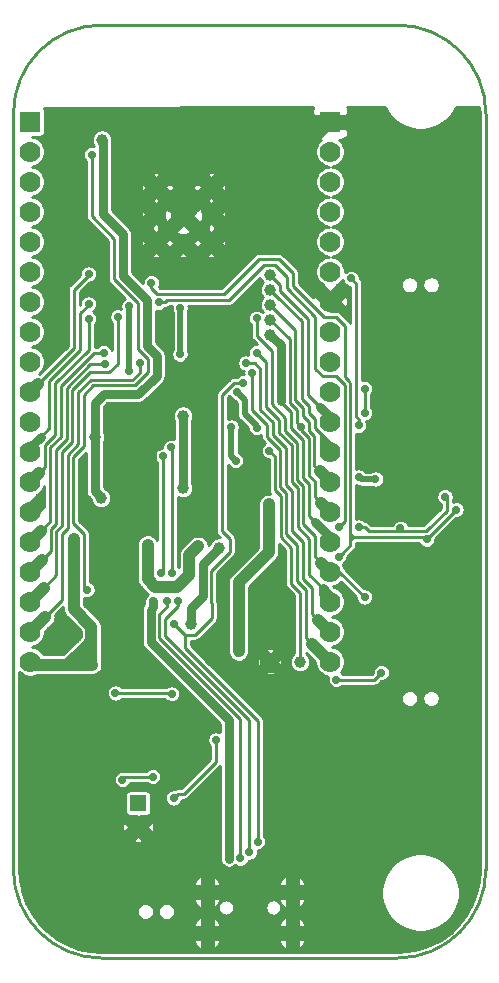
<source format=gbr>
G04 #@! TF.GenerationSoftware,KiCad,Pcbnew,(5.1.2)-2*
G04 #@! TF.CreationDate,2019-09-23T21:32:25+02:00*
G04 #@! TF.ProjectId,hm-env-sensor,686d2d65-6e76-42d7-9365-6e736f722e6b,A1*
G04 #@! TF.SameCoordinates,Original*
G04 #@! TF.FileFunction,Copper,L2,Bot*
G04 #@! TF.FilePolarity,Positive*
%FSLAX46Y46*%
G04 Gerber Fmt 4.6, Leading zero omitted, Abs format (unit mm)*
G04 Created by KiCad (PCBNEW (5.1.2)-2) date 2019-09-23 21:32:25*
%MOMM*%
%LPD*%
G04 APERTURE LIST*
%ADD10C,0.254000*%
%ADD11C,1.000000*%
%ADD12R,1.400000X1.400000*%
%ADD13C,1.400000*%
%ADD14C,1.778000*%
%ADD15R,1.778000X1.778000*%
%ADD16C,1.300000*%
%ADD17C,2.000000*%
%ADD18O,1.200000X1.800000*%
%ADD19C,0.700000*%
%ADD20C,1.016000*%
%ADD21C,0.609600*%
%ADD22C,0.762000*%
%ADD23C,0.508000*%
G04 APERTURE END LIST*
D10*
X169398000Y-135704200D02*
X169398000Y-71704200D01*
X129398000Y-71704200D02*
X129398000Y-135704200D01*
X161898000Y-64204200D02*
X136898000Y-64204200D01*
X161898000Y-64204200D02*
G75*
G02X169398000Y-71704200I0J-7500000D01*
G01*
X169398000Y-135704200D02*
G75*
G02X161898000Y-143204200I-7500000J0D01*
G01*
X161898000Y-143204200D02*
X136898000Y-143204200D01*
X129398000Y-71704200D02*
G75*
G02X136898000Y-64204200I7500000J0D01*
G01*
X136898000Y-143204200D02*
G75*
G02X129398000Y-135704200I0J7500000D01*
G01*
D11*
X151130000Y-118110000D03*
X153670000Y-118110000D03*
D12*
X139956540Y-130081020D03*
D13*
X139959080Y-132092700D03*
D14*
X130810000Y-80010000D03*
X130810000Y-77470000D03*
X130810000Y-74930000D03*
D15*
X130810000Y-72390000D03*
D14*
X130810000Y-82550000D03*
X130810000Y-85090000D03*
X130810000Y-90170000D03*
X130810000Y-87630000D03*
X130810000Y-92710000D03*
X130810000Y-95250000D03*
X130810000Y-100330000D03*
X130810000Y-97790000D03*
X130810000Y-102870000D03*
X130810000Y-105410000D03*
X130810000Y-110490000D03*
X130810000Y-107950000D03*
X130810000Y-118110000D03*
X130810000Y-115570000D03*
X130810000Y-113030000D03*
X156210000Y-80010000D03*
X156210000Y-77470000D03*
X156210000Y-74930000D03*
D15*
X156210000Y-72390000D03*
D14*
X156210000Y-82550000D03*
X156210000Y-85090000D03*
X156210000Y-90170000D03*
X156210000Y-87630000D03*
X156210000Y-92710000D03*
X156210000Y-95250000D03*
X156210000Y-100330000D03*
X156210000Y-97790000D03*
X156210000Y-102870000D03*
X156210000Y-105410000D03*
X156210000Y-110490000D03*
X156210000Y-107950000D03*
X156210000Y-118110000D03*
X156210000Y-115570000D03*
X156210000Y-113030000D03*
D16*
X141469600Y-82650800D03*
D17*
X143781000Y-80314000D03*
D16*
X146143200Y-82650800D03*
X141469600Y-77951800D03*
X146143200Y-77951800D03*
X143781000Y-77951800D03*
X143781000Y-82650800D03*
X141469600Y-80187000D03*
X146143200Y-80187000D03*
D18*
X145798000Y-141067600D03*
X145798000Y-137597600D03*
X152998000Y-137597600D03*
X152998000Y-141067600D03*
D11*
X151003000Y-104775000D03*
X134493000Y-107696000D03*
X148463000Y-117221000D03*
X135509000Y-118364000D03*
D19*
X143916400Y-126873000D03*
X143916400Y-125653800D03*
X143052800Y-126873000D03*
X144780000Y-126873000D03*
X144780000Y-125653800D03*
X143052800Y-125653800D03*
D11*
X137668000Y-110744000D03*
X141097000Y-103378000D03*
X148717000Y-107188000D03*
X141097000Y-101398600D03*
X136905996Y-90614500D03*
X136906000Y-82677000D03*
X145414998Y-95630998D03*
X133985000Y-116459000D03*
X141097000Y-97218500D03*
X141986000Y-96329510D03*
X132588000Y-72110610D03*
X137160000Y-72110610D03*
X139700000Y-72110610D03*
X142240000Y-72110610D03*
X144780000Y-72110610D03*
X147320000Y-72110610D03*
X149860000Y-72110610D03*
X154305000Y-72110610D03*
X143510000Y-73660000D03*
X140970000Y-73660000D03*
X138430000Y-73660000D03*
X146050000Y-73660000D03*
X148590000Y-73660000D03*
X139700000Y-74930000D03*
X142240000Y-74930000D03*
X144780000Y-74930000D03*
X147320000Y-74930000D03*
X149860000Y-74930000D03*
X148590000Y-76200000D03*
X148590000Y-78740000D03*
X148590000Y-81280000D03*
X148590000Y-83820000D03*
X138430000Y-76200000D03*
X138430000Y-78740000D03*
X144272687Y-92837687D03*
X141469600Y-84827600D03*
X143764000Y-84836000D03*
X146177000Y-84836000D03*
X136905996Y-84455000D03*
X136905996Y-86360000D03*
X136905996Y-88265000D03*
X139573000Y-102362000D03*
X140144500Y-98171000D03*
X149826600Y-115316000D03*
D19*
X152400000Y-112910620D03*
X147110000Y-112452600D03*
X143916400Y-128092200D03*
D11*
X142403176Y-86144990D03*
X144912215Y-86144990D03*
X147419204Y-85566699D03*
D19*
X133273800Y-119659400D03*
X137058400Y-119710200D03*
X140335000Y-119659400D03*
D11*
X143764000Y-103378000D03*
X143764000Y-97282000D03*
X136812501Y-104233600D03*
X136271000Y-99060000D03*
X136906000Y-73914000D03*
D19*
X160045400Y-102641400D03*
X158637210Y-102476083D03*
X139191994Y-93472000D03*
X139192000Y-88011000D03*
X148844000Y-94488000D03*
X136017000Y-75184008D03*
X135635990Y-112014000D03*
X143002000Y-114935000D03*
X159146937Y-94985457D03*
X159139619Y-97046233D03*
X150088600Y-133350000D03*
X137160000Y-92900500D03*
X149987000Y-91948000D03*
X149606000Y-93631010D03*
X149090902Y-92822789D03*
X143510000Y-92075000D03*
X143516435Y-88172021D03*
X138246600Y-88900000D03*
X140081000Y-92837000D03*
X147828000Y-98227340D03*
X148209000Y-101092000D03*
X147650200Y-134797800D03*
X141246588Y-113007390D03*
X151075565Y-100257435D03*
D11*
X145034000Y-108331000D03*
X140763536Y-108188104D03*
D19*
X137033000Y-91948000D03*
X160553400Y-119024400D03*
X156743400Y-119634000D03*
X142798800Y-120827800D03*
X138023600Y-120751600D03*
X135770110Y-89090500D03*
X156944832Y-106686089D03*
X165938200Y-104140000D03*
X141697600Y-87695010D03*
X158648400Y-106705400D03*
X162166473Y-106806060D03*
X135763000Y-87820500D03*
X135763000Y-85280500D03*
X156934256Y-109219999D03*
X166878000Y-105232200D03*
X141071600Y-86004400D03*
X164388800Y-107746800D03*
D11*
X151130000Y-86614000D03*
D19*
X157988000Y-85648800D03*
X158631620Y-98097825D03*
D11*
X151130000Y-85344000D03*
X151130000Y-87884000D03*
X151130000Y-89154000D03*
D19*
X153755976Y-98212032D03*
X149987000Y-89027000D03*
X159131000Y-112623600D03*
D11*
X151130000Y-90424000D03*
D19*
X152019000Y-96012000D03*
X149986101Y-98297189D03*
X148348381Y-95306400D03*
X141859012Y-110617000D03*
X142056610Y-100711010D03*
X148615400Y-134747000D03*
X142392400Y-112928400D03*
X142834185Y-110594315D03*
X142748000Y-99949000D03*
X149377400Y-134213600D03*
X143332200Y-112928400D03*
X146544508Y-124730500D03*
X142976600Y-129641600D03*
D11*
X144399000Y-114935000D03*
X146812018Y-108458000D03*
D19*
X141187237Y-127839074D03*
X138633200Y-128092200D03*
D20*
X148463000Y-116513894D02*
X148463000Y-117221000D01*
X148463000Y-111379000D02*
X148463000Y-116513894D01*
X151003000Y-104775000D02*
X151003000Y-108839000D01*
X151003000Y-108839000D02*
X148463000Y-111379000D01*
X134801894Y-118364000D02*
X135509000Y-118364000D01*
X134493000Y-107696000D02*
X134493000Y-113665000D01*
X134493000Y-113665000D02*
X136008999Y-115180999D01*
X130810000Y-118110000D02*
X131064000Y-118364000D01*
X135509000Y-116831999D02*
X136008999Y-116332000D01*
X135509000Y-118364000D02*
X135509000Y-116831999D01*
X136008999Y-115180999D02*
X136008999Y-116332000D01*
D21*
X148463000Y-117221000D02*
X148336000Y-117348000D01*
D20*
X136008999Y-118330599D02*
X136042400Y-118364000D01*
X136042400Y-118364000D02*
X135509000Y-118364000D01*
X136008999Y-117424200D02*
X136008999Y-118330599D01*
X136008999Y-116332000D02*
X136008999Y-117424200D01*
X135509000Y-116831999D02*
X133976999Y-118364000D01*
X133976999Y-118364000D02*
X133248400Y-118364000D01*
X133248400Y-118364000D02*
X134801894Y-118364000D01*
X131064000Y-118364000D02*
X133248400Y-118364000D01*
X156210000Y-87630000D02*
X154559000Y-85979000D01*
X154559000Y-74041000D02*
X156210000Y-72390000D01*
X154559000Y-85979000D02*
X154559000Y-74041000D01*
D22*
X152387300Y-116852700D02*
X151130000Y-118110000D01*
D20*
X147110000Y-112477000D02*
X147110000Y-115947000D01*
X139910000Y-115947000D02*
X139910000Y-112477000D01*
X138557000Y-110744000D02*
X137668000Y-110744000D01*
X139910000Y-112097000D02*
X138557000Y-110744000D01*
X139910000Y-112477000D02*
X139910000Y-112097000D01*
X141097000Y-106045000D02*
X141097000Y-103378000D01*
X139910000Y-112477000D02*
X139910000Y-112177000D01*
X138294000Y-110561000D02*
X138294000Y-108848000D01*
X139065000Y-111332000D02*
X139446000Y-111713000D01*
X139065000Y-108077000D02*
X139065000Y-111332000D01*
X139910000Y-112177000D02*
X139446000Y-111713000D01*
X138294000Y-108848000D02*
X139065000Y-108077000D01*
X139446000Y-111713000D02*
X138294000Y-110561000D01*
X139446000Y-107745496D02*
X139446000Y-111713000D01*
X139573000Y-107569000D02*
X141097000Y-106045000D01*
X139065000Y-108077000D02*
X139573000Y-107569000D01*
X148717000Y-107895106D02*
X148717000Y-107188000D01*
X148717000Y-109093000D02*
X148717000Y-107895106D01*
X147110000Y-110700000D02*
X148717000Y-109093000D01*
X147110000Y-112477000D02*
X147110000Y-112452600D01*
X141097000Y-103378000D02*
X141097000Y-101398600D01*
X136905996Y-90614500D02*
X136905996Y-88265000D01*
D22*
X142684502Y-95630998D02*
X144707892Y-95630998D01*
X144707892Y-95630998D02*
X145414998Y-95630998D01*
X141097000Y-97218500D02*
X142684502Y-95630998D01*
X141795500Y-96520000D02*
X141097000Y-97218500D01*
X141097000Y-97218500D02*
X141795500Y-96520000D01*
X141985990Y-96329510D02*
X141986000Y-96329510D01*
X141795500Y-96520000D02*
X141985990Y-96329510D01*
D20*
X143781000Y-73931000D02*
X143510000Y-73660000D01*
X143781000Y-80314000D02*
X143781000Y-73931000D01*
X136905996Y-86360000D02*
X136905996Y-84455000D01*
X136905996Y-88265000D02*
X136905996Y-86360000D01*
D22*
X151130000Y-118110000D02*
X150596610Y-118643390D01*
X151130000Y-118110000D02*
X151638000Y-118618000D01*
X151638000Y-118618000D02*
X152336500Y-118618000D01*
X152387300Y-118567200D02*
X152387300Y-116852700D01*
X152336500Y-118618000D02*
X152387300Y-118567200D01*
X151612610Y-118643390D02*
X151638000Y-118618000D01*
X150596610Y-118643390D02*
X151612610Y-118643390D01*
X152311110Y-118643390D02*
X152336500Y-118618000D01*
X151612610Y-118643390D02*
X152311110Y-118643390D01*
X141097000Y-97218500D02*
X140144500Y-98171000D01*
X140144500Y-98171000D02*
X140970000Y-98171000D01*
X140970000Y-98171000D02*
X141097000Y-98298000D01*
X141097000Y-98298000D02*
X141097000Y-97218500D01*
X141097000Y-101398600D02*
X141097000Y-98298000D01*
D20*
X149826600Y-115316000D02*
X152387300Y-115316000D01*
D22*
X152387300Y-112796320D02*
X152387300Y-115316000D01*
D20*
X152387300Y-115316000D02*
X152387300Y-112923320D01*
X152387300Y-115316000D02*
X152387300Y-116852700D01*
D22*
X149860000Y-115349400D02*
X149826600Y-115316000D01*
X149860000Y-116840000D02*
X149860000Y-115349400D01*
X150596610Y-117576610D02*
X150495000Y-117475000D01*
X150596610Y-118643390D02*
X150596610Y-117576610D01*
X150495000Y-117475000D02*
X149860000Y-116840000D01*
X151130000Y-118110000D02*
X150495000Y-117475000D01*
D20*
X147110000Y-112452600D02*
X147110000Y-110700000D01*
X155321001Y-86741001D02*
X154559000Y-85979000D01*
X156210000Y-87630000D02*
X155321001Y-86741001D01*
D22*
X143764000Y-103378000D02*
X143764000Y-97282000D01*
X136271000Y-103632000D02*
X136271000Y-99060000D01*
X136812501Y-104173501D02*
X136271000Y-103632000D01*
X136812501Y-104233600D02*
X136812501Y-104173501D01*
X139979300Y-95453220D02*
X141523211Y-93909308D01*
X136271000Y-96215220D02*
X137033000Y-95453220D01*
X141523211Y-93909308D02*
X141523211Y-92193198D01*
X136271000Y-99060000D02*
X136271000Y-96215220D01*
X141523211Y-92193198D02*
X140690610Y-91360597D01*
X140690610Y-91360597D02*
X140690610Y-87451887D01*
X138658610Y-81889610D02*
X136976601Y-80207601D01*
X140690610Y-87451887D02*
X138658610Y-85419888D01*
X136976601Y-73984601D02*
X136906000Y-73914000D01*
X136976601Y-80207601D02*
X136976601Y-73984601D01*
X137033000Y-95453220D02*
X139979300Y-95453220D01*
X138658610Y-85419888D02*
X138658610Y-81889610D01*
D23*
X160045400Y-102641400D02*
X158802527Y-102641400D01*
X158802527Y-102641400D02*
X158637210Y-102476083D01*
X139192000Y-93471994D02*
X139191994Y-93472000D01*
X139192000Y-88011000D02*
X139192000Y-93471994D01*
D10*
X148844000Y-94488000D02*
X148590000Y-94488000D01*
X135382000Y-111760000D02*
X135636000Y-112014000D01*
X135382000Y-107289560D02*
X135382000Y-111760000D01*
X134467651Y-106375211D02*
X135382000Y-107289560D01*
X135382000Y-99853077D02*
X134467651Y-100767426D01*
X136017000Y-80391000D02*
X137922000Y-82296000D01*
X134467651Y-100767426D02*
X134467651Y-106375211D01*
X136017000Y-75184008D02*
X136017000Y-80391000D01*
X140786601Y-92498311D02*
X140786601Y-93604195D01*
X139954000Y-87757000D02*
X139954000Y-91665710D01*
X139954000Y-91665710D02*
X140786601Y-92498311D01*
X135382000Y-95504000D02*
X135382000Y-99853077D01*
X137922000Y-85725000D02*
X139954000Y-87757000D01*
X139674187Y-94716610D02*
X136169390Y-94716610D01*
X137922000Y-82296000D02*
X137922000Y-85725000D01*
X140786601Y-93604195D02*
X139674187Y-94716610D01*
X136169390Y-94716610D02*
X135382000Y-95504000D01*
X146151611Y-110388389D02*
X146151611Y-113131611D01*
X148844000Y-94488000D02*
X148082000Y-94488000D01*
X147066000Y-107061000D02*
X147701000Y-107696000D01*
X147066000Y-95504000D02*
X147066000Y-107061000D01*
X143351999Y-115284999D02*
X143002000Y-114935000D01*
X146151611Y-113131611D02*
X146177000Y-113157000D01*
X146177000Y-114427000D02*
X144780000Y-115824000D01*
X146177000Y-113157000D02*
X146177000Y-114427000D01*
X143891000Y-115824000D02*
X143351999Y-115284999D01*
X144780000Y-115824000D02*
X143891000Y-115824000D01*
X147701000Y-108839000D02*
X146151611Y-110388389D01*
X147701000Y-107696000D02*
X147701000Y-108839000D01*
X148082000Y-94488000D02*
X147066000Y-95504000D01*
X159146937Y-97038915D02*
X159139619Y-97046233D01*
X159146937Y-94985457D02*
X159146937Y-97038915D01*
X150088600Y-123113800D02*
X150088600Y-133350000D01*
X143891000Y-115824000D02*
X143891000Y-116916200D01*
X143891000Y-116916200D02*
X150088600Y-123113800D01*
X137160000Y-92900500D02*
X135921527Y-92900500D01*
X135921527Y-92900500D02*
X133896111Y-94925916D01*
X133019822Y-100167718D02*
X133019822Y-106422693D01*
X133896111Y-94925916D02*
X133896111Y-99291430D01*
X132562611Y-106879903D02*
X132562611Y-108737389D01*
X133019822Y-106422693D02*
X132562611Y-106879903D01*
X133896111Y-99291430D02*
X133019822Y-100167718D01*
D20*
X130810000Y-110490000D02*
X131826000Y-109474000D01*
D10*
X132562611Y-108737389D02*
X131826000Y-109474000D01*
D22*
X156210000Y-112522000D02*
X155575000Y-111887000D01*
X156210000Y-113030000D02*
X156210000Y-112522000D01*
X155575000Y-112395000D02*
X156210000Y-113030000D01*
X155575000Y-111887000D02*
X155575000Y-112395000D01*
D10*
X153466783Y-103444327D02*
X153466783Y-106730783D01*
X151892000Y-97663000D02*
X151892000Y-98710971D01*
X152958833Y-99777804D02*
X152958833Y-102936377D01*
X152958833Y-102936377D02*
X153466783Y-103444327D01*
X154432000Y-110744000D02*
X155575000Y-111887000D01*
X149987000Y-91948000D02*
X150794213Y-92755213D01*
X154432000Y-107696000D02*
X154432000Y-110744000D01*
X151892000Y-98710971D02*
X152958833Y-99777804D01*
X153466783Y-106730783D02*
X154432000Y-107696000D01*
X150794213Y-96565213D02*
X151892000Y-97663000D01*
X150794213Y-92755213D02*
X150794213Y-96565213D01*
D20*
X156210000Y-118110000D02*
X154686000Y-116586000D01*
D10*
X153416000Y-108204000D02*
X153416000Y-111299514D01*
X154178000Y-112061514D02*
X154178000Y-116078000D01*
X154178000Y-116078000D02*
X154686000Y-116586000D01*
X153416000Y-111299514D02*
X154178000Y-112061514D01*
X150876000Y-99060000D02*
X151993611Y-100177611D01*
X151993611Y-100177611D02*
X151993611Y-103352609D01*
X152501561Y-103860558D02*
X152501561Y-107289561D01*
X152501561Y-107289561D02*
X153416000Y-108204000D01*
X150876000Y-98044000D02*
X150876000Y-99060000D01*
X149606000Y-96774000D02*
X150876000Y-98044000D01*
X149606000Y-93631010D02*
X149606000Y-96774000D01*
X151993611Y-103352609D02*
X152501561Y-103860558D01*
D20*
X156210000Y-115570000D02*
X155194000Y-114554000D01*
D10*
X152476222Y-99977708D02*
X151384000Y-98885486D01*
X153924000Y-107950000D02*
X152984170Y-107010170D01*
X151384000Y-97846398D02*
X150311602Y-96774000D01*
X149585876Y-92822789D02*
X149090902Y-92822789D01*
X154686000Y-111887000D02*
X153924000Y-111125000D01*
X152984170Y-103644229D02*
X152476222Y-103136281D01*
X150311602Y-96774000D02*
X150311602Y-93288602D01*
X154686000Y-114046000D02*
X154686000Y-111887000D01*
X152984170Y-107010170D02*
X152984170Y-103644229D01*
X152476222Y-103136281D02*
X152476222Y-99977708D01*
X155194000Y-114554000D02*
X154686000Y-114046000D01*
X151384000Y-98885486D02*
X151384000Y-97846398D01*
X153924000Y-111125000D02*
X153924000Y-107950000D01*
X149845789Y-92822789D02*
X149585876Y-92822789D01*
X150311602Y-93288602D02*
X149845789Y-92822789D01*
D23*
X143510000Y-88138000D02*
X143510000Y-88138000D01*
X143510000Y-88178456D02*
X143516435Y-88172021D01*
X143510000Y-92075000D02*
X143510000Y-88178456D01*
D10*
X134378722Y-99491334D02*
X133502433Y-100367623D01*
X137533899Y-93606101D02*
X135898440Y-93606101D01*
X133502433Y-106622597D02*
X133045222Y-107079806D01*
X134378722Y-95125819D02*
X134378722Y-99491334D01*
X138246600Y-92893400D02*
X137533899Y-93606101D01*
X135898440Y-93606101D02*
X134378722Y-95125819D01*
X133502433Y-100367623D02*
X133502433Y-106622597D01*
X138246600Y-88900000D02*
X138246600Y-92893400D01*
X133045222Y-107079806D02*
X133045222Y-110794778D01*
D20*
X130810000Y-113030000D02*
X131953000Y-111887000D01*
D10*
X133045222Y-110794778D02*
X131953000Y-111887000D01*
X139474284Y-94234000D02*
X140081000Y-93627284D01*
X133527833Y-112852167D02*
X133527833Y-107279709D01*
X133985042Y-100567523D02*
X134874000Y-99678565D01*
X134874000Y-95313055D02*
X135953055Y-94234000D01*
X134874000Y-99678565D02*
X134874000Y-95313055D01*
X133527833Y-107279709D02*
X133985042Y-106822502D01*
X135953055Y-94234000D02*
X139474284Y-94234000D01*
X133985042Y-106822502D02*
X133985042Y-100567523D01*
X140081000Y-93627284D02*
X140081000Y-93331974D01*
X140081000Y-93331974D02*
X140081000Y-92837000D01*
D20*
X131698999Y-114681001D02*
X132080000Y-114300000D01*
X130810000Y-115570000D02*
X131698999Y-114681001D01*
D10*
X132080000Y-114300000D02*
X133527833Y-112852167D01*
D23*
X147828000Y-100711000D02*
X148209000Y-101092000D01*
X147828000Y-98227340D02*
X147828000Y-100711000D01*
D22*
X147650200Y-134797800D02*
X147650200Y-123058393D01*
X147650200Y-123058393D02*
X141031980Y-116440173D01*
X141031980Y-116440173D02*
X141031980Y-113716972D01*
X141246588Y-113502364D02*
X141246588Y-113007390D01*
X141031980Y-113716972D02*
X141246588Y-113502364D01*
D10*
X152908000Y-108458000D02*
X152908000Y-111506000D01*
X151511000Y-103552512D02*
X152018950Y-104060462D01*
X151511000Y-100692870D02*
X151511000Y-103552512D01*
X151075565Y-100257435D02*
X151511000Y-100692870D01*
X152018950Y-107568950D02*
X152908000Y-108458000D01*
X152908000Y-111506000D02*
X153670000Y-112268000D01*
X153670000Y-115951000D02*
X153670000Y-118110000D01*
X152018950Y-104060462D02*
X152018950Y-107568950D01*
X153670000Y-112268000D02*
X153670000Y-115951000D01*
D20*
X140763536Y-111129694D02*
X140763536Y-108895210D01*
X141393842Y-111760000D02*
X140763536Y-111129694D01*
X140763536Y-108895210D02*
X140763536Y-108188104D01*
X144272000Y-109093000D02*
X144272000Y-110744000D01*
X145034000Y-108331000D02*
X144272000Y-109093000D01*
X144272000Y-110744000D02*
X143256000Y-111760000D01*
X143256000Y-111760000D02*
X141393842Y-111760000D01*
D10*
X132537211Y-106222789D02*
X132080000Y-106680000D01*
X136191513Y-91948000D02*
X133413500Y-94726013D01*
X137033000Y-91948000D02*
X136191513Y-91948000D01*
X133413500Y-94726013D02*
X133413500Y-99091526D01*
X133413500Y-99091526D02*
X132537211Y-99967815D01*
X132537211Y-99967815D02*
X132537211Y-106222789D01*
D20*
X130810000Y-107950000D02*
X131699000Y-107061000D01*
D10*
X132080000Y-106680000D02*
X131699000Y-107061000D01*
X160553400Y-119024400D02*
X159943800Y-119634000D01*
X159943800Y-119634000D02*
X156743400Y-119634000D01*
X142722600Y-120751600D02*
X142798800Y-120827800D01*
X138023600Y-120751600D02*
X142722600Y-120751600D01*
X132054601Y-99767912D02*
X132905500Y-98917013D01*
X132054601Y-101625399D02*
X132054601Y-99767912D01*
X132905500Y-94551500D02*
X135770110Y-91686890D01*
X132905500Y-98917013D02*
X132905500Y-94551500D01*
X135770110Y-89585474D02*
X135770110Y-89090500D01*
X135770110Y-91686890D02*
X135770110Y-89585474D01*
D20*
X130810000Y-102870000D02*
X131572000Y-102108000D01*
D10*
X131572000Y-102108000D02*
X132054601Y-101625399D01*
X166090600Y-105308400D02*
X166090600Y-104292400D01*
X166090600Y-104292400D02*
X165938200Y-104140000D01*
X157449001Y-105838602D02*
X157445988Y-105841615D01*
X157294831Y-106336090D02*
X156944832Y-106686089D01*
X156698207Y-93949001D02*
X157449001Y-94699796D01*
X142415573Y-87472011D02*
X147669984Y-87472011D01*
X152557989Y-86486305D02*
X154970999Y-88899315D01*
X154970999Y-93304721D02*
X155615279Y-93949001D01*
X141697600Y-87695010D02*
X142192574Y-87695010D01*
X157449001Y-94699796D02*
X157449001Y-105838602D01*
X147669984Y-87472011D02*
X150647996Y-84493999D01*
X150647996Y-84493999D02*
X151538001Y-84493999D01*
X152557989Y-85513987D02*
X152557989Y-86486305D01*
X142192574Y-87695010D02*
X142415573Y-87472011D01*
X155615279Y-93949001D02*
X156698207Y-93949001D01*
X157445988Y-105841615D02*
X157445988Y-106184933D01*
X157445988Y-106184933D02*
X157294831Y-106336090D01*
X151538001Y-84493999D02*
X152557989Y-85513987D01*
X154970999Y-88899315D02*
X154970999Y-93304721D01*
X159143374Y-106705400D02*
X159473574Y-107035600D01*
X158648400Y-106705400D02*
X159143374Y-106705400D01*
X164363400Y-107035600D02*
X164541200Y-106857800D01*
X159473574Y-107035600D02*
X164363400Y-107035600D01*
X164362912Y-107036088D02*
X164541200Y-106857800D01*
X164541200Y-106857800D02*
X166090600Y-105308400D01*
X161936933Y-107035600D02*
X161899600Y-107035600D01*
X162166473Y-106806060D02*
X161936933Y-107035600D01*
X162166473Y-106819873D02*
X162382200Y-107035600D01*
X162166473Y-106806060D02*
X162166473Y-106819873D01*
X132397500Y-94345013D02*
X132397500Y-98361500D01*
X135763000Y-87820500D02*
X135763000Y-87884000D01*
X135763000Y-87884000D02*
X135064500Y-88582500D01*
X135064500Y-88582500D02*
X135064500Y-91678013D01*
X135064500Y-91678013D02*
X132397500Y-94345013D01*
D22*
X130810000Y-100330000D02*
X130810000Y-99949000D01*
X130810000Y-99949000D02*
X131699000Y-99060000D01*
D10*
X132397500Y-98361500D02*
X131699000Y-99060000D01*
X135763000Y-85280500D02*
X135763000Y-85344000D01*
X135763000Y-85344000D02*
X134493000Y-86614000D01*
X134493000Y-86614000D02*
X134493000Y-91567000D01*
X134493000Y-91567000D02*
X131698999Y-94361001D01*
D20*
X130810000Y-95250000D02*
X131445000Y-94615000D01*
D10*
X131698999Y-94361001D02*
X131445000Y-94615000D01*
X141567226Y-86995000D02*
X147193000Y-86995000D01*
X141071600Y-86004400D02*
X141071600Y-86499374D01*
X151885788Y-84016988D02*
X153035000Y-85166200D01*
X157480000Y-89662000D02*
X157480000Y-94011684D01*
X157931610Y-94507810D02*
X157931610Y-106335388D01*
X156743400Y-88925400D02*
X157480000Y-89662000D01*
X157835600Y-94367284D02*
X157835600Y-94411800D01*
X157284255Y-108870000D02*
X156934256Y-109219999D01*
X153035000Y-86283800D02*
X154482800Y-87731600D01*
X157897599Y-108256656D02*
X157284255Y-108870000D01*
X141071600Y-86499374D02*
X141567226Y-86995000D01*
X154482800Y-87731600D02*
X154482800Y-87736522D01*
X147193000Y-86995000D02*
X150171012Y-84016988D01*
X154482800Y-87736522D02*
X155671678Y-88925400D01*
X157480000Y-94011684D02*
X157835600Y-94367284D01*
X153035000Y-85166200D02*
X153035000Y-86283800D01*
X155671678Y-88925400D02*
X156743400Y-88925400D01*
X157835600Y-94411800D02*
X157931610Y-94507810D01*
X150171012Y-84016988D02*
X151885788Y-84016988D01*
X157931610Y-106335388D02*
X157897599Y-106369399D01*
X158216600Y-107518200D02*
X157897599Y-107837201D01*
X166878000Y-105232200D02*
X164592000Y-107518200D01*
X157897599Y-107837201D02*
X157897599Y-108256656D01*
X158137398Y-107518200D02*
X157897599Y-107278401D01*
X158826200Y-107518200D02*
X158137398Y-107518200D01*
X157897599Y-107278401D02*
X157897599Y-107837201D01*
X157897599Y-106369399D02*
X157897599Y-107278401D01*
X158826200Y-107518200D02*
X158216600Y-107518200D01*
X164160200Y-107518200D02*
X163931600Y-107518200D01*
X164388800Y-107746800D02*
X164160200Y-107518200D01*
X164592000Y-107518200D02*
X163931600Y-107518200D01*
X163931600Y-107518200D02*
X158826200Y-107518200D01*
D22*
X156210000Y-100076000D02*
X155702000Y-99568000D01*
X156210000Y-100330000D02*
X156210000Y-100076000D01*
X155702000Y-99822000D02*
X156210000Y-100330000D01*
X155702000Y-99568000D02*
X155702000Y-99822000D01*
D10*
X154432000Y-96472487D02*
X153797000Y-95837486D01*
X154944189Y-98350584D02*
X154944189Y-97540189D01*
X155702000Y-99568000D02*
X155702000Y-99108395D01*
X153797000Y-89281000D02*
X151629999Y-87113999D01*
X151629999Y-87113999D02*
X151130000Y-86614000D01*
X154432000Y-97028000D02*
X154432000Y-96472487D01*
X154944189Y-97540189D02*
X154432000Y-97028000D01*
X153797000Y-95837486D02*
X153797000Y-89281000D01*
X155702000Y-99108395D02*
X155526605Y-98933000D01*
X155448000Y-99441000D02*
X155448000Y-99011605D01*
X155448000Y-99011605D02*
X155526605Y-98933000D01*
X155448000Y-98854395D02*
X155448000Y-99441000D01*
X155272605Y-98679000D02*
X155448000Y-98854395D01*
X155526605Y-98933000D02*
X155272605Y-98679000D01*
X155272605Y-98679000D02*
X154944189Y-98350584D01*
X156210000Y-99616395D02*
X156210000Y-100330000D01*
X155526605Y-98933000D02*
X156210000Y-99616395D01*
X155526605Y-99646605D02*
X156210000Y-100330000D01*
X155526605Y-98933000D02*
X155526605Y-99646605D01*
X155448000Y-100076000D02*
X155448000Y-99441000D01*
X155702000Y-100330000D02*
X155448000Y-100076000D01*
X156210000Y-100330000D02*
X155702000Y-100330000D01*
X157988000Y-85648800D02*
X158439264Y-86100064D01*
X158439264Y-97410495D02*
X158631620Y-97602851D01*
X158439264Y-86100064D02*
X158439264Y-97410495D01*
X158631620Y-97602851D02*
X158631620Y-98097825D01*
D22*
X156210000Y-97409000D02*
X155321000Y-96520000D01*
X156210000Y-97790000D02*
X156210000Y-97409000D01*
D10*
X151980900Y-86194900D02*
X151130000Y-85344000D01*
X151980900Y-86753700D02*
X151980900Y-86194900D01*
X154305000Y-89077800D02*
X151980900Y-86753700D01*
X154305000Y-95504000D02*
X154305000Y-89077800D01*
X155321000Y-96520000D02*
X154305000Y-95504000D01*
D20*
X156210000Y-102870000D02*
X155321000Y-101981000D01*
D10*
X153924000Y-97282000D02*
X153924000Y-96647000D01*
X155321000Y-101981000D02*
X154889277Y-101549277D01*
X151629999Y-88383999D02*
X151130000Y-87884000D01*
X153263610Y-90017610D02*
X151629999Y-88383999D01*
X153924000Y-96647000D02*
X153263610Y-95986610D01*
X153263610Y-95986610D02*
X153263610Y-90017610D01*
X154889277Y-98978187D02*
X154461578Y-98550488D01*
X154889277Y-101549277D02*
X154889277Y-98978187D01*
X154461578Y-98550488D02*
X154461578Y-97819578D01*
X154461578Y-97819578D02*
X153924000Y-97282000D01*
D20*
X156210000Y-105410000D02*
X155448000Y-104648000D01*
D10*
X152780999Y-96186514D02*
X153405977Y-96811491D01*
X151130000Y-89154000D02*
X152780999Y-90804999D01*
X152780999Y-90804999D02*
X152780999Y-96186514D01*
X153405977Y-97862033D02*
X153755976Y-98212032D01*
X153405977Y-96811491D02*
X153405977Y-97862033D01*
X154940000Y-104140000D02*
X154940000Y-102870000D01*
X155448000Y-104648000D02*
X154940000Y-104140000D01*
X154940000Y-102870000D02*
X154406666Y-102336666D01*
X154406666Y-102336666D02*
X154406666Y-99178092D01*
X153755976Y-98527402D02*
X153755976Y-98212032D01*
X154406666Y-99178092D02*
X153755976Y-98527402D01*
D20*
X156210000Y-110490000D02*
X155448000Y-109728000D01*
D10*
X153949394Y-106451394D02*
X154940000Y-107442000D01*
X153949394Y-103244423D02*
X153949394Y-106451394D01*
X153441444Y-99577900D02*
X153441444Y-102736473D01*
X155321001Y-109601001D02*
X155448000Y-109728000D01*
X149987000Y-89027000D02*
X149987000Y-90493594D01*
X154940000Y-109220000D02*
X155321001Y-109601001D01*
X154940000Y-107442000D02*
X154940000Y-109220000D01*
X153441444Y-102736473D02*
X153949394Y-103244423D01*
X152400000Y-98536456D02*
X153441444Y-99577900D01*
X151276824Y-96311547D02*
X152400000Y-97434723D01*
X152400000Y-97434723D02*
X152400000Y-98536456D01*
X151276824Y-91783418D02*
X151276824Y-96311547D01*
X149987000Y-90493594D02*
X151276824Y-91783418D01*
X156997400Y-110490000D02*
X156210000Y-110490000D01*
X159131000Y-112623600D02*
X156997400Y-110490000D01*
D22*
X152019000Y-91313000D02*
X151130000Y-90424000D01*
X152019000Y-96012000D02*
X152019000Y-91313000D01*
X156210000Y-107569000D02*
X154940000Y-106299000D01*
X156210000Y-107950000D02*
X156210000Y-107569000D01*
D10*
X152908000Y-98361941D02*
X153924055Y-99377996D01*
X154432005Y-105791005D02*
X154940000Y-106299000D01*
X153924055Y-102536569D02*
X154432005Y-103044519D01*
X153924055Y-99377996D02*
X153924055Y-102536569D01*
X152019000Y-96012000D02*
X152019000Y-96107029D01*
X154432005Y-103044519D02*
X154432005Y-105791005D01*
X152908000Y-96996029D02*
X152908000Y-98361941D01*
X152019000Y-96107029D02*
X152908000Y-96996029D01*
D23*
X148971000Y-97155000D02*
X148971000Y-95929019D01*
X149986101Y-98170101D02*
X148971000Y-97155000D01*
X148971000Y-95929019D02*
X148348381Y-95306400D01*
X149986101Y-98297189D02*
X149986101Y-98170101D01*
D10*
X142056610Y-101205984D02*
X142056610Y-100711010D01*
X142056610Y-110419390D02*
X142056610Y-101205984D01*
X141859012Y-110616988D02*
X142056610Y-110419390D01*
X141859012Y-110617000D02*
X141859012Y-110616988D01*
X142392400Y-113423374D02*
X142392400Y-112928400D01*
X142392400Y-113473006D02*
X142392400Y-113423374D01*
X141762990Y-114102415D02*
X142392400Y-113473006D01*
X141762990Y-116137378D02*
X141762990Y-114102415D01*
X148615400Y-134747000D02*
X148615400Y-122989788D01*
X148615400Y-122989788D02*
X141762990Y-116137378D01*
X142834185Y-100035185D02*
X142748000Y-99949000D01*
X142834185Y-110594315D02*
X142834185Y-100035185D01*
X149377400Y-134213600D02*
X149377400Y-123077195D01*
X149377400Y-123077195D02*
X142240001Y-115939796D01*
X143332200Y-113423374D02*
X143332200Y-112928400D01*
X142240001Y-115939796D02*
X142240001Y-114515573D01*
X142240001Y-114515573D02*
X143332200Y-113423374D01*
X143326599Y-129291601D02*
X143834599Y-129291601D01*
X142976600Y-129641600D02*
X143326599Y-129291601D01*
X146544508Y-126581692D02*
X146544508Y-124730500D01*
X143834599Y-129291601D02*
X146544508Y-126581692D01*
D22*
X146812000Y-108458018D02*
X146812018Y-108458000D01*
X145415000Y-109855018D02*
X146812000Y-108458018D01*
X145415000Y-112522000D02*
X145415000Y-109855018D01*
X144399000Y-113538000D02*
X145415000Y-112522000D01*
X144399000Y-114935000D02*
X144399000Y-113538000D01*
D10*
X141187237Y-127839074D02*
X138886326Y-127839074D01*
X138886326Y-127839074D02*
X138633200Y-128092200D01*
G36*
X168890001Y-71719730D02*
G01*
X168890000Y-135685795D01*
X168815442Y-136713348D01*
X168597312Y-137701348D01*
X168238840Y-138647521D01*
X167747537Y-139532033D01*
X167133695Y-140336357D01*
X166410181Y-141043639D01*
X165592132Y-141639079D01*
X164696707Y-142110183D01*
X163742645Y-142447098D01*
X162747105Y-142643318D01*
X161882487Y-142696200D01*
X136916405Y-142696200D01*
X135888852Y-142621642D01*
X134900852Y-142403512D01*
X133954679Y-142045040D01*
X133440476Y-141759425D01*
X144653744Y-141759425D01*
X144752172Y-141975129D01*
X144890790Y-142167486D01*
X145064272Y-142329104D01*
X145152358Y-142420392D01*
X145325000Y-142334339D01*
X145325000Y-141575600D01*
X146271000Y-141575600D01*
X146271000Y-142334339D01*
X146443642Y-142420392D01*
X146531728Y-142329104D01*
X146705210Y-142167486D01*
X146843828Y-141975129D01*
X146942256Y-141759425D01*
X151853744Y-141759425D01*
X151952172Y-141975129D01*
X152090790Y-142167486D01*
X152264272Y-142329104D01*
X152352358Y-142420392D01*
X152525000Y-142334339D01*
X152525000Y-141575600D01*
X153471000Y-141575600D01*
X153471000Y-142334339D01*
X153643642Y-142420392D01*
X153731728Y-142329104D01*
X153905210Y-142167486D01*
X154043828Y-141975129D01*
X154142256Y-141759425D01*
X154030713Y-141575600D01*
X153471000Y-141575600D01*
X152525000Y-141575600D01*
X151965287Y-141575600D01*
X151853744Y-141759425D01*
X146942256Y-141759425D01*
X146830713Y-141575600D01*
X146271000Y-141575600D01*
X145325000Y-141575600D01*
X144765287Y-141575600D01*
X144653744Y-141759425D01*
X133440476Y-141759425D01*
X133070167Y-141553737D01*
X132265843Y-140939895D01*
X131714380Y-140375775D01*
X144653744Y-140375775D01*
X144765287Y-140559600D01*
X145325000Y-140559600D01*
X145325000Y-139800861D01*
X146271000Y-139800861D01*
X146271000Y-140559600D01*
X146830713Y-140559600D01*
X146942256Y-140375775D01*
X151853744Y-140375775D01*
X151965287Y-140559600D01*
X152525000Y-140559600D01*
X152525000Y-139800861D01*
X153471000Y-139800861D01*
X153471000Y-140559600D01*
X154030713Y-140559600D01*
X154142256Y-140375775D01*
X154043828Y-140160071D01*
X153905210Y-139967714D01*
X153731728Y-139806096D01*
X153643642Y-139714808D01*
X153471000Y-139800861D01*
X152525000Y-139800861D01*
X152352358Y-139714808D01*
X152264272Y-139806096D01*
X152090790Y-139967714D01*
X151952172Y-140160071D01*
X151853744Y-140375775D01*
X146942256Y-140375775D01*
X146843828Y-140160071D01*
X146705210Y-139967714D01*
X146531728Y-139806096D01*
X146443642Y-139714808D01*
X146271000Y-139800861D01*
X145325000Y-139800861D01*
X145152358Y-139714808D01*
X145064272Y-139806096D01*
X144890790Y-139967714D01*
X144752172Y-140160071D01*
X144653744Y-140375775D01*
X131714380Y-140375775D01*
X131558561Y-140216381D01*
X130963121Y-139398332D01*
X130856777Y-139196203D01*
X139832600Y-139196203D01*
X139832600Y-139340197D01*
X139860692Y-139481425D01*
X139915796Y-139614458D01*
X139995795Y-139734185D01*
X140097615Y-139836005D01*
X140217342Y-139916004D01*
X140350375Y-139971108D01*
X140491603Y-139999200D01*
X140635597Y-139999200D01*
X140776825Y-139971108D01*
X140909858Y-139916004D01*
X141029585Y-139836005D01*
X141131405Y-139734185D01*
X141211404Y-139614458D01*
X141266508Y-139481425D01*
X141294600Y-139340197D01*
X141294600Y-139196203D01*
X141632600Y-139196203D01*
X141632600Y-139340197D01*
X141660692Y-139481425D01*
X141715796Y-139614458D01*
X141795795Y-139734185D01*
X141897615Y-139836005D01*
X142017342Y-139916004D01*
X142150375Y-139971108D01*
X142291603Y-139999200D01*
X142435597Y-139999200D01*
X142576825Y-139971108D01*
X142709858Y-139916004D01*
X142829585Y-139836005D01*
X142931405Y-139734185D01*
X143011404Y-139614458D01*
X143066508Y-139481425D01*
X143094600Y-139340197D01*
X143094600Y-139196203D01*
X143066508Y-139054975D01*
X143011404Y-138921942D01*
X142931405Y-138802215D01*
X142829585Y-138700395D01*
X142709858Y-138620396D01*
X142576825Y-138565292D01*
X142435597Y-138537200D01*
X142291603Y-138537200D01*
X142150375Y-138565292D01*
X142017342Y-138620396D01*
X141897615Y-138700395D01*
X141795795Y-138802215D01*
X141715796Y-138921942D01*
X141660692Y-139054975D01*
X141632600Y-139196203D01*
X141294600Y-139196203D01*
X141266508Y-139054975D01*
X141211404Y-138921942D01*
X141131405Y-138802215D01*
X141029585Y-138700395D01*
X140909858Y-138620396D01*
X140776825Y-138565292D01*
X140635597Y-138537200D01*
X140491603Y-138537200D01*
X140350375Y-138565292D01*
X140217342Y-138620396D01*
X140097615Y-138700395D01*
X139995795Y-138802215D01*
X139915796Y-138921942D01*
X139860692Y-139054975D01*
X139832600Y-139196203D01*
X130856777Y-139196203D01*
X130492017Y-138502907D01*
X130416629Y-138289425D01*
X144653744Y-138289425D01*
X144752172Y-138505129D01*
X144890790Y-138697486D01*
X145064272Y-138859104D01*
X145152358Y-138950392D01*
X145325000Y-138864339D01*
X145325000Y-138105600D01*
X146271000Y-138105600D01*
X146271000Y-138864339D01*
X146443642Y-138950392D01*
X146531728Y-138859104D01*
X146540934Y-138850527D01*
X146717000Y-138850527D01*
X146717000Y-138984673D01*
X146743171Y-139116240D01*
X146794506Y-139240174D01*
X146869033Y-139351712D01*
X146963888Y-139446567D01*
X147075426Y-139521094D01*
X147199360Y-139572429D01*
X147330927Y-139598600D01*
X147465073Y-139598600D01*
X147596640Y-139572429D01*
X147720574Y-139521094D01*
X147832112Y-139446567D01*
X147926967Y-139351712D01*
X148001494Y-139240174D01*
X148052829Y-139116240D01*
X148079000Y-138984673D01*
X148079000Y-138850527D01*
X150717000Y-138850527D01*
X150717000Y-138984673D01*
X150743171Y-139116240D01*
X150794506Y-139240174D01*
X150869033Y-139351712D01*
X150963888Y-139446567D01*
X151075426Y-139521094D01*
X151199360Y-139572429D01*
X151330927Y-139598600D01*
X151465073Y-139598600D01*
X151596640Y-139572429D01*
X151720574Y-139521094D01*
X151832112Y-139446567D01*
X151926967Y-139351712D01*
X152001494Y-139240174D01*
X152052829Y-139116240D01*
X152079000Y-138984673D01*
X152079000Y-138850527D01*
X152052829Y-138718960D01*
X152001494Y-138595026D01*
X151926967Y-138483488D01*
X151832112Y-138388633D01*
X151720574Y-138314106D01*
X151660989Y-138289425D01*
X151853744Y-138289425D01*
X151952172Y-138505129D01*
X152090790Y-138697486D01*
X152264272Y-138859104D01*
X152352358Y-138950392D01*
X152525000Y-138864339D01*
X152525000Y-138105600D01*
X153471000Y-138105600D01*
X153471000Y-138864339D01*
X153643642Y-138950392D01*
X153731728Y-138859104D01*
X153905210Y-138697486D01*
X154043828Y-138505129D01*
X154142256Y-138289425D01*
X154030713Y-138105600D01*
X153471000Y-138105600D01*
X152525000Y-138105600D01*
X151965287Y-138105600D01*
X151853744Y-138289425D01*
X151660989Y-138289425D01*
X151596640Y-138262771D01*
X151465073Y-138236600D01*
X151330927Y-138236600D01*
X151199360Y-138262771D01*
X151075426Y-138314106D01*
X150963888Y-138388633D01*
X150869033Y-138483488D01*
X150794506Y-138595026D01*
X150743171Y-138718960D01*
X150717000Y-138850527D01*
X148079000Y-138850527D01*
X148052829Y-138718960D01*
X148001494Y-138595026D01*
X147926967Y-138483488D01*
X147832112Y-138388633D01*
X147720574Y-138314106D01*
X147596640Y-138262771D01*
X147465073Y-138236600D01*
X147330927Y-138236600D01*
X147199360Y-138262771D01*
X147075426Y-138314106D01*
X146963888Y-138388633D01*
X146869033Y-138483488D01*
X146794506Y-138595026D01*
X146743171Y-138718960D01*
X146717000Y-138850527D01*
X146540934Y-138850527D01*
X146705210Y-138697486D01*
X146843828Y-138505129D01*
X146942256Y-138289425D01*
X146830713Y-138105600D01*
X146271000Y-138105600D01*
X145325000Y-138105600D01*
X144765287Y-138105600D01*
X144653744Y-138289425D01*
X130416629Y-138289425D01*
X130155102Y-137548845D01*
X130113253Y-137336519D01*
X160531000Y-137336519D01*
X160531000Y-137991881D01*
X160658855Y-138634650D01*
X160909651Y-139240125D01*
X161273750Y-139785039D01*
X161737161Y-140248450D01*
X162282075Y-140612549D01*
X162887550Y-140863345D01*
X163530319Y-140991200D01*
X164185681Y-140991200D01*
X164828450Y-140863345D01*
X165433925Y-140612549D01*
X165978839Y-140248450D01*
X166442250Y-139785039D01*
X166806349Y-139240125D01*
X167057145Y-138634650D01*
X167185000Y-137991881D01*
X167185000Y-137336519D01*
X167057145Y-136693750D01*
X166806349Y-136088275D01*
X166442250Y-135543361D01*
X165978839Y-135079950D01*
X165433925Y-134715851D01*
X164828450Y-134465055D01*
X164185681Y-134337200D01*
X163530319Y-134337200D01*
X162887550Y-134465055D01*
X162282075Y-134715851D01*
X161737161Y-135079950D01*
X161273750Y-135543361D01*
X160909651Y-136088275D01*
X160658855Y-136693750D01*
X160531000Y-137336519D01*
X130113253Y-137336519D01*
X130028354Y-136905775D01*
X144653744Y-136905775D01*
X144765287Y-137089600D01*
X145325000Y-137089600D01*
X145325000Y-136330861D01*
X146271000Y-136330861D01*
X146271000Y-137089600D01*
X146830713Y-137089600D01*
X146942256Y-136905775D01*
X151853744Y-136905775D01*
X151965287Y-137089600D01*
X152525000Y-137089600D01*
X152525000Y-136330861D01*
X153471000Y-136330861D01*
X153471000Y-137089600D01*
X154030713Y-137089600D01*
X154142256Y-136905775D01*
X154043828Y-136690071D01*
X153905210Y-136497714D01*
X153731728Y-136336096D01*
X153643642Y-136244808D01*
X153471000Y-136330861D01*
X152525000Y-136330861D01*
X152352358Y-136244808D01*
X152264272Y-136336096D01*
X152090790Y-136497714D01*
X151952172Y-136690071D01*
X151853744Y-136905775D01*
X146942256Y-136905775D01*
X146843828Y-136690071D01*
X146705210Y-136497714D01*
X146531728Y-136336096D01*
X146443642Y-136244808D01*
X146271000Y-136330861D01*
X145325000Y-136330861D01*
X145152358Y-136244808D01*
X145064272Y-136336096D01*
X144890790Y-136497714D01*
X144752172Y-136690071D01*
X144653744Y-136905775D01*
X130028354Y-136905775D01*
X129958882Y-136553305D01*
X129906000Y-135688687D01*
X129906000Y-133207138D01*
X139563063Y-133207138D01*
X139640295Y-133395731D01*
X139900629Y-133432885D01*
X140163210Y-133418537D01*
X140277865Y-133395731D01*
X140355097Y-133207138D01*
X139959080Y-132811120D01*
X139563063Y-133207138D01*
X129906000Y-133207138D01*
X129906000Y-132034249D01*
X138618895Y-132034249D01*
X138633243Y-132296830D01*
X138656049Y-132411485D01*
X138844642Y-132488717D01*
X139240660Y-132092700D01*
X140677500Y-132092700D01*
X141073518Y-132488717D01*
X141262111Y-132411485D01*
X141299265Y-132151151D01*
X141284917Y-131888570D01*
X141262111Y-131773915D01*
X141073518Y-131696683D01*
X140677500Y-132092700D01*
X139240660Y-132092700D01*
X138844642Y-131696683D01*
X138656049Y-131773915D01*
X138618895Y-132034249D01*
X129906000Y-132034249D01*
X129906000Y-129381020D01*
X138873697Y-129381020D01*
X138873697Y-130781020D01*
X138881053Y-130855709D01*
X138902839Y-130927528D01*
X138938218Y-130993716D01*
X138985829Y-131051731D01*
X139043844Y-131099342D01*
X139110032Y-131134721D01*
X139181851Y-131156507D01*
X139256540Y-131163863D01*
X139748664Y-131163863D01*
X139959080Y-131374280D01*
X140169496Y-131163863D01*
X140656540Y-131163863D01*
X140731229Y-131156507D01*
X140803048Y-131134721D01*
X140869236Y-131099342D01*
X140927251Y-131051731D01*
X140974862Y-130993716D01*
X141010241Y-130927528D01*
X141032027Y-130855709D01*
X141039383Y-130781020D01*
X141039383Y-129381020D01*
X141032027Y-129306331D01*
X141010241Y-129234512D01*
X140974862Y-129168324D01*
X140927251Y-129110309D01*
X140869236Y-129062698D01*
X140803048Y-129027319D01*
X140731229Y-129005533D01*
X140656540Y-128998177D01*
X139256540Y-128998177D01*
X139181851Y-129005533D01*
X139110032Y-129027319D01*
X139043844Y-129062698D01*
X138985829Y-129110309D01*
X138938218Y-129168324D01*
X138902839Y-129234512D01*
X138881053Y-129306331D01*
X138873697Y-129381020D01*
X129906000Y-129381020D01*
X129906000Y-128020203D01*
X137902200Y-128020203D01*
X137902200Y-128164197D01*
X137930292Y-128305425D01*
X137985396Y-128438458D01*
X138065395Y-128558185D01*
X138167215Y-128660005D01*
X138286942Y-128740004D01*
X138419975Y-128795108D01*
X138561203Y-128823200D01*
X138705197Y-128823200D01*
X138846425Y-128795108D01*
X138979458Y-128740004D01*
X139099185Y-128660005D01*
X139201005Y-128558185D01*
X139281004Y-128438458D01*
X139318856Y-128347074D01*
X140661447Y-128347074D01*
X140721252Y-128406879D01*
X140840979Y-128486878D01*
X140974012Y-128541982D01*
X141115240Y-128570074D01*
X141259234Y-128570074D01*
X141400462Y-128541982D01*
X141533495Y-128486878D01*
X141653222Y-128406879D01*
X141755042Y-128305059D01*
X141835041Y-128185332D01*
X141890145Y-128052299D01*
X141918237Y-127911071D01*
X141918237Y-127767077D01*
X141890145Y-127625849D01*
X141835041Y-127492816D01*
X141755042Y-127373089D01*
X141653222Y-127271269D01*
X141533495Y-127191270D01*
X141400462Y-127136166D01*
X141259234Y-127108074D01*
X141115240Y-127108074D01*
X140974012Y-127136166D01*
X140840979Y-127191270D01*
X140721252Y-127271269D01*
X140661447Y-127331074D01*
X138911269Y-127331074D01*
X138886325Y-127328617D01*
X138861381Y-127331074D01*
X138861379Y-127331074D01*
X138786741Y-127338425D01*
X138709102Y-127361977D01*
X138705197Y-127361200D01*
X138561203Y-127361200D01*
X138419975Y-127389292D01*
X138286942Y-127444396D01*
X138167215Y-127524395D01*
X138065395Y-127626215D01*
X137985396Y-127745942D01*
X137930292Y-127878975D01*
X137902200Y-128020203D01*
X129906000Y-128020203D01*
X129906000Y-120679603D01*
X137292600Y-120679603D01*
X137292600Y-120823597D01*
X137320692Y-120964825D01*
X137375796Y-121097858D01*
X137455795Y-121217585D01*
X137557615Y-121319405D01*
X137677342Y-121399404D01*
X137810375Y-121454508D01*
X137951603Y-121482600D01*
X138095597Y-121482600D01*
X138236825Y-121454508D01*
X138369858Y-121399404D01*
X138489585Y-121319405D01*
X138549390Y-121259600D01*
X142208153Y-121259600D01*
X142230995Y-121293785D01*
X142332815Y-121395605D01*
X142452542Y-121475604D01*
X142585575Y-121530708D01*
X142726803Y-121558800D01*
X142870797Y-121558800D01*
X143012025Y-121530708D01*
X143145058Y-121475604D01*
X143264785Y-121395605D01*
X143366605Y-121293785D01*
X143446604Y-121174058D01*
X143501708Y-121041025D01*
X143529800Y-120899797D01*
X143529800Y-120755803D01*
X143501708Y-120614575D01*
X143446604Y-120481542D01*
X143366605Y-120361815D01*
X143264785Y-120259995D01*
X143145058Y-120179996D01*
X143012025Y-120124892D01*
X142870797Y-120096800D01*
X142726803Y-120096800D01*
X142585575Y-120124892D01*
X142452542Y-120179996D01*
X142357352Y-120243600D01*
X138549390Y-120243600D01*
X138489585Y-120183795D01*
X138369858Y-120103796D01*
X138236825Y-120048692D01*
X138095597Y-120020600D01*
X137951603Y-120020600D01*
X137810375Y-120048692D01*
X137677342Y-120103796D01*
X137557615Y-120183795D01*
X137455795Y-120285615D01*
X137375796Y-120405342D01*
X137320692Y-120538375D01*
X137292600Y-120679603D01*
X129906000Y-120679603D01*
X129906000Y-119002051D01*
X130000422Y-119096473D01*
X130208429Y-119235459D01*
X130439555Y-119331195D01*
X130684916Y-119380000D01*
X130935084Y-119380000D01*
X131180445Y-119331195D01*
X131369223Y-119253000D01*
X133933339Y-119253000D01*
X133976999Y-119257300D01*
X134020659Y-119253000D01*
X135465333Y-119253000D01*
X135509000Y-119257301D01*
X135552667Y-119253000D01*
X135998739Y-119253000D01*
X136042399Y-119257300D01*
X136086059Y-119253000D01*
X136086067Y-119253000D01*
X136216674Y-119240136D01*
X136384251Y-119189303D01*
X136538691Y-119106753D01*
X136674059Y-118995659D01*
X136785153Y-118860291D01*
X136867703Y-118705851D01*
X136918536Y-118538274D01*
X136935701Y-118364000D01*
X136918536Y-118189726D01*
X136918536Y-118189724D01*
X136897999Y-118122024D01*
X136897999Y-116375661D01*
X136902299Y-116332001D01*
X136897999Y-116288341D01*
X136897999Y-115224658D01*
X136902299Y-115180998D01*
X136897999Y-115137333D01*
X136897999Y-115137332D01*
X136887879Y-115034584D01*
X136885135Y-115006723D01*
X136840800Y-114860570D01*
X136834302Y-114839148D01*
X136751752Y-114684708D01*
X136640658Y-114549340D01*
X136606736Y-114521501D01*
X135382000Y-113296765D01*
X135382000Y-112700023D01*
X135422765Y-112716908D01*
X135563993Y-112745000D01*
X135707987Y-112745000D01*
X135849215Y-112716908D01*
X135982248Y-112661804D01*
X136101975Y-112581805D01*
X136203795Y-112479985D01*
X136283794Y-112360258D01*
X136338898Y-112227225D01*
X136366990Y-112085997D01*
X136366990Y-111942003D01*
X136338898Y-111800775D01*
X136283794Y-111667742D01*
X136203795Y-111548015D01*
X136101975Y-111446195D01*
X135982248Y-111366196D01*
X135890000Y-111327986D01*
X135890000Y-107314504D01*
X135892457Y-107289560D01*
X135889185Y-107256343D01*
X135882649Y-107189975D01*
X135853601Y-107094217D01*
X135806429Y-107005965D01*
X135742948Y-106928612D01*
X135723565Y-106912705D01*
X134975651Y-106164791D01*
X134975651Y-100977846D01*
X135509001Y-100444496D01*
X135509000Y-103594577D01*
X135505314Y-103632000D01*
X135509000Y-103669423D01*
X135509000Y-103669425D01*
X135520026Y-103781377D01*
X135563598Y-103925014D01*
X135582767Y-103960877D01*
X135634355Y-104057392D01*
X135673983Y-104105678D01*
X135729578Y-104173422D01*
X135758653Y-104197283D01*
X135943857Y-104382487D01*
X135965357Y-104490578D01*
X136031769Y-104650910D01*
X136128183Y-104795205D01*
X136250896Y-104917918D01*
X136395191Y-105014332D01*
X136555523Y-105080744D01*
X136725730Y-105114600D01*
X136899272Y-105114600D01*
X137069479Y-105080744D01*
X137229811Y-105014332D01*
X137374106Y-104917918D01*
X137496819Y-104795205D01*
X137593233Y-104650910D01*
X137659645Y-104490578D01*
X137693501Y-104320371D01*
X137693501Y-104146829D01*
X137659645Y-103976622D01*
X137593233Y-103816290D01*
X137496819Y-103671995D01*
X137374106Y-103549282D01*
X137229811Y-103452868D01*
X137126851Y-103410220D01*
X137033000Y-103316370D01*
X137033000Y-99505345D01*
X137051732Y-99477310D01*
X137118144Y-99316978D01*
X137152000Y-99146771D01*
X137152000Y-98973229D01*
X137118144Y-98803022D01*
X137051732Y-98642690D01*
X137033000Y-98614655D01*
X137033000Y-96530850D01*
X137348631Y-96215220D01*
X139941877Y-96215220D01*
X139979300Y-96218906D01*
X140016723Y-96215220D01*
X140016726Y-96215220D01*
X140128678Y-96204194D01*
X140272315Y-96160622D01*
X140404692Y-96089865D01*
X140520722Y-95994642D01*
X140544584Y-95965566D01*
X142035564Y-94474586D01*
X142064633Y-94450730D01*
X142115773Y-94388416D01*
X142159856Y-94334701D01*
X142230613Y-94202324D01*
X142247437Y-94146862D01*
X142274185Y-94058686D01*
X142285211Y-93946734D01*
X142285211Y-93946731D01*
X142288897Y-93909308D01*
X142285211Y-93871885D01*
X142285211Y-92230621D01*
X142288897Y-92193198D01*
X142285211Y-92155772D01*
X142274185Y-92043820D01*
X142230613Y-91900183D01*
X142169835Y-91786475D01*
X142159856Y-91767805D01*
X142123517Y-91723527D01*
X142064633Y-91651776D01*
X142035557Y-91627914D01*
X141452610Y-91044967D01*
X141452610Y-88384761D01*
X141484375Y-88397918D01*
X141625603Y-88426010D01*
X141769597Y-88426010D01*
X141910825Y-88397918D01*
X142043858Y-88342814D01*
X142163585Y-88262815D01*
X142224031Y-88202369D01*
X142292159Y-88195659D01*
X142387917Y-88166611D01*
X142476169Y-88119439D01*
X142553522Y-88055958D01*
X142569429Y-88036575D01*
X142625993Y-87980011D01*
X142809307Y-87980011D01*
X142785435Y-88100024D01*
X142785435Y-88244018D01*
X142813527Y-88385246D01*
X142868631Y-88518279D01*
X142875001Y-88527812D01*
X142875000Y-91709579D01*
X142862196Y-91728742D01*
X142807092Y-91861775D01*
X142779000Y-92003003D01*
X142779000Y-92146997D01*
X142807092Y-92288225D01*
X142862196Y-92421258D01*
X142942195Y-92540985D01*
X143044015Y-92642805D01*
X143163742Y-92722804D01*
X143296775Y-92777908D01*
X143438003Y-92806000D01*
X143581997Y-92806000D01*
X143723225Y-92777908D01*
X143856258Y-92722804D01*
X143975985Y-92642805D01*
X144077805Y-92540985D01*
X144157804Y-92421258D01*
X144212908Y-92288225D01*
X144241000Y-92146997D01*
X144241000Y-92003003D01*
X144212908Y-91861775D01*
X144157804Y-91728742D01*
X144145000Y-91709579D01*
X144145000Y-88547072D01*
X144164239Y-88518279D01*
X144219343Y-88385246D01*
X144247435Y-88244018D01*
X144247435Y-88100024D01*
X144223563Y-87980011D01*
X147645040Y-87980011D01*
X147669984Y-87982468D01*
X147694928Y-87980011D01*
X147694931Y-87980011D01*
X147769569Y-87972660D01*
X147865327Y-87943612D01*
X147953579Y-87896440D01*
X148030932Y-87832959D01*
X148046839Y-87813576D01*
X150278971Y-85581445D01*
X150282856Y-85600978D01*
X150349268Y-85761310D01*
X150445682Y-85905605D01*
X150519077Y-85979000D01*
X150445682Y-86052395D01*
X150349268Y-86196690D01*
X150282856Y-86357022D01*
X150249000Y-86527229D01*
X150249000Y-86700771D01*
X150282856Y-86870978D01*
X150349268Y-87031310D01*
X150445682Y-87175605D01*
X150519077Y-87249000D01*
X150445682Y-87322395D01*
X150349268Y-87466690D01*
X150282856Y-87627022D01*
X150249000Y-87797229D01*
X150249000Y-87970771D01*
X150282856Y-88140978D01*
X150349268Y-88301310D01*
X150445682Y-88445605D01*
X150519077Y-88519000D01*
X150515934Y-88522144D01*
X150452985Y-88459195D01*
X150333258Y-88379196D01*
X150200225Y-88324092D01*
X150058997Y-88296000D01*
X149915003Y-88296000D01*
X149773775Y-88324092D01*
X149640742Y-88379196D01*
X149521015Y-88459195D01*
X149419195Y-88561015D01*
X149339196Y-88680742D01*
X149284092Y-88813775D01*
X149256000Y-88955003D01*
X149256000Y-89098997D01*
X149284092Y-89240225D01*
X149339196Y-89373258D01*
X149419195Y-89492985D01*
X149479000Y-89552790D01*
X149479001Y-90468640D01*
X149476543Y-90493594D01*
X149483284Y-90562026D01*
X149486352Y-90593179D01*
X149491351Y-90609657D01*
X149515400Y-90688937D01*
X149562571Y-90777189D01*
X149597029Y-90819176D01*
X149626053Y-90854542D01*
X149645430Y-90870444D01*
X149991986Y-91217000D01*
X149915003Y-91217000D01*
X149773775Y-91245092D01*
X149640742Y-91300196D01*
X149521015Y-91380195D01*
X149419195Y-91482015D01*
X149339196Y-91601742D01*
X149284092Y-91734775D01*
X149256000Y-91876003D01*
X149256000Y-92019997D01*
X149274704Y-92114028D01*
X149162899Y-92091789D01*
X149018905Y-92091789D01*
X148877677Y-92119881D01*
X148744644Y-92174985D01*
X148624917Y-92254984D01*
X148523097Y-92356804D01*
X148443098Y-92476531D01*
X148387994Y-92609564D01*
X148359902Y-92750792D01*
X148359902Y-92894786D01*
X148387994Y-93036014D01*
X148443098Y-93169047D01*
X148523097Y-93288774D01*
X148624917Y-93390594D01*
X148744644Y-93470593D01*
X148877677Y-93525697D01*
X148881477Y-93526453D01*
X148875000Y-93559013D01*
X148875000Y-93703007D01*
X148885740Y-93757000D01*
X148772003Y-93757000D01*
X148630775Y-93785092D01*
X148497742Y-93840196D01*
X148378015Y-93920195D01*
X148318210Y-93980000D01*
X148106944Y-93980000D01*
X148082000Y-93977543D01*
X148057056Y-93980000D01*
X148057053Y-93980000D01*
X147982415Y-93987351D01*
X147886657Y-94016399D01*
X147860220Y-94030530D01*
X147798404Y-94063571D01*
X147757677Y-94096995D01*
X147721052Y-94127052D01*
X147705150Y-94146429D01*
X146724435Y-95127145D01*
X146705052Y-95143052D01*
X146641571Y-95220405D01*
X146594399Y-95308658D01*
X146565351Y-95404416D01*
X146558286Y-95476153D01*
X146555543Y-95504000D01*
X146558000Y-95528944D01*
X146558001Y-107036046D01*
X146555543Y-107061000D01*
X146563462Y-107141395D01*
X146565352Y-107160585D01*
X146588009Y-107235275D01*
X146594400Y-107256343D01*
X146641571Y-107344595D01*
X146684207Y-107396547D01*
X146705053Y-107421948D01*
X146724430Y-107437850D01*
X146863580Y-107577000D01*
X146725247Y-107577000D01*
X146555040Y-107610856D01*
X146394708Y-107677268D01*
X146250413Y-107773682D01*
X146127700Y-107896395D01*
X146031286Y-108040690D01*
X145964874Y-108201022D01*
X145958296Y-108234091D01*
X145921390Y-108270997D01*
X145910136Y-108156725D01*
X145859302Y-107989148D01*
X145776752Y-107834709D01*
X145665659Y-107699341D01*
X145530291Y-107588248D01*
X145375852Y-107505698D01*
X145208275Y-107454864D01*
X145034000Y-107437700D01*
X144859725Y-107454864D01*
X144692148Y-107505698D01*
X144537708Y-107588248D01*
X144436259Y-107671505D01*
X143674263Y-108433501D01*
X143640341Y-108461341D01*
X143529247Y-108596710D01*
X143466310Y-108714457D01*
X143446760Y-108751033D01*
X143446697Y-108751150D01*
X143420048Y-108839001D01*
X143406583Y-108883392D01*
X143395864Y-108918727D01*
X143383000Y-109049334D01*
X143383000Y-109049340D01*
X143378700Y-109093000D01*
X143383000Y-109136660D01*
X143383001Y-110109341D01*
X143342185Y-110068525D01*
X143342185Y-104155722D01*
X143346690Y-104158732D01*
X143507022Y-104225144D01*
X143677229Y-104259000D01*
X143850771Y-104259000D01*
X144020978Y-104225144D01*
X144181310Y-104158732D01*
X144325605Y-104062318D01*
X144448318Y-103939605D01*
X144544732Y-103795310D01*
X144611144Y-103634978D01*
X144645000Y-103464771D01*
X144645000Y-103291229D01*
X144611144Y-103121022D01*
X144544732Y-102960690D01*
X144526000Y-102932655D01*
X144526000Y-97727345D01*
X144544732Y-97699310D01*
X144611144Y-97538978D01*
X144645000Y-97368771D01*
X144645000Y-97195229D01*
X144611144Y-97025022D01*
X144544732Y-96864690D01*
X144448318Y-96720395D01*
X144325605Y-96597682D01*
X144181310Y-96501268D01*
X144020978Y-96434856D01*
X143850771Y-96401000D01*
X143677229Y-96401000D01*
X143507022Y-96434856D01*
X143346690Y-96501268D01*
X143202395Y-96597682D01*
X143079682Y-96720395D01*
X142983268Y-96864690D01*
X142916856Y-97025022D01*
X142883000Y-97195229D01*
X142883000Y-97368771D01*
X142916856Y-97538978D01*
X142983268Y-97699310D01*
X143002001Y-97727346D01*
X143002001Y-99262982D01*
X142961225Y-99246092D01*
X142819997Y-99218000D01*
X142676003Y-99218000D01*
X142534775Y-99246092D01*
X142401742Y-99301196D01*
X142282015Y-99381195D01*
X142180195Y-99483015D01*
X142100196Y-99602742D01*
X142045092Y-99735775D01*
X142017000Y-99877003D01*
X142017000Y-99980010D01*
X141984613Y-99980010D01*
X141843385Y-100008102D01*
X141710352Y-100063206D01*
X141590625Y-100143205D01*
X141488805Y-100245025D01*
X141408806Y-100364752D01*
X141353702Y-100497785D01*
X141325610Y-100639013D01*
X141325610Y-100783007D01*
X141353702Y-100924235D01*
X141408806Y-101057268D01*
X141488805Y-101176995D01*
X141548611Y-101236801D01*
X141548610Y-107770990D01*
X141506289Y-107691813D01*
X141395195Y-107556445D01*
X141259827Y-107445351D01*
X141105387Y-107362801D01*
X140937810Y-107311968D01*
X140763536Y-107294803D01*
X140589263Y-107311968D01*
X140421686Y-107362801D01*
X140267246Y-107445351D01*
X140131878Y-107556445D01*
X140020784Y-107691813D01*
X139938234Y-107846253D01*
X139887400Y-108013830D01*
X139874536Y-108144437D01*
X139874536Y-108938876D01*
X139874537Y-108938886D01*
X139874536Y-111086034D01*
X139870236Y-111129694D01*
X139874536Y-111173354D01*
X139874536Y-111173360D01*
X139881558Y-111244649D01*
X139887400Y-111303968D01*
X139896915Y-111335334D01*
X139938233Y-111471544D01*
X140020783Y-111625984D01*
X140131877Y-111761353D01*
X140165800Y-111789193D01*
X140734343Y-112357736D01*
X140762183Y-112391659D01*
X140778948Y-112405418D01*
X140705167Y-112465968D01*
X140609943Y-112581998D01*
X140539186Y-112714375D01*
X140495614Y-112858012D01*
X140484588Y-112969964D01*
X140484588Y-113182826D01*
X140466702Y-113204620D01*
X140466701Y-113204621D01*
X140395335Y-113291580D01*
X140324579Y-113423957D01*
X140281007Y-113567594D01*
X140266294Y-113716972D01*
X140269981Y-113754405D01*
X140269980Y-116402750D01*
X140266294Y-116440173D01*
X140269980Y-116477596D01*
X140269980Y-116477598D01*
X140281006Y-116589550D01*
X140324578Y-116733187D01*
X140350318Y-116781343D01*
X140395335Y-116865565D01*
X140414408Y-116888805D01*
X140490558Y-116981595D01*
X140519634Y-117005457D01*
X146888201Y-123374025D01*
X146888201Y-124081634D01*
X146757733Y-124027592D01*
X146616505Y-123999500D01*
X146472511Y-123999500D01*
X146331283Y-124027592D01*
X146198250Y-124082696D01*
X146078523Y-124162695D01*
X145976703Y-124264515D01*
X145896704Y-124384242D01*
X145841600Y-124517275D01*
X145813508Y-124658503D01*
X145813508Y-124802497D01*
X145841600Y-124943725D01*
X145896704Y-125076758D01*
X145976703Y-125196485D01*
X146036509Y-125256291D01*
X146036508Y-126371271D01*
X143624179Y-128783601D01*
X143351542Y-128783601D01*
X143326598Y-128781144D01*
X143301654Y-128783601D01*
X143301652Y-128783601D01*
X143227014Y-128790952D01*
X143131256Y-128820000D01*
X143131254Y-128820001D01*
X143043003Y-128867172D01*
X142990086Y-128910600D01*
X142904603Y-128910600D01*
X142763375Y-128938692D01*
X142630342Y-128993796D01*
X142510615Y-129073795D01*
X142408795Y-129175615D01*
X142328796Y-129295342D01*
X142273692Y-129428375D01*
X142245600Y-129569603D01*
X142245600Y-129713597D01*
X142273692Y-129854825D01*
X142328796Y-129987858D01*
X142408795Y-130107585D01*
X142510615Y-130209405D01*
X142630342Y-130289404D01*
X142763375Y-130344508D01*
X142904603Y-130372600D01*
X143048597Y-130372600D01*
X143189825Y-130344508D01*
X143322858Y-130289404D01*
X143442585Y-130209405D01*
X143544405Y-130107585D01*
X143624404Y-129987858D01*
X143679508Y-129854825D01*
X143690493Y-129799601D01*
X143809655Y-129799601D01*
X143834599Y-129802058D01*
X143859543Y-129799601D01*
X143859546Y-129799601D01*
X143934184Y-129792250D01*
X144029942Y-129763202D01*
X144118194Y-129716030D01*
X144195547Y-129652549D01*
X144211454Y-129633166D01*
X146886079Y-126958542D01*
X146888201Y-126956801D01*
X146888200Y-134835225D01*
X146899226Y-134947177D01*
X146942798Y-135090814D01*
X147013555Y-135223191D01*
X147108778Y-135339222D01*
X147224808Y-135434445D01*
X147357185Y-135505202D01*
X147500822Y-135548774D01*
X147650200Y-135563486D01*
X147799577Y-135548774D01*
X147943214Y-135505202D01*
X148075591Y-135434445D01*
X148189080Y-135341308D01*
X148269142Y-135394804D01*
X148402175Y-135449908D01*
X148543403Y-135478000D01*
X148687397Y-135478000D01*
X148828625Y-135449908D01*
X148961658Y-135394804D01*
X149081385Y-135314805D01*
X149183205Y-135212985D01*
X149263204Y-135093258D01*
X149318308Y-134960225D01*
X149321416Y-134944600D01*
X149449397Y-134944600D01*
X149590625Y-134916508D01*
X149723658Y-134861404D01*
X149843385Y-134781405D01*
X149945205Y-134679585D01*
X150025204Y-134559858D01*
X150080308Y-134426825D01*
X150108400Y-134285597D01*
X150108400Y-134141603D01*
X150096345Y-134081000D01*
X150160597Y-134081000D01*
X150301825Y-134052908D01*
X150434858Y-133997804D01*
X150554585Y-133917805D01*
X150656405Y-133815985D01*
X150736404Y-133696258D01*
X150791508Y-133563225D01*
X150819600Y-133421997D01*
X150819600Y-133278003D01*
X150791508Y-133136775D01*
X150736404Y-133003742D01*
X150656405Y-132884015D01*
X150596600Y-132824210D01*
X150596600Y-123138744D01*
X150599057Y-123113800D01*
X150596600Y-123088853D01*
X150589249Y-123014215D01*
X150560201Y-122918457D01*
X150538243Y-122877376D01*
X150513029Y-122830204D01*
X150465450Y-122772229D01*
X150449548Y-122752852D01*
X150430171Y-122736950D01*
X148825424Y-121132203D01*
X162227000Y-121132203D01*
X162227000Y-121276197D01*
X162255092Y-121417425D01*
X162310196Y-121550458D01*
X162390195Y-121670185D01*
X162492015Y-121772005D01*
X162611742Y-121852004D01*
X162744775Y-121907108D01*
X162886003Y-121935200D01*
X163029997Y-121935200D01*
X163171225Y-121907108D01*
X163304258Y-121852004D01*
X163423985Y-121772005D01*
X163525805Y-121670185D01*
X163605804Y-121550458D01*
X163660908Y-121417425D01*
X163689000Y-121276197D01*
X163689000Y-121132203D01*
X164027000Y-121132203D01*
X164027000Y-121276197D01*
X164055092Y-121417425D01*
X164110196Y-121550458D01*
X164190195Y-121670185D01*
X164292015Y-121772005D01*
X164411742Y-121852004D01*
X164544775Y-121907108D01*
X164686003Y-121935200D01*
X164829997Y-121935200D01*
X164971225Y-121907108D01*
X165104258Y-121852004D01*
X165223985Y-121772005D01*
X165325805Y-121670185D01*
X165405804Y-121550458D01*
X165460908Y-121417425D01*
X165489000Y-121276197D01*
X165489000Y-121132203D01*
X165460908Y-120990975D01*
X165405804Y-120857942D01*
X165325805Y-120738215D01*
X165223985Y-120636395D01*
X165104258Y-120556396D01*
X164971225Y-120501292D01*
X164829997Y-120473200D01*
X164686003Y-120473200D01*
X164544775Y-120501292D01*
X164411742Y-120556396D01*
X164292015Y-120636395D01*
X164190195Y-120738215D01*
X164110196Y-120857942D01*
X164055092Y-120990975D01*
X164027000Y-121132203D01*
X163689000Y-121132203D01*
X163660908Y-120990975D01*
X163605804Y-120857942D01*
X163525805Y-120738215D01*
X163423985Y-120636395D01*
X163304258Y-120556396D01*
X163171225Y-120501292D01*
X163029997Y-120473200D01*
X162886003Y-120473200D01*
X162744775Y-120501292D01*
X162611742Y-120556396D01*
X162492015Y-120636395D01*
X162390195Y-120738215D01*
X162310196Y-120857942D01*
X162255092Y-120990975D01*
X162227000Y-121132203D01*
X148825424Y-121132203D01*
X146709112Y-119015891D01*
X150751610Y-119015891D01*
X150798264Y-119201180D01*
X151017517Y-119244931D01*
X151241093Y-119245068D01*
X151460399Y-119201585D01*
X151461736Y-119201180D01*
X151508390Y-119015891D01*
X151130000Y-118637502D01*
X150751610Y-119015891D01*
X146709112Y-119015891D01*
X145914314Y-118221093D01*
X149994932Y-118221093D01*
X150038415Y-118440399D01*
X150038820Y-118441736D01*
X150224109Y-118488390D01*
X150602498Y-118110000D01*
X151657502Y-118110000D01*
X152035891Y-118488390D01*
X152221180Y-118441736D01*
X152264931Y-118222483D01*
X152265068Y-117998907D01*
X152221585Y-117779601D01*
X152221180Y-117778264D01*
X152035891Y-117731610D01*
X151657502Y-118110000D01*
X150602498Y-118110000D01*
X150224109Y-117731610D01*
X150038820Y-117778264D01*
X149995069Y-117997517D01*
X149994932Y-118221093D01*
X145914314Y-118221093D01*
X144399000Y-116705780D01*
X144399000Y-116332000D01*
X144755056Y-116332000D01*
X144780000Y-116334457D01*
X144804944Y-116332000D01*
X144804947Y-116332000D01*
X144879585Y-116324649D01*
X144975343Y-116295601D01*
X145063595Y-116248429D01*
X145140948Y-116184948D01*
X145156855Y-116165565D01*
X146518571Y-114803850D01*
X146537948Y-114787948D01*
X146577579Y-114739657D01*
X146601429Y-114710596D01*
X146648600Y-114622345D01*
X146648601Y-114622343D01*
X146677649Y-114526585D01*
X146685000Y-114451947D01*
X146685000Y-114451945D01*
X146687457Y-114427001D01*
X146685000Y-114402057D01*
X146685000Y-113181943D01*
X146687457Y-113156999D01*
X146684231Y-113124248D01*
X146677649Y-113057415D01*
X146659611Y-112997952D01*
X146659611Y-110598809D01*
X148042571Y-109215850D01*
X148061948Y-109199948D01*
X148099988Y-109153596D01*
X148125429Y-109122596D01*
X148164588Y-109049334D01*
X148172601Y-109034343D01*
X148201649Y-108938585D01*
X148209000Y-108863947D01*
X148209000Y-108863944D01*
X148211457Y-108839000D01*
X148209000Y-108814056D01*
X148209000Y-107720944D01*
X148211457Y-107696000D01*
X148208752Y-107668534D01*
X148201649Y-107596415D01*
X148172601Y-107500657D01*
X148125429Y-107412405D01*
X148061948Y-107335052D01*
X148042565Y-107319145D01*
X147574000Y-106850580D01*
X147574000Y-101457421D01*
X147641195Y-101557985D01*
X147743015Y-101659805D01*
X147862742Y-101739804D01*
X147995775Y-101794908D01*
X148137003Y-101823000D01*
X148280997Y-101823000D01*
X148422225Y-101794908D01*
X148555258Y-101739804D01*
X148674985Y-101659805D01*
X148776805Y-101557985D01*
X148856804Y-101438258D01*
X148911908Y-101305225D01*
X148940000Y-101163997D01*
X148940000Y-101020003D01*
X148911908Y-100878775D01*
X148856804Y-100745742D01*
X148776805Y-100626015D01*
X148674985Y-100524195D01*
X148555258Y-100444196D01*
X148463000Y-100405982D01*
X148463000Y-98592761D01*
X148475804Y-98573598D01*
X148530908Y-98440565D01*
X148559000Y-98299337D01*
X148559000Y-98155343D01*
X148530908Y-98014115D01*
X148475804Y-97881082D01*
X148395805Y-97761355D01*
X148293985Y-97659535D01*
X148174258Y-97579536D01*
X148041225Y-97524432D01*
X147899997Y-97496340D01*
X147756003Y-97496340D01*
X147614775Y-97524432D01*
X147574000Y-97541322D01*
X147574000Y-95714420D01*
X147681593Y-95606827D01*
X147700577Y-95652658D01*
X147780576Y-95772385D01*
X147882396Y-95874205D01*
X148002123Y-95954204D01*
X148135156Y-96009308D01*
X148157761Y-96013804D01*
X148336001Y-96192044D01*
X148336000Y-97123818D01*
X148332929Y-97155000D01*
X148336000Y-97186181D01*
X148336000Y-97186191D01*
X148345188Y-97279481D01*
X148381498Y-97399179D01*
X148440463Y-97509493D01*
X148519815Y-97606185D01*
X148544050Y-97626074D01*
X149255101Y-98337126D01*
X149255101Y-98369186D01*
X149283193Y-98510414D01*
X149338297Y-98643447D01*
X149418296Y-98763174D01*
X149520116Y-98864994D01*
X149639843Y-98944993D01*
X149772876Y-99000097D01*
X149914104Y-99028189D01*
X150058098Y-99028189D01*
X150199326Y-99000097D01*
X150332359Y-98944993D01*
X150368001Y-98921178D01*
X150368001Y-99035046D01*
X150365543Y-99060000D01*
X150370910Y-99114484D01*
X150375352Y-99159585D01*
X150404034Y-99254136D01*
X150404400Y-99255343D01*
X150451571Y-99343595D01*
X150494532Y-99395943D01*
X150515053Y-99420948D01*
X150534430Y-99436850D01*
X150716061Y-99618481D01*
X150609580Y-99689630D01*
X150507760Y-99791450D01*
X150427761Y-99911177D01*
X150372657Y-100044210D01*
X150344565Y-100185438D01*
X150344565Y-100329432D01*
X150372657Y-100470660D01*
X150427761Y-100603693D01*
X150507760Y-100723420D01*
X150609580Y-100825240D01*
X150729307Y-100905239D01*
X150862340Y-100960343D01*
X151003000Y-100988322D01*
X151003001Y-103527558D01*
X151000543Y-103552512D01*
X151005750Y-103605370D01*
X151010352Y-103652097D01*
X151023458Y-103695302D01*
X151039400Y-103747855D01*
X151086571Y-103836107D01*
X151128064Y-103886666D01*
X151134627Y-103894664D01*
X151003000Y-103881699D01*
X150828726Y-103898864D01*
X150661149Y-103949697D01*
X150506709Y-104032247D01*
X150371341Y-104143341D01*
X150260247Y-104278710D01*
X150177697Y-104433150D01*
X150126864Y-104600727D01*
X150114000Y-104731334D01*
X150114001Y-108470763D01*
X147865264Y-110719501D01*
X147831341Y-110747341D01*
X147720247Y-110882710D01*
X147637697Y-111037150D01*
X147610307Y-111127445D01*
X147594487Y-111179598D01*
X147586864Y-111204727D01*
X147574000Y-111335334D01*
X147574000Y-111335340D01*
X147569700Y-111379000D01*
X147574000Y-111422660D01*
X147574001Y-116470218D01*
X147574000Y-116470228D01*
X147574000Y-117264667D01*
X147586864Y-117395274D01*
X147637698Y-117562851D01*
X147720248Y-117717291D01*
X147831342Y-117852659D01*
X147966710Y-117963753D01*
X148121150Y-118046303D01*
X148288727Y-118097136D01*
X148463000Y-118114301D01*
X148637274Y-118097136D01*
X148804851Y-118046303D01*
X148959291Y-117963753D01*
X149094659Y-117852659D01*
X149205753Y-117717291D01*
X149288303Y-117562851D01*
X149339136Y-117395274D01*
X149352000Y-117264667D01*
X149352000Y-117204109D01*
X150751610Y-117204109D01*
X151130000Y-117582498D01*
X151508390Y-117204109D01*
X151461736Y-117018820D01*
X151242483Y-116975069D01*
X151018907Y-116974932D01*
X150799601Y-117018415D01*
X150798264Y-117018820D01*
X150751610Y-117204109D01*
X149352000Y-117204109D01*
X149352000Y-111747235D01*
X151600742Y-109498494D01*
X151634659Y-109470659D01*
X151745753Y-109335291D01*
X151828303Y-109180851D01*
X151855697Y-109090544D01*
X151879136Y-109013276D01*
X151884516Y-108958648D01*
X151892000Y-108882667D01*
X151892000Y-108882661D01*
X151896300Y-108839001D01*
X151892000Y-108795341D01*
X151892000Y-108160420D01*
X152400000Y-108668420D01*
X152400001Y-111481046D01*
X152397543Y-111506000D01*
X152405138Y-111583109D01*
X152407352Y-111605585D01*
X152416973Y-111637301D01*
X152436400Y-111701343D01*
X152483571Y-111789595D01*
X152516502Y-111829721D01*
X152547053Y-111866948D01*
X152566430Y-111882850D01*
X153162000Y-112478420D01*
X153162001Y-115926044D01*
X153162000Y-115926054D01*
X153162001Y-117389864D01*
X153108395Y-117425682D01*
X152985682Y-117548395D01*
X152889268Y-117692690D01*
X152822856Y-117853022D01*
X152789000Y-118023229D01*
X152789000Y-118196771D01*
X152822856Y-118366978D01*
X152889268Y-118527310D01*
X152985682Y-118671605D01*
X153108395Y-118794318D01*
X153252690Y-118890732D01*
X153413022Y-118957144D01*
X153583229Y-118991000D01*
X153756771Y-118991000D01*
X153926978Y-118957144D01*
X154087310Y-118890732D01*
X154231605Y-118794318D01*
X154354318Y-118671605D01*
X154450732Y-118527310D01*
X154517144Y-118366978D01*
X154551000Y-118196771D01*
X154551000Y-118023229D01*
X154517144Y-117853022D01*
X154450732Y-117692690D01*
X154354318Y-117548395D01*
X154231605Y-117425682D01*
X154178000Y-117389865D01*
X154178000Y-117335235D01*
X154940000Y-118097236D01*
X154940000Y-118235084D01*
X154988805Y-118480445D01*
X155084541Y-118711571D01*
X155223527Y-118919578D01*
X155400422Y-119096473D01*
X155608429Y-119235459D01*
X155839555Y-119331195D01*
X156059477Y-119374940D01*
X156040492Y-119420775D01*
X156012400Y-119562003D01*
X156012400Y-119705997D01*
X156040492Y-119847225D01*
X156095596Y-119980258D01*
X156175595Y-120099985D01*
X156277415Y-120201805D01*
X156397142Y-120281804D01*
X156530175Y-120336908D01*
X156671403Y-120365000D01*
X156815397Y-120365000D01*
X156956625Y-120336908D01*
X157089658Y-120281804D01*
X157209385Y-120201805D01*
X157269190Y-120142000D01*
X159918856Y-120142000D01*
X159943800Y-120144457D01*
X159968744Y-120142000D01*
X159968747Y-120142000D01*
X160043385Y-120134649D01*
X160139143Y-120105601D01*
X160227395Y-120058429D01*
X160304748Y-119994948D01*
X160320655Y-119975565D01*
X160540820Y-119755400D01*
X160625397Y-119755400D01*
X160766625Y-119727308D01*
X160899658Y-119672204D01*
X161019385Y-119592205D01*
X161121205Y-119490385D01*
X161201204Y-119370658D01*
X161256308Y-119237625D01*
X161284400Y-119096397D01*
X161284400Y-118952403D01*
X161256308Y-118811175D01*
X161201204Y-118678142D01*
X161121205Y-118558415D01*
X161019385Y-118456595D01*
X160899658Y-118376596D01*
X160766625Y-118321492D01*
X160625397Y-118293400D01*
X160481403Y-118293400D01*
X160340175Y-118321492D01*
X160207142Y-118376596D01*
X160087415Y-118456595D01*
X159985595Y-118558415D01*
X159905596Y-118678142D01*
X159850492Y-118811175D01*
X159822400Y-118952403D01*
X159822400Y-119036980D01*
X159733380Y-119126000D01*
X157269190Y-119126000D01*
X157209385Y-119066195D01*
X157113754Y-119002297D01*
X157196473Y-118919578D01*
X157335459Y-118711571D01*
X157431195Y-118480445D01*
X157480000Y-118235084D01*
X157480000Y-117984916D01*
X157431195Y-117739555D01*
X157335459Y-117508429D01*
X157196473Y-117300422D01*
X157019578Y-117123527D01*
X156811571Y-116984541D01*
X156580445Y-116888805D01*
X156335084Y-116840000D01*
X156580445Y-116791195D01*
X156811571Y-116695459D01*
X157019578Y-116556473D01*
X157196473Y-116379578D01*
X157335459Y-116171571D01*
X157431195Y-115940445D01*
X157480000Y-115695084D01*
X157480000Y-115444916D01*
X157431195Y-115199555D01*
X157335459Y-114968429D01*
X157196473Y-114760422D01*
X157019578Y-114583527D01*
X156811571Y-114444541D01*
X156580445Y-114348805D01*
X156335084Y-114300000D01*
X156580445Y-114251195D01*
X156811571Y-114155459D01*
X157019578Y-114016473D01*
X157196473Y-113839578D01*
X157335459Y-113631571D01*
X157431195Y-113400445D01*
X157480000Y-113155084D01*
X157480000Y-112904916D01*
X157431195Y-112659555D01*
X157335459Y-112428429D01*
X157196473Y-112220422D01*
X157019578Y-112043527D01*
X156811571Y-111904541D01*
X156580445Y-111808805D01*
X156572943Y-111807313D01*
X156494017Y-111728387D01*
X156580445Y-111711195D01*
X156811571Y-111615459D01*
X157019578Y-111476473D01*
X157142515Y-111353536D01*
X158400000Y-112611021D01*
X158400000Y-112695597D01*
X158428092Y-112836825D01*
X158483196Y-112969858D01*
X158563195Y-113089585D01*
X158665015Y-113191405D01*
X158784742Y-113271404D01*
X158917775Y-113326508D01*
X159059003Y-113354600D01*
X159202997Y-113354600D01*
X159344225Y-113326508D01*
X159477258Y-113271404D01*
X159596985Y-113191405D01*
X159698805Y-113089585D01*
X159778804Y-112969858D01*
X159833908Y-112836825D01*
X159862000Y-112695597D01*
X159862000Y-112551603D01*
X159833908Y-112410375D01*
X159778804Y-112277342D01*
X159698805Y-112157615D01*
X159596985Y-112055795D01*
X159477258Y-111975796D01*
X159344225Y-111920692D01*
X159202997Y-111892600D01*
X159118421Y-111892600D01*
X157452504Y-110226684D01*
X157431195Y-110119555D01*
X157335459Y-109888429D01*
X157308972Y-109848788D01*
X157400241Y-109787804D01*
X157502061Y-109685984D01*
X157582060Y-109566257D01*
X157637164Y-109433224D01*
X157665256Y-109291996D01*
X157665256Y-109207419D01*
X158239169Y-108633507D01*
X158258547Y-108617604D01*
X158288833Y-108580700D01*
X158322028Y-108540252D01*
X158369199Y-108452001D01*
X158369200Y-108451999D01*
X158398248Y-108356240D01*
X158405599Y-108281602D01*
X158405599Y-108281601D01*
X158408056Y-108256657D01*
X158405599Y-108231713D01*
X158405599Y-108047621D01*
X158427019Y-108026200D01*
X163713303Y-108026200D01*
X163740996Y-108093058D01*
X163820995Y-108212785D01*
X163922815Y-108314605D01*
X164042542Y-108394604D01*
X164175575Y-108449708D01*
X164316803Y-108477800D01*
X164460797Y-108477800D01*
X164602025Y-108449708D01*
X164735058Y-108394604D01*
X164854785Y-108314605D01*
X164956605Y-108212785D01*
X165036604Y-108093058D01*
X165091708Y-107960025D01*
X165119800Y-107818797D01*
X165119800Y-107708820D01*
X166865421Y-105963200D01*
X166949997Y-105963200D01*
X167091225Y-105935108D01*
X167224258Y-105880004D01*
X167343985Y-105800005D01*
X167445805Y-105698185D01*
X167525804Y-105578458D01*
X167580908Y-105445425D01*
X167609000Y-105304197D01*
X167609000Y-105160203D01*
X167580908Y-105018975D01*
X167525804Y-104885942D01*
X167445805Y-104766215D01*
X167343985Y-104664395D01*
X167224258Y-104584396D01*
X167091225Y-104529292D01*
X166949997Y-104501200D01*
X166806003Y-104501200D01*
X166664775Y-104529292D01*
X166598600Y-104556703D01*
X166598600Y-104455849D01*
X166641108Y-104353225D01*
X166669200Y-104211997D01*
X166669200Y-104068003D01*
X166641108Y-103926775D01*
X166586004Y-103793742D01*
X166506005Y-103674015D01*
X166404185Y-103572195D01*
X166284458Y-103492196D01*
X166151425Y-103437092D01*
X166010197Y-103409000D01*
X165866203Y-103409000D01*
X165724975Y-103437092D01*
X165591942Y-103492196D01*
X165472215Y-103572195D01*
X165370395Y-103674015D01*
X165290396Y-103793742D01*
X165235292Y-103926775D01*
X165207200Y-104068003D01*
X165207200Y-104211997D01*
X165235292Y-104353225D01*
X165290396Y-104486258D01*
X165370395Y-104605985D01*
X165472215Y-104707805D01*
X165582601Y-104781562D01*
X165582600Y-105097979D01*
X164199630Y-106480950D01*
X164152980Y-106527600D01*
X162842360Y-106527600D01*
X162814277Y-106459802D01*
X162734278Y-106340075D01*
X162632458Y-106238255D01*
X162512731Y-106158256D01*
X162379698Y-106103152D01*
X162238470Y-106075060D01*
X162094476Y-106075060D01*
X161953248Y-106103152D01*
X161820215Y-106158256D01*
X161700488Y-106238255D01*
X161598668Y-106340075D01*
X161518669Y-106459802D01*
X161490586Y-106527600D01*
X159683994Y-106527600D01*
X159520229Y-106363835D01*
X159504322Y-106344452D01*
X159426969Y-106280971D01*
X159338717Y-106233799D01*
X159242959Y-106204751D01*
X159174831Y-106198041D01*
X159114385Y-106137595D01*
X158994658Y-106057596D01*
X158861625Y-106002492D01*
X158720397Y-105974400D01*
X158576403Y-105974400D01*
X158439610Y-106001610D01*
X158439610Y-103182099D01*
X158483304Y-103190790D01*
X158484754Y-103191565D01*
X158558347Y-103230902D01*
X158678045Y-103267212D01*
X158771335Y-103276400D01*
X158771338Y-103276400D01*
X158802527Y-103279472D01*
X158833716Y-103276400D01*
X159679979Y-103276400D01*
X159699142Y-103289204D01*
X159832175Y-103344308D01*
X159973403Y-103372400D01*
X160117397Y-103372400D01*
X160258625Y-103344308D01*
X160391658Y-103289204D01*
X160511385Y-103209205D01*
X160613205Y-103107385D01*
X160693204Y-102987658D01*
X160748308Y-102854625D01*
X160776400Y-102713397D01*
X160776400Y-102569403D01*
X160748308Y-102428175D01*
X160693204Y-102295142D01*
X160613205Y-102175415D01*
X160511385Y-102073595D01*
X160391658Y-101993596D01*
X160258625Y-101938492D01*
X160117397Y-101910400D01*
X159973403Y-101910400D01*
X159832175Y-101938492D01*
X159699142Y-101993596D01*
X159679979Y-102006400D01*
X159201317Y-102006400D01*
X159103195Y-101908278D01*
X158983468Y-101828279D01*
X158850435Y-101773175D01*
X158709207Y-101745083D01*
X158565213Y-101745083D01*
X158439610Y-101770067D01*
X158439610Y-98804953D01*
X158559623Y-98828825D01*
X158703617Y-98828825D01*
X158844845Y-98800733D01*
X158977878Y-98745629D01*
X159097605Y-98665630D01*
X159199425Y-98563810D01*
X159279424Y-98444083D01*
X159334528Y-98311050D01*
X159362620Y-98169822D01*
X159362620Y-98025828D01*
X159334528Y-97884600D01*
X159284084Y-97762818D01*
X159352844Y-97749141D01*
X159485877Y-97694037D01*
X159605604Y-97614038D01*
X159707424Y-97512218D01*
X159787423Y-97392491D01*
X159842527Y-97259458D01*
X159870619Y-97118230D01*
X159870619Y-96974236D01*
X159842527Y-96833008D01*
X159787423Y-96699975D01*
X159707424Y-96580248D01*
X159654937Y-96527761D01*
X159654937Y-95511247D01*
X159714742Y-95451442D01*
X159794741Y-95331715D01*
X159849845Y-95198682D01*
X159877937Y-95057454D01*
X159877937Y-94913460D01*
X159849845Y-94772232D01*
X159794741Y-94639199D01*
X159714742Y-94519472D01*
X159612922Y-94417652D01*
X159493195Y-94337653D01*
X159360162Y-94282549D01*
X159218934Y-94254457D01*
X159074940Y-94254457D01*
X158947264Y-94279853D01*
X158947264Y-86132203D01*
X162227000Y-86132203D01*
X162227000Y-86276197D01*
X162255092Y-86417425D01*
X162310196Y-86550458D01*
X162390195Y-86670185D01*
X162492015Y-86772005D01*
X162611742Y-86852004D01*
X162744775Y-86907108D01*
X162886003Y-86935200D01*
X163029997Y-86935200D01*
X163171225Y-86907108D01*
X163304258Y-86852004D01*
X163423985Y-86772005D01*
X163525805Y-86670185D01*
X163605804Y-86550458D01*
X163660908Y-86417425D01*
X163689000Y-86276197D01*
X163689000Y-86132203D01*
X164027000Y-86132203D01*
X164027000Y-86276197D01*
X164055092Y-86417425D01*
X164110196Y-86550458D01*
X164190195Y-86670185D01*
X164292015Y-86772005D01*
X164411742Y-86852004D01*
X164544775Y-86907108D01*
X164686003Y-86935200D01*
X164829997Y-86935200D01*
X164971225Y-86907108D01*
X165104258Y-86852004D01*
X165223985Y-86772005D01*
X165325805Y-86670185D01*
X165405804Y-86550458D01*
X165460908Y-86417425D01*
X165489000Y-86276197D01*
X165489000Y-86132203D01*
X165460908Y-85990975D01*
X165405804Y-85857942D01*
X165325805Y-85738215D01*
X165223985Y-85636395D01*
X165104258Y-85556396D01*
X164971225Y-85501292D01*
X164829997Y-85473200D01*
X164686003Y-85473200D01*
X164544775Y-85501292D01*
X164411742Y-85556396D01*
X164292015Y-85636395D01*
X164190195Y-85738215D01*
X164110196Y-85857942D01*
X164055092Y-85990975D01*
X164027000Y-86132203D01*
X163689000Y-86132203D01*
X163660908Y-85990975D01*
X163605804Y-85857942D01*
X163525805Y-85738215D01*
X163423985Y-85636395D01*
X163304258Y-85556396D01*
X163171225Y-85501292D01*
X163029997Y-85473200D01*
X162886003Y-85473200D01*
X162744775Y-85501292D01*
X162611742Y-85556396D01*
X162492015Y-85636395D01*
X162390195Y-85738215D01*
X162310196Y-85857942D01*
X162255092Y-85990975D01*
X162227000Y-86132203D01*
X158947264Y-86132203D01*
X158947264Y-86125008D01*
X158949721Y-86100064D01*
X158945960Y-86061876D01*
X158939913Y-86000479D01*
X158910865Y-85904721D01*
X158863693Y-85816469D01*
X158800212Y-85739116D01*
X158780829Y-85723209D01*
X158719000Y-85661380D01*
X158719000Y-85576803D01*
X158690908Y-85435575D01*
X158635804Y-85302542D01*
X158555805Y-85182815D01*
X158453985Y-85080995D01*
X158334258Y-85000996D01*
X158201225Y-84945892D01*
X158059997Y-84917800D01*
X157916003Y-84917800D01*
X157774775Y-84945892D01*
X157641742Y-85000996D01*
X157522015Y-85080995D01*
X157480000Y-85123010D01*
X157480000Y-84964916D01*
X157431195Y-84719555D01*
X157335459Y-84488429D01*
X157196473Y-84280422D01*
X157019578Y-84103527D01*
X156811571Y-83964541D01*
X156580445Y-83868805D01*
X156335084Y-83820000D01*
X156580445Y-83771195D01*
X156811571Y-83675459D01*
X157019578Y-83536473D01*
X157196473Y-83359578D01*
X157335459Y-83151571D01*
X157431195Y-82920445D01*
X157480000Y-82675084D01*
X157480000Y-82424916D01*
X157431195Y-82179555D01*
X157335459Y-81948429D01*
X157196473Y-81740422D01*
X157019578Y-81563527D01*
X156811571Y-81424541D01*
X156580445Y-81328805D01*
X156335084Y-81280000D01*
X156580445Y-81231195D01*
X156811571Y-81135459D01*
X157019578Y-80996473D01*
X157196473Y-80819578D01*
X157335459Y-80611571D01*
X157431195Y-80380445D01*
X157480000Y-80135084D01*
X157480000Y-79884916D01*
X157431195Y-79639555D01*
X157335459Y-79408429D01*
X157196473Y-79200422D01*
X157019578Y-79023527D01*
X156811571Y-78884541D01*
X156580445Y-78788805D01*
X156335084Y-78740000D01*
X156580445Y-78691195D01*
X156811571Y-78595459D01*
X157019578Y-78456473D01*
X157196473Y-78279578D01*
X157335459Y-78071571D01*
X157431195Y-77840445D01*
X157480000Y-77595084D01*
X157480000Y-77344916D01*
X157431195Y-77099555D01*
X157335459Y-76868429D01*
X157196473Y-76660422D01*
X157019578Y-76483527D01*
X156811571Y-76344541D01*
X156580445Y-76248805D01*
X156335084Y-76200000D01*
X156580445Y-76151195D01*
X156811571Y-76055459D01*
X157019578Y-75916473D01*
X157196473Y-75739578D01*
X157335459Y-75531571D01*
X157431195Y-75300445D01*
X157480000Y-75055084D01*
X157480000Y-74804916D01*
X157431195Y-74559555D01*
X157335459Y-74328429D01*
X157196473Y-74120422D01*
X157019578Y-73943527D01*
X156977471Y-73915392D01*
X157099000Y-73917072D01*
X157223482Y-73904812D01*
X157343180Y-73868502D01*
X157453494Y-73809537D01*
X157550185Y-73730185D01*
X157629537Y-73633494D01*
X157688502Y-73523180D01*
X157724812Y-73403482D01*
X157737072Y-73279000D01*
X157734000Y-73056750D01*
X157575250Y-72898000D01*
X156718000Y-72898000D01*
X156718000Y-72918000D01*
X155702000Y-72918000D01*
X155702000Y-72898000D01*
X154844750Y-72898000D01*
X154686000Y-73056750D01*
X154682928Y-73279000D01*
X154695188Y-73403482D01*
X154731498Y-73523180D01*
X154790463Y-73633494D01*
X154869815Y-73730185D01*
X154966506Y-73809537D01*
X155076820Y-73868502D01*
X155196518Y-73904812D01*
X155321000Y-73917072D01*
X155442529Y-73915392D01*
X155400422Y-73943527D01*
X155223527Y-74120422D01*
X155084541Y-74328429D01*
X154988805Y-74559555D01*
X154940000Y-74804916D01*
X154940000Y-75055084D01*
X154988805Y-75300445D01*
X155084541Y-75531571D01*
X155223527Y-75739578D01*
X155400422Y-75916473D01*
X155608429Y-76055459D01*
X155839555Y-76151195D01*
X156084916Y-76200000D01*
X155839555Y-76248805D01*
X155608429Y-76344541D01*
X155400422Y-76483527D01*
X155223527Y-76660422D01*
X155084541Y-76868429D01*
X154988805Y-77099555D01*
X154940000Y-77344916D01*
X154940000Y-77595084D01*
X154988805Y-77840445D01*
X155084541Y-78071571D01*
X155223527Y-78279578D01*
X155400422Y-78456473D01*
X155608429Y-78595459D01*
X155839555Y-78691195D01*
X156084916Y-78740000D01*
X155839555Y-78788805D01*
X155608429Y-78884541D01*
X155400422Y-79023527D01*
X155223527Y-79200422D01*
X155084541Y-79408429D01*
X154988805Y-79639555D01*
X154940000Y-79884916D01*
X154940000Y-80135084D01*
X154988805Y-80380445D01*
X155084541Y-80611571D01*
X155223527Y-80819578D01*
X155400422Y-80996473D01*
X155608429Y-81135459D01*
X155839555Y-81231195D01*
X156084916Y-81280000D01*
X155839555Y-81328805D01*
X155608429Y-81424541D01*
X155400422Y-81563527D01*
X155223527Y-81740422D01*
X155084541Y-81948429D01*
X154988805Y-82179555D01*
X154940000Y-82424916D01*
X154940000Y-82675084D01*
X154988805Y-82920445D01*
X155084541Y-83151571D01*
X155223527Y-83359578D01*
X155400422Y-83536473D01*
X155608429Y-83675459D01*
X155839555Y-83771195D01*
X156084916Y-83820000D01*
X155839555Y-83868805D01*
X155608429Y-83964541D01*
X155400422Y-84103527D01*
X155223527Y-84280422D01*
X155084541Y-84488429D01*
X154988805Y-84719555D01*
X154940000Y-84964916D01*
X154940000Y-85215084D01*
X154988805Y-85460445D01*
X155084541Y-85691571D01*
X155223527Y-85899578D01*
X155400422Y-86076473D01*
X155608429Y-86215459D01*
X155721497Y-86262293D01*
X155667536Y-86369115D01*
X156210000Y-86911580D01*
X156752464Y-86369115D01*
X156698503Y-86262293D01*
X156811571Y-86215459D01*
X157019578Y-86076473D01*
X157196473Y-85899578D01*
X157270519Y-85788761D01*
X157285092Y-85862025D01*
X157340196Y-85995058D01*
X157420195Y-86114785D01*
X157522015Y-86216605D01*
X157641742Y-86296604D01*
X157774775Y-86351708D01*
X157916003Y-86379800D01*
X157931264Y-86379800D01*
X157931264Y-89428610D01*
X157904429Y-89378405D01*
X157840948Y-89301052D01*
X157821565Y-89285145D01*
X157120255Y-88583835D01*
X157104348Y-88564452D01*
X157026995Y-88500971D01*
X156938743Y-88453799D01*
X156842985Y-88424751D01*
X156768347Y-88417400D01*
X156768344Y-88417400D01*
X156743400Y-88414943D01*
X156718456Y-88417400D01*
X156278980Y-88417400D01*
X156210000Y-88348420D01*
X156195858Y-88362563D01*
X155477438Y-87644143D01*
X155491580Y-87630000D01*
X156928420Y-87630000D01*
X157470885Y-88172464D01*
X157677349Y-88068169D01*
X157734637Y-87773485D01*
X157733334Y-87473286D01*
X157677349Y-87191831D01*
X157470885Y-87087536D01*
X156928420Y-87630000D01*
X155491580Y-87630000D01*
X154949115Y-87087536D01*
X154742651Y-87191831D01*
X154729435Y-87259814D01*
X153543000Y-86073380D01*
X153543000Y-85191143D01*
X153545457Y-85166199D01*
X153542713Y-85138343D01*
X153535649Y-85066615D01*
X153506601Y-84970857D01*
X153503791Y-84965600D01*
X153459429Y-84882604D01*
X153411850Y-84824629D01*
X153395948Y-84805252D01*
X153376571Y-84789350D01*
X152262643Y-83675423D01*
X152246736Y-83656040D01*
X152169383Y-83592559D01*
X152081131Y-83545387D01*
X151985373Y-83516339D01*
X151910735Y-83508988D01*
X151910732Y-83508988D01*
X151885788Y-83506531D01*
X151860844Y-83508988D01*
X150195956Y-83508988D01*
X150171012Y-83506531D01*
X150146068Y-83508988D01*
X150146065Y-83508988D01*
X150071427Y-83516339D01*
X149975669Y-83545387D01*
X149934588Y-83567345D01*
X149887416Y-83592559D01*
X149832822Y-83637364D01*
X149810064Y-83656040D01*
X149794162Y-83675417D01*
X146982580Y-86487000D01*
X141777647Y-86487000D01*
X141688122Y-86397475D01*
X141719404Y-86350658D01*
X141774508Y-86217625D01*
X141802600Y-86076397D01*
X141802600Y-85932403D01*
X141774508Y-85791175D01*
X141719404Y-85658142D01*
X141639405Y-85538415D01*
X141537585Y-85436595D01*
X141417858Y-85356596D01*
X141284825Y-85301492D01*
X141143597Y-85273400D01*
X140999603Y-85273400D01*
X140858375Y-85301492D01*
X140725342Y-85356596D01*
X140605615Y-85436595D01*
X140503795Y-85538415D01*
X140423796Y-85658142D01*
X140368692Y-85791175D01*
X140340600Y-85932403D01*
X140340600Y-86024247D01*
X139420610Y-85104258D01*
X139420610Y-83725698D01*
X141113122Y-83725698D01*
X141182827Y-83909770D01*
X141433951Y-83941526D01*
X141686444Y-83923680D01*
X141756373Y-83909770D01*
X141826078Y-83725698D01*
X143424522Y-83725698D01*
X143494227Y-83909770D01*
X143745351Y-83941526D01*
X143997844Y-83923680D01*
X144067773Y-83909770D01*
X144137478Y-83725698D01*
X145786722Y-83725698D01*
X145856427Y-83909770D01*
X146107551Y-83941526D01*
X146360044Y-83923680D01*
X146429973Y-83909770D01*
X146499678Y-83725698D01*
X146143200Y-83369220D01*
X145786722Y-83725698D01*
X144137478Y-83725698D01*
X143781000Y-83369220D01*
X143424522Y-83725698D01*
X141826078Y-83725698D01*
X141469600Y-83369220D01*
X141113122Y-83725698D01*
X139420610Y-83725698D01*
X139420610Y-82615151D01*
X140178874Y-82615151D01*
X140196720Y-82867644D01*
X140210630Y-82937573D01*
X140394702Y-83007278D01*
X140751180Y-82650800D01*
X142188020Y-82650800D01*
X142544498Y-83007278D01*
X142625300Y-82976680D01*
X142706102Y-83007278D01*
X143062580Y-82650800D01*
X144499420Y-82650800D01*
X144855898Y-83007278D01*
X144962100Y-82967061D01*
X145068302Y-83007278D01*
X145424780Y-82650800D01*
X146861620Y-82650800D01*
X147218098Y-83007278D01*
X147402170Y-82937573D01*
X147433926Y-82686449D01*
X147416080Y-82433956D01*
X147402170Y-82364027D01*
X147218098Y-82294322D01*
X146861620Y-82650800D01*
X145424780Y-82650800D01*
X145068302Y-82294322D01*
X144962100Y-82334539D01*
X144855898Y-82294322D01*
X144499420Y-82650800D01*
X143062580Y-82650800D01*
X142706102Y-82294322D01*
X142625300Y-82324920D01*
X142544498Y-82294322D01*
X142188020Y-82650800D01*
X140751180Y-82650800D01*
X140394702Y-82294322D01*
X140210630Y-82364027D01*
X140178874Y-82615151D01*
X139420610Y-82615151D01*
X139420610Y-81927033D01*
X139424296Y-81889610D01*
X139417873Y-81824399D01*
X139409584Y-81740232D01*
X139366012Y-81596595D01*
X139333075Y-81534974D01*
X139295255Y-81464217D01*
X139223889Y-81377258D01*
X139200032Y-81348188D01*
X139170962Y-81324331D01*
X139108529Y-81261898D01*
X141113122Y-81261898D01*
X141172576Y-81418900D01*
X141113122Y-81575902D01*
X141469600Y-81932380D01*
X141742699Y-81659281D01*
X143154140Y-81659281D01*
X143273625Y-81876603D01*
X143588223Y-81945563D01*
X143910229Y-81951822D01*
X144227269Y-81895140D01*
X144288375Y-81876603D01*
X144407860Y-81659281D01*
X144010478Y-81261898D01*
X145786722Y-81261898D01*
X145846176Y-81418900D01*
X145786722Y-81575902D01*
X146143200Y-81932380D01*
X146499678Y-81575902D01*
X146440224Y-81418900D01*
X146499678Y-81261898D01*
X146143200Y-80905420D01*
X145786722Y-81261898D01*
X144010478Y-81261898D01*
X143781000Y-81032420D01*
X143154140Y-81659281D01*
X141742699Y-81659281D01*
X141826078Y-81575902D01*
X141766624Y-81418900D01*
X141826078Y-81261898D01*
X141469600Y-80905420D01*
X141113122Y-81261898D01*
X139108529Y-81261898D01*
X137997982Y-80151351D01*
X140178874Y-80151351D01*
X140196720Y-80403844D01*
X140210630Y-80473773D01*
X140394702Y-80543478D01*
X140494951Y-80443229D01*
X142143178Y-80443229D01*
X142199860Y-80760269D01*
X142218397Y-80821375D01*
X142435719Y-80940860D01*
X143062580Y-80314000D01*
X144499420Y-80314000D01*
X145126281Y-80940860D01*
X145343603Y-80821375D01*
X145412563Y-80506777D01*
X145418660Y-80193120D01*
X145424780Y-80187000D01*
X146861620Y-80187000D01*
X147218098Y-80543478D01*
X147402170Y-80473773D01*
X147433926Y-80222649D01*
X147416080Y-79970156D01*
X147402170Y-79900227D01*
X147218098Y-79830522D01*
X146861620Y-80187000D01*
X145424780Y-80187000D01*
X145418010Y-80180230D01*
X145362140Y-79867731D01*
X145343603Y-79806625D01*
X145126281Y-79687140D01*
X144930847Y-79882574D01*
X144884230Y-79900227D01*
X144880037Y-79933383D01*
X144499420Y-80314000D01*
X143062580Y-80314000D01*
X142744286Y-79995706D01*
X142742480Y-79970156D01*
X142728570Y-79900227D01*
X142600191Y-79851612D01*
X142435719Y-79687140D01*
X142218397Y-79806625D01*
X142149437Y-80121223D01*
X142143178Y-80443229D01*
X140494951Y-80443229D01*
X140751180Y-80187000D01*
X140394702Y-79830522D01*
X140210630Y-79900227D01*
X140178874Y-80151351D01*
X137997982Y-80151351D01*
X137738601Y-79891971D01*
X137738601Y-79026698D01*
X141113122Y-79026698D01*
X141129293Y-79069400D01*
X141113122Y-79112102D01*
X141165174Y-79164154D01*
X141182827Y-79210770D01*
X141215983Y-79214963D01*
X141469600Y-79468580D01*
X141720218Y-79217962D01*
X141756373Y-79210770D01*
X141774026Y-79164154D01*
X141826078Y-79112102D01*
X141809907Y-79069400D01*
X141826078Y-79026698D01*
X141774026Y-78974646D01*
X141771782Y-78968719D01*
X143154140Y-78968719D01*
X143781000Y-79595580D01*
X144349881Y-79026698D01*
X145786722Y-79026698D01*
X145802893Y-79069400D01*
X145786722Y-79112102D01*
X145838774Y-79164154D01*
X145856427Y-79210770D01*
X145889583Y-79214963D01*
X146143200Y-79468580D01*
X146393818Y-79217962D01*
X146429973Y-79210770D01*
X146447626Y-79164154D01*
X146499678Y-79112102D01*
X146483507Y-79069400D01*
X146499678Y-79026698D01*
X146447626Y-78974646D01*
X146429973Y-78928030D01*
X146396817Y-78923837D01*
X146143200Y-78670220D01*
X145892582Y-78920838D01*
X145856427Y-78928030D01*
X145838774Y-78974646D01*
X145786722Y-79026698D01*
X144349881Y-79026698D01*
X144407860Y-78968719D01*
X144288375Y-78751397D01*
X143973777Y-78682437D01*
X143789638Y-78678858D01*
X143781000Y-78670220D01*
X143772692Y-78678528D01*
X143651771Y-78676178D01*
X143334731Y-78732860D01*
X143273625Y-78751397D01*
X143154140Y-78968719D01*
X141771782Y-78968719D01*
X141756373Y-78928030D01*
X141723217Y-78923837D01*
X141469600Y-78670220D01*
X141218982Y-78920838D01*
X141182827Y-78928030D01*
X141165174Y-78974646D01*
X141113122Y-79026698D01*
X137738601Y-79026698D01*
X137738601Y-77916151D01*
X140178874Y-77916151D01*
X140196720Y-78168644D01*
X140210630Y-78238573D01*
X140394702Y-78308278D01*
X140751180Y-77951800D01*
X142188020Y-77951800D01*
X142544498Y-78308278D01*
X142625300Y-78277680D01*
X142706102Y-78308278D01*
X143062580Y-77951800D01*
X144499420Y-77951800D01*
X144855898Y-78308278D01*
X144962100Y-78268061D01*
X145068302Y-78308278D01*
X145424780Y-77951800D01*
X146861620Y-77951800D01*
X147218098Y-78308278D01*
X147402170Y-78238573D01*
X147433926Y-77987449D01*
X147416080Y-77734956D01*
X147402170Y-77665027D01*
X147218098Y-77595322D01*
X146861620Y-77951800D01*
X145424780Y-77951800D01*
X145068302Y-77595322D01*
X144962100Y-77635539D01*
X144855898Y-77595322D01*
X144499420Y-77951800D01*
X143062580Y-77951800D01*
X142706102Y-77595322D01*
X142625300Y-77625920D01*
X142544498Y-77595322D01*
X142188020Y-77951800D01*
X140751180Y-77951800D01*
X140394702Y-77595322D01*
X140210630Y-77665027D01*
X140178874Y-77916151D01*
X137738601Y-77916151D01*
X137738601Y-76876902D01*
X141113122Y-76876902D01*
X141469600Y-77233380D01*
X141826078Y-76876902D01*
X143424522Y-76876902D01*
X143781000Y-77233380D01*
X144137478Y-76876902D01*
X145786722Y-76876902D01*
X146143200Y-77233380D01*
X146499678Y-76876902D01*
X146429973Y-76692830D01*
X146178849Y-76661074D01*
X145926356Y-76678920D01*
X145856427Y-76692830D01*
X145786722Y-76876902D01*
X144137478Y-76876902D01*
X144067773Y-76692830D01*
X143816649Y-76661074D01*
X143564156Y-76678920D01*
X143494227Y-76692830D01*
X143424522Y-76876902D01*
X141826078Y-76876902D01*
X141756373Y-76692830D01*
X141505249Y-76661074D01*
X141252756Y-76678920D01*
X141182827Y-76692830D01*
X141113122Y-76876902D01*
X137738601Y-76876902D01*
X137738601Y-74206088D01*
X137753144Y-74170978D01*
X137787000Y-74000771D01*
X137787000Y-73827229D01*
X137753144Y-73657022D01*
X137686732Y-73496690D01*
X137590318Y-73352395D01*
X137467605Y-73229682D01*
X137323310Y-73133268D01*
X137162978Y-73066856D01*
X136992771Y-73033000D01*
X136819229Y-73033000D01*
X136649022Y-73066856D01*
X136488690Y-73133268D01*
X136344395Y-73229682D01*
X136221682Y-73352395D01*
X136125268Y-73496690D01*
X136058856Y-73657022D01*
X136025000Y-73827229D01*
X136025000Y-74000771D01*
X136058856Y-74170978D01*
X136125268Y-74331310D01*
X136214602Y-74465009D01*
X136214602Y-74477992D01*
X136088997Y-74453008D01*
X135945003Y-74453008D01*
X135803775Y-74481100D01*
X135670742Y-74536204D01*
X135551015Y-74616203D01*
X135449195Y-74718023D01*
X135369196Y-74837750D01*
X135314092Y-74970783D01*
X135286000Y-75112011D01*
X135286000Y-75256005D01*
X135314092Y-75397233D01*
X135369196Y-75530266D01*
X135449195Y-75649993D01*
X135509000Y-75709798D01*
X135509001Y-80366046D01*
X135506543Y-80391000D01*
X135516352Y-80490584D01*
X135545400Y-80586343D01*
X135592571Y-80674595D01*
X135629795Y-80719952D01*
X135656053Y-80751948D01*
X135675430Y-80767850D01*
X137414000Y-82506420D01*
X137414001Y-85700046D01*
X137411543Y-85725000D01*
X137419823Y-85809057D01*
X137421352Y-85824585D01*
X137444101Y-85899578D01*
X137450400Y-85920343D01*
X137497571Y-86008595D01*
X137533517Y-86052395D01*
X137561053Y-86085948D01*
X137580430Y-86101850D01*
X138843364Y-87364785D01*
X138726015Y-87443195D01*
X138624195Y-87545015D01*
X138544196Y-87664742D01*
X138489092Y-87797775D01*
X138461000Y-87939003D01*
X138461000Y-88082997D01*
X138485838Y-88207867D01*
X138459825Y-88197092D01*
X138318597Y-88169000D01*
X138174603Y-88169000D01*
X138033375Y-88197092D01*
X137900342Y-88252196D01*
X137780615Y-88332195D01*
X137678795Y-88434015D01*
X137598796Y-88553742D01*
X137543692Y-88686775D01*
X137515600Y-88828003D01*
X137515600Y-88971997D01*
X137543692Y-89113225D01*
X137598796Y-89246258D01*
X137678795Y-89365985D01*
X137738600Y-89425790D01*
X137738601Y-91748312D01*
X137735908Y-91734775D01*
X137680804Y-91601742D01*
X137600805Y-91482015D01*
X137498985Y-91380195D01*
X137379258Y-91300196D01*
X137246225Y-91245092D01*
X137104997Y-91217000D01*
X136961003Y-91217000D01*
X136819775Y-91245092D01*
X136686742Y-91300196D01*
X136567015Y-91380195D01*
X136507210Y-91440000D01*
X136278110Y-91440000D01*
X136278110Y-89616290D01*
X136337915Y-89556485D01*
X136417914Y-89436758D01*
X136473018Y-89303725D01*
X136501110Y-89162497D01*
X136501110Y-89018503D01*
X136473018Y-88877275D01*
X136417914Y-88744242D01*
X136337915Y-88624515D01*
X136236095Y-88522695D01*
X136131976Y-88453125D01*
X136228985Y-88388305D01*
X136330805Y-88286485D01*
X136410804Y-88166758D01*
X136465908Y-88033725D01*
X136494000Y-87892497D01*
X136494000Y-87748503D01*
X136465908Y-87607275D01*
X136410804Y-87474242D01*
X136330805Y-87354515D01*
X136228985Y-87252695D01*
X136109258Y-87172696D01*
X135976225Y-87117592D01*
X135834997Y-87089500D01*
X135691003Y-87089500D01*
X135549775Y-87117592D01*
X135416742Y-87172696D01*
X135297015Y-87252695D01*
X135195195Y-87354515D01*
X135115196Y-87474242D01*
X135060092Y-87607275D01*
X135032000Y-87748503D01*
X135032000Y-87892497D01*
X135032677Y-87895902D01*
X135001000Y-87927580D01*
X135001000Y-86824420D01*
X135813921Y-86011500D01*
X135834997Y-86011500D01*
X135976225Y-85983408D01*
X136109258Y-85928304D01*
X136228985Y-85848305D01*
X136330805Y-85746485D01*
X136410804Y-85626758D01*
X136465908Y-85493725D01*
X136494000Y-85352497D01*
X136494000Y-85208503D01*
X136465908Y-85067275D01*
X136410804Y-84934242D01*
X136330805Y-84814515D01*
X136228985Y-84712695D01*
X136109258Y-84632696D01*
X135976225Y-84577592D01*
X135834997Y-84549500D01*
X135691003Y-84549500D01*
X135549775Y-84577592D01*
X135416742Y-84632696D01*
X135297015Y-84712695D01*
X135195195Y-84814515D01*
X135115196Y-84934242D01*
X135060092Y-85067275D01*
X135032000Y-85208503D01*
X135032000Y-85352497D01*
X135032677Y-85355902D01*
X134151435Y-86237145D01*
X134132052Y-86253052D01*
X134068571Y-86330405D01*
X134021399Y-86418658D01*
X133992351Y-86514416D01*
X133985312Y-86585889D01*
X133982543Y-86614000D01*
X133985000Y-86638944D01*
X133985001Y-91356578D01*
X131604201Y-93737379D01*
X131564247Y-93733444D01*
X131619578Y-93696473D01*
X131796473Y-93519578D01*
X131935459Y-93311571D01*
X132031195Y-93080445D01*
X132080000Y-92835084D01*
X132080000Y-92584916D01*
X132031195Y-92339555D01*
X131935459Y-92108429D01*
X131796473Y-91900422D01*
X131619578Y-91723527D01*
X131411571Y-91584541D01*
X131180445Y-91488805D01*
X130935084Y-91440000D01*
X131180445Y-91391195D01*
X131411571Y-91295459D01*
X131619578Y-91156473D01*
X131796473Y-90979578D01*
X131935459Y-90771571D01*
X132031195Y-90540445D01*
X132080000Y-90295084D01*
X132080000Y-90044916D01*
X132031195Y-89799555D01*
X131935459Y-89568429D01*
X131796473Y-89360422D01*
X131619578Y-89183527D01*
X131411571Y-89044541D01*
X131180445Y-88948805D01*
X130935084Y-88900000D01*
X131180445Y-88851195D01*
X131411571Y-88755459D01*
X131619578Y-88616473D01*
X131796473Y-88439578D01*
X131935459Y-88231571D01*
X132031195Y-88000445D01*
X132080000Y-87755084D01*
X132080000Y-87504916D01*
X132031195Y-87259555D01*
X131935459Y-87028429D01*
X131796473Y-86820422D01*
X131619578Y-86643527D01*
X131411571Y-86504541D01*
X131180445Y-86408805D01*
X130935084Y-86360000D01*
X131180445Y-86311195D01*
X131411571Y-86215459D01*
X131619578Y-86076473D01*
X131796473Y-85899578D01*
X131935459Y-85691571D01*
X132031195Y-85460445D01*
X132080000Y-85215084D01*
X132080000Y-84964916D01*
X132031195Y-84719555D01*
X131935459Y-84488429D01*
X131796473Y-84280422D01*
X131619578Y-84103527D01*
X131411571Y-83964541D01*
X131180445Y-83868805D01*
X130935084Y-83820000D01*
X131180445Y-83771195D01*
X131411571Y-83675459D01*
X131619578Y-83536473D01*
X131796473Y-83359578D01*
X131935459Y-83151571D01*
X132031195Y-82920445D01*
X132080000Y-82675084D01*
X132080000Y-82424916D01*
X132031195Y-82179555D01*
X131935459Y-81948429D01*
X131796473Y-81740422D01*
X131619578Y-81563527D01*
X131411571Y-81424541D01*
X131180445Y-81328805D01*
X130935084Y-81280000D01*
X131180445Y-81231195D01*
X131411571Y-81135459D01*
X131619578Y-80996473D01*
X131796473Y-80819578D01*
X131935459Y-80611571D01*
X132031195Y-80380445D01*
X132080000Y-80135084D01*
X132080000Y-79884916D01*
X132031195Y-79639555D01*
X131935459Y-79408429D01*
X131796473Y-79200422D01*
X131619578Y-79023527D01*
X131411571Y-78884541D01*
X131180445Y-78788805D01*
X130935084Y-78740000D01*
X131180445Y-78691195D01*
X131411571Y-78595459D01*
X131619578Y-78456473D01*
X131796473Y-78279578D01*
X131935459Y-78071571D01*
X132031195Y-77840445D01*
X132080000Y-77595084D01*
X132080000Y-77344916D01*
X132031195Y-77099555D01*
X131935459Y-76868429D01*
X131796473Y-76660422D01*
X131619578Y-76483527D01*
X131411571Y-76344541D01*
X131180445Y-76248805D01*
X130935084Y-76200000D01*
X131180445Y-76151195D01*
X131411571Y-76055459D01*
X131619578Y-75916473D01*
X131796473Y-75739578D01*
X131935459Y-75531571D01*
X132031195Y-75300445D01*
X132080000Y-75055084D01*
X132080000Y-74804916D01*
X132031195Y-74559555D01*
X131935459Y-74328429D01*
X131796473Y-74120422D01*
X131619578Y-73943527D01*
X131411571Y-73804541D01*
X131180445Y-73708805D01*
X130944349Y-73661843D01*
X131699000Y-73661843D01*
X131773689Y-73654487D01*
X131845508Y-73632701D01*
X131911696Y-73597322D01*
X131969711Y-73549711D01*
X132017322Y-73491696D01*
X132052701Y-73425508D01*
X132074487Y-73353689D01*
X132081843Y-73279000D01*
X132081843Y-71501000D01*
X132074487Y-71426311D01*
X132052701Y-71354492D01*
X132017322Y-71288304D01*
X131969711Y-71230289D01*
X131954300Y-71217642D01*
X154771437Y-71182101D01*
X154731498Y-71256820D01*
X154695188Y-71376518D01*
X154682928Y-71501000D01*
X154686000Y-71723250D01*
X154844750Y-71882000D01*
X155702000Y-71882000D01*
X155702000Y-71862000D01*
X156718000Y-71862000D01*
X156718000Y-71882000D01*
X157575250Y-71882000D01*
X157734000Y-71723250D01*
X157737072Y-71501000D01*
X157724812Y-71376518D01*
X157688502Y-71256820D01*
X157646170Y-71177623D01*
X160848559Y-71172635D01*
X160909651Y-71320125D01*
X161273750Y-71865039D01*
X161737161Y-72328450D01*
X162282075Y-72692549D01*
X162887550Y-72943345D01*
X163530319Y-73071200D01*
X164185681Y-73071200D01*
X164828450Y-72943345D01*
X165433925Y-72692549D01*
X165978839Y-72328450D01*
X166442250Y-71865039D01*
X166806349Y-71320125D01*
X166871327Y-71163254D01*
X168855776Y-71160163D01*
X168890001Y-71719730D01*
X168890001Y-71719730D01*
G37*
X168890001Y-71719730D02*
X168890000Y-135685795D01*
X168815442Y-136713348D01*
X168597312Y-137701348D01*
X168238840Y-138647521D01*
X167747537Y-139532033D01*
X167133695Y-140336357D01*
X166410181Y-141043639D01*
X165592132Y-141639079D01*
X164696707Y-142110183D01*
X163742645Y-142447098D01*
X162747105Y-142643318D01*
X161882487Y-142696200D01*
X136916405Y-142696200D01*
X135888852Y-142621642D01*
X134900852Y-142403512D01*
X133954679Y-142045040D01*
X133440476Y-141759425D01*
X144653744Y-141759425D01*
X144752172Y-141975129D01*
X144890790Y-142167486D01*
X145064272Y-142329104D01*
X145152358Y-142420392D01*
X145325000Y-142334339D01*
X145325000Y-141575600D01*
X146271000Y-141575600D01*
X146271000Y-142334339D01*
X146443642Y-142420392D01*
X146531728Y-142329104D01*
X146705210Y-142167486D01*
X146843828Y-141975129D01*
X146942256Y-141759425D01*
X151853744Y-141759425D01*
X151952172Y-141975129D01*
X152090790Y-142167486D01*
X152264272Y-142329104D01*
X152352358Y-142420392D01*
X152525000Y-142334339D01*
X152525000Y-141575600D01*
X153471000Y-141575600D01*
X153471000Y-142334339D01*
X153643642Y-142420392D01*
X153731728Y-142329104D01*
X153905210Y-142167486D01*
X154043828Y-141975129D01*
X154142256Y-141759425D01*
X154030713Y-141575600D01*
X153471000Y-141575600D01*
X152525000Y-141575600D01*
X151965287Y-141575600D01*
X151853744Y-141759425D01*
X146942256Y-141759425D01*
X146830713Y-141575600D01*
X146271000Y-141575600D01*
X145325000Y-141575600D01*
X144765287Y-141575600D01*
X144653744Y-141759425D01*
X133440476Y-141759425D01*
X133070167Y-141553737D01*
X132265843Y-140939895D01*
X131714380Y-140375775D01*
X144653744Y-140375775D01*
X144765287Y-140559600D01*
X145325000Y-140559600D01*
X145325000Y-139800861D01*
X146271000Y-139800861D01*
X146271000Y-140559600D01*
X146830713Y-140559600D01*
X146942256Y-140375775D01*
X151853744Y-140375775D01*
X151965287Y-140559600D01*
X152525000Y-140559600D01*
X152525000Y-139800861D01*
X153471000Y-139800861D01*
X153471000Y-140559600D01*
X154030713Y-140559600D01*
X154142256Y-140375775D01*
X154043828Y-140160071D01*
X153905210Y-139967714D01*
X153731728Y-139806096D01*
X153643642Y-139714808D01*
X153471000Y-139800861D01*
X152525000Y-139800861D01*
X152352358Y-139714808D01*
X152264272Y-139806096D01*
X152090790Y-139967714D01*
X151952172Y-140160071D01*
X151853744Y-140375775D01*
X146942256Y-140375775D01*
X146843828Y-140160071D01*
X146705210Y-139967714D01*
X146531728Y-139806096D01*
X146443642Y-139714808D01*
X146271000Y-139800861D01*
X145325000Y-139800861D01*
X145152358Y-139714808D01*
X145064272Y-139806096D01*
X144890790Y-139967714D01*
X144752172Y-140160071D01*
X144653744Y-140375775D01*
X131714380Y-140375775D01*
X131558561Y-140216381D01*
X130963121Y-139398332D01*
X130856777Y-139196203D01*
X139832600Y-139196203D01*
X139832600Y-139340197D01*
X139860692Y-139481425D01*
X139915796Y-139614458D01*
X139995795Y-139734185D01*
X140097615Y-139836005D01*
X140217342Y-139916004D01*
X140350375Y-139971108D01*
X140491603Y-139999200D01*
X140635597Y-139999200D01*
X140776825Y-139971108D01*
X140909858Y-139916004D01*
X141029585Y-139836005D01*
X141131405Y-139734185D01*
X141211404Y-139614458D01*
X141266508Y-139481425D01*
X141294600Y-139340197D01*
X141294600Y-139196203D01*
X141632600Y-139196203D01*
X141632600Y-139340197D01*
X141660692Y-139481425D01*
X141715796Y-139614458D01*
X141795795Y-139734185D01*
X141897615Y-139836005D01*
X142017342Y-139916004D01*
X142150375Y-139971108D01*
X142291603Y-139999200D01*
X142435597Y-139999200D01*
X142576825Y-139971108D01*
X142709858Y-139916004D01*
X142829585Y-139836005D01*
X142931405Y-139734185D01*
X143011404Y-139614458D01*
X143066508Y-139481425D01*
X143094600Y-139340197D01*
X143094600Y-139196203D01*
X143066508Y-139054975D01*
X143011404Y-138921942D01*
X142931405Y-138802215D01*
X142829585Y-138700395D01*
X142709858Y-138620396D01*
X142576825Y-138565292D01*
X142435597Y-138537200D01*
X142291603Y-138537200D01*
X142150375Y-138565292D01*
X142017342Y-138620396D01*
X141897615Y-138700395D01*
X141795795Y-138802215D01*
X141715796Y-138921942D01*
X141660692Y-139054975D01*
X141632600Y-139196203D01*
X141294600Y-139196203D01*
X141266508Y-139054975D01*
X141211404Y-138921942D01*
X141131405Y-138802215D01*
X141029585Y-138700395D01*
X140909858Y-138620396D01*
X140776825Y-138565292D01*
X140635597Y-138537200D01*
X140491603Y-138537200D01*
X140350375Y-138565292D01*
X140217342Y-138620396D01*
X140097615Y-138700395D01*
X139995795Y-138802215D01*
X139915796Y-138921942D01*
X139860692Y-139054975D01*
X139832600Y-139196203D01*
X130856777Y-139196203D01*
X130492017Y-138502907D01*
X130416629Y-138289425D01*
X144653744Y-138289425D01*
X144752172Y-138505129D01*
X144890790Y-138697486D01*
X145064272Y-138859104D01*
X145152358Y-138950392D01*
X145325000Y-138864339D01*
X145325000Y-138105600D01*
X146271000Y-138105600D01*
X146271000Y-138864339D01*
X146443642Y-138950392D01*
X146531728Y-138859104D01*
X146540934Y-138850527D01*
X146717000Y-138850527D01*
X146717000Y-138984673D01*
X146743171Y-139116240D01*
X146794506Y-139240174D01*
X146869033Y-139351712D01*
X146963888Y-139446567D01*
X147075426Y-139521094D01*
X147199360Y-139572429D01*
X147330927Y-139598600D01*
X147465073Y-139598600D01*
X147596640Y-139572429D01*
X147720574Y-139521094D01*
X147832112Y-139446567D01*
X147926967Y-139351712D01*
X148001494Y-139240174D01*
X148052829Y-139116240D01*
X148079000Y-138984673D01*
X148079000Y-138850527D01*
X150717000Y-138850527D01*
X150717000Y-138984673D01*
X150743171Y-139116240D01*
X150794506Y-139240174D01*
X150869033Y-139351712D01*
X150963888Y-139446567D01*
X151075426Y-139521094D01*
X151199360Y-139572429D01*
X151330927Y-139598600D01*
X151465073Y-139598600D01*
X151596640Y-139572429D01*
X151720574Y-139521094D01*
X151832112Y-139446567D01*
X151926967Y-139351712D01*
X152001494Y-139240174D01*
X152052829Y-139116240D01*
X152079000Y-138984673D01*
X152079000Y-138850527D01*
X152052829Y-138718960D01*
X152001494Y-138595026D01*
X151926967Y-138483488D01*
X151832112Y-138388633D01*
X151720574Y-138314106D01*
X151660989Y-138289425D01*
X151853744Y-138289425D01*
X151952172Y-138505129D01*
X152090790Y-138697486D01*
X152264272Y-138859104D01*
X152352358Y-138950392D01*
X152525000Y-138864339D01*
X152525000Y-138105600D01*
X153471000Y-138105600D01*
X153471000Y-138864339D01*
X153643642Y-138950392D01*
X153731728Y-138859104D01*
X153905210Y-138697486D01*
X154043828Y-138505129D01*
X154142256Y-138289425D01*
X154030713Y-138105600D01*
X153471000Y-138105600D01*
X152525000Y-138105600D01*
X151965287Y-138105600D01*
X151853744Y-138289425D01*
X151660989Y-138289425D01*
X151596640Y-138262771D01*
X151465073Y-138236600D01*
X151330927Y-138236600D01*
X151199360Y-138262771D01*
X151075426Y-138314106D01*
X150963888Y-138388633D01*
X150869033Y-138483488D01*
X150794506Y-138595026D01*
X150743171Y-138718960D01*
X150717000Y-138850527D01*
X148079000Y-138850527D01*
X148052829Y-138718960D01*
X148001494Y-138595026D01*
X147926967Y-138483488D01*
X147832112Y-138388633D01*
X147720574Y-138314106D01*
X147596640Y-138262771D01*
X147465073Y-138236600D01*
X147330927Y-138236600D01*
X147199360Y-138262771D01*
X147075426Y-138314106D01*
X146963888Y-138388633D01*
X146869033Y-138483488D01*
X146794506Y-138595026D01*
X146743171Y-138718960D01*
X146717000Y-138850527D01*
X146540934Y-138850527D01*
X146705210Y-138697486D01*
X146843828Y-138505129D01*
X146942256Y-138289425D01*
X146830713Y-138105600D01*
X146271000Y-138105600D01*
X145325000Y-138105600D01*
X144765287Y-138105600D01*
X144653744Y-138289425D01*
X130416629Y-138289425D01*
X130155102Y-137548845D01*
X130113253Y-137336519D01*
X160531000Y-137336519D01*
X160531000Y-137991881D01*
X160658855Y-138634650D01*
X160909651Y-139240125D01*
X161273750Y-139785039D01*
X161737161Y-140248450D01*
X162282075Y-140612549D01*
X162887550Y-140863345D01*
X163530319Y-140991200D01*
X164185681Y-140991200D01*
X164828450Y-140863345D01*
X165433925Y-140612549D01*
X165978839Y-140248450D01*
X166442250Y-139785039D01*
X166806349Y-139240125D01*
X167057145Y-138634650D01*
X167185000Y-137991881D01*
X167185000Y-137336519D01*
X167057145Y-136693750D01*
X166806349Y-136088275D01*
X166442250Y-135543361D01*
X165978839Y-135079950D01*
X165433925Y-134715851D01*
X164828450Y-134465055D01*
X164185681Y-134337200D01*
X163530319Y-134337200D01*
X162887550Y-134465055D01*
X162282075Y-134715851D01*
X161737161Y-135079950D01*
X161273750Y-135543361D01*
X160909651Y-136088275D01*
X160658855Y-136693750D01*
X160531000Y-137336519D01*
X130113253Y-137336519D01*
X130028354Y-136905775D01*
X144653744Y-136905775D01*
X144765287Y-137089600D01*
X145325000Y-137089600D01*
X145325000Y-136330861D01*
X146271000Y-136330861D01*
X146271000Y-137089600D01*
X146830713Y-137089600D01*
X146942256Y-136905775D01*
X151853744Y-136905775D01*
X151965287Y-137089600D01*
X152525000Y-137089600D01*
X152525000Y-136330861D01*
X153471000Y-136330861D01*
X153471000Y-137089600D01*
X154030713Y-137089600D01*
X154142256Y-136905775D01*
X154043828Y-136690071D01*
X153905210Y-136497714D01*
X153731728Y-136336096D01*
X153643642Y-136244808D01*
X153471000Y-136330861D01*
X152525000Y-136330861D01*
X152352358Y-136244808D01*
X152264272Y-136336096D01*
X152090790Y-136497714D01*
X151952172Y-136690071D01*
X151853744Y-136905775D01*
X146942256Y-136905775D01*
X146843828Y-136690071D01*
X146705210Y-136497714D01*
X146531728Y-136336096D01*
X146443642Y-136244808D01*
X146271000Y-136330861D01*
X145325000Y-136330861D01*
X145152358Y-136244808D01*
X145064272Y-136336096D01*
X144890790Y-136497714D01*
X144752172Y-136690071D01*
X144653744Y-136905775D01*
X130028354Y-136905775D01*
X129958882Y-136553305D01*
X129906000Y-135688687D01*
X129906000Y-133207138D01*
X139563063Y-133207138D01*
X139640295Y-133395731D01*
X139900629Y-133432885D01*
X140163210Y-133418537D01*
X140277865Y-133395731D01*
X140355097Y-133207138D01*
X139959080Y-132811120D01*
X139563063Y-133207138D01*
X129906000Y-133207138D01*
X129906000Y-132034249D01*
X138618895Y-132034249D01*
X138633243Y-132296830D01*
X138656049Y-132411485D01*
X138844642Y-132488717D01*
X139240660Y-132092700D01*
X140677500Y-132092700D01*
X141073518Y-132488717D01*
X141262111Y-132411485D01*
X141299265Y-132151151D01*
X141284917Y-131888570D01*
X141262111Y-131773915D01*
X141073518Y-131696683D01*
X140677500Y-132092700D01*
X139240660Y-132092700D01*
X138844642Y-131696683D01*
X138656049Y-131773915D01*
X138618895Y-132034249D01*
X129906000Y-132034249D01*
X129906000Y-129381020D01*
X138873697Y-129381020D01*
X138873697Y-130781020D01*
X138881053Y-130855709D01*
X138902839Y-130927528D01*
X138938218Y-130993716D01*
X138985829Y-131051731D01*
X139043844Y-131099342D01*
X139110032Y-131134721D01*
X139181851Y-131156507D01*
X139256540Y-131163863D01*
X139748664Y-131163863D01*
X139959080Y-131374280D01*
X140169496Y-131163863D01*
X140656540Y-131163863D01*
X140731229Y-131156507D01*
X140803048Y-131134721D01*
X140869236Y-131099342D01*
X140927251Y-131051731D01*
X140974862Y-130993716D01*
X141010241Y-130927528D01*
X141032027Y-130855709D01*
X141039383Y-130781020D01*
X141039383Y-129381020D01*
X141032027Y-129306331D01*
X141010241Y-129234512D01*
X140974862Y-129168324D01*
X140927251Y-129110309D01*
X140869236Y-129062698D01*
X140803048Y-129027319D01*
X140731229Y-129005533D01*
X140656540Y-128998177D01*
X139256540Y-128998177D01*
X139181851Y-129005533D01*
X139110032Y-129027319D01*
X139043844Y-129062698D01*
X138985829Y-129110309D01*
X138938218Y-129168324D01*
X138902839Y-129234512D01*
X138881053Y-129306331D01*
X138873697Y-129381020D01*
X129906000Y-129381020D01*
X129906000Y-128020203D01*
X137902200Y-128020203D01*
X137902200Y-128164197D01*
X137930292Y-128305425D01*
X137985396Y-128438458D01*
X138065395Y-128558185D01*
X138167215Y-128660005D01*
X138286942Y-128740004D01*
X138419975Y-128795108D01*
X138561203Y-128823200D01*
X138705197Y-128823200D01*
X138846425Y-128795108D01*
X138979458Y-128740004D01*
X139099185Y-128660005D01*
X139201005Y-128558185D01*
X139281004Y-128438458D01*
X139318856Y-128347074D01*
X140661447Y-128347074D01*
X140721252Y-128406879D01*
X140840979Y-128486878D01*
X140974012Y-128541982D01*
X141115240Y-128570074D01*
X141259234Y-128570074D01*
X141400462Y-128541982D01*
X141533495Y-128486878D01*
X141653222Y-128406879D01*
X141755042Y-128305059D01*
X141835041Y-128185332D01*
X141890145Y-128052299D01*
X141918237Y-127911071D01*
X141918237Y-127767077D01*
X141890145Y-127625849D01*
X141835041Y-127492816D01*
X141755042Y-127373089D01*
X141653222Y-127271269D01*
X141533495Y-127191270D01*
X141400462Y-127136166D01*
X141259234Y-127108074D01*
X141115240Y-127108074D01*
X140974012Y-127136166D01*
X140840979Y-127191270D01*
X140721252Y-127271269D01*
X140661447Y-127331074D01*
X138911269Y-127331074D01*
X138886325Y-127328617D01*
X138861381Y-127331074D01*
X138861379Y-127331074D01*
X138786741Y-127338425D01*
X138709102Y-127361977D01*
X138705197Y-127361200D01*
X138561203Y-127361200D01*
X138419975Y-127389292D01*
X138286942Y-127444396D01*
X138167215Y-127524395D01*
X138065395Y-127626215D01*
X137985396Y-127745942D01*
X137930292Y-127878975D01*
X137902200Y-128020203D01*
X129906000Y-128020203D01*
X129906000Y-120679603D01*
X137292600Y-120679603D01*
X137292600Y-120823597D01*
X137320692Y-120964825D01*
X137375796Y-121097858D01*
X137455795Y-121217585D01*
X137557615Y-121319405D01*
X137677342Y-121399404D01*
X137810375Y-121454508D01*
X137951603Y-121482600D01*
X138095597Y-121482600D01*
X138236825Y-121454508D01*
X138369858Y-121399404D01*
X138489585Y-121319405D01*
X138549390Y-121259600D01*
X142208153Y-121259600D01*
X142230995Y-121293785D01*
X142332815Y-121395605D01*
X142452542Y-121475604D01*
X142585575Y-121530708D01*
X142726803Y-121558800D01*
X142870797Y-121558800D01*
X143012025Y-121530708D01*
X143145058Y-121475604D01*
X143264785Y-121395605D01*
X143366605Y-121293785D01*
X143446604Y-121174058D01*
X143501708Y-121041025D01*
X143529800Y-120899797D01*
X143529800Y-120755803D01*
X143501708Y-120614575D01*
X143446604Y-120481542D01*
X143366605Y-120361815D01*
X143264785Y-120259995D01*
X143145058Y-120179996D01*
X143012025Y-120124892D01*
X142870797Y-120096800D01*
X142726803Y-120096800D01*
X142585575Y-120124892D01*
X142452542Y-120179996D01*
X142357352Y-120243600D01*
X138549390Y-120243600D01*
X138489585Y-120183795D01*
X138369858Y-120103796D01*
X138236825Y-120048692D01*
X138095597Y-120020600D01*
X137951603Y-120020600D01*
X137810375Y-120048692D01*
X137677342Y-120103796D01*
X137557615Y-120183795D01*
X137455795Y-120285615D01*
X137375796Y-120405342D01*
X137320692Y-120538375D01*
X137292600Y-120679603D01*
X129906000Y-120679603D01*
X129906000Y-119002051D01*
X130000422Y-119096473D01*
X130208429Y-119235459D01*
X130439555Y-119331195D01*
X130684916Y-119380000D01*
X130935084Y-119380000D01*
X131180445Y-119331195D01*
X131369223Y-119253000D01*
X133933339Y-119253000D01*
X133976999Y-119257300D01*
X134020659Y-119253000D01*
X135465333Y-119253000D01*
X135509000Y-119257301D01*
X135552667Y-119253000D01*
X135998739Y-119253000D01*
X136042399Y-119257300D01*
X136086059Y-119253000D01*
X136086067Y-119253000D01*
X136216674Y-119240136D01*
X136384251Y-119189303D01*
X136538691Y-119106753D01*
X136674059Y-118995659D01*
X136785153Y-118860291D01*
X136867703Y-118705851D01*
X136918536Y-118538274D01*
X136935701Y-118364000D01*
X136918536Y-118189726D01*
X136918536Y-118189724D01*
X136897999Y-118122024D01*
X136897999Y-116375661D01*
X136902299Y-116332001D01*
X136897999Y-116288341D01*
X136897999Y-115224658D01*
X136902299Y-115180998D01*
X136897999Y-115137333D01*
X136897999Y-115137332D01*
X136887879Y-115034584D01*
X136885135Y-115006723D01*
X136840800Y-114860570D01*
X136834302Y-114839148D01*
X136751752Y-114684708D01*
X136640658Y-114549340D01*
X136606736Y-114521501D01*
X135382000Y-113296765D01*
X135382000Y-112700023D01*
X135422765Y-112716908D01*
X135563993Y-112745000D01*
X135707987Y-112745000D01*
X135849215Y-112716908D01*
X135982248Y-112661804D01*
X136101975Y-112581805D01*
X136203795Y-112479985D01*
X136283794Y-112360258D01*
X136338898Y-112227225D01*
X136366990Y-112085997D01*
X136366990Y-111942003D01*
X136338898Y-111800775D01*
X136283794Y-111667742D01*
X136203795Y-111548015D01*
X136101975Y-111446195D01*
X135982248Y-111366196D01*
X135890000Y-111327986D01*
X135890000Y-107314504D01*
X135892457Y-107289560D01*
X135889185Y-107256343D01*
X135882649Y-107189975D01*
X135853601Y-107094217D01*
X135806429Y-107005965D01*
X135742948Y-106928612D01*
X135723565Y-106912705D01*
X134975651Y-106164791D01*
X134975651Y-100977846D01*
X135509001Y-100444496D01*
X135509000Y-103594577D01*
X135505314Y-103632000D01*
X135509000Y-103669423D01*
X135509000Y-103669425D01*
X135520026Y-103781377D01*
X135563598Y-103925014D01*
X135582767Y-103960877D01*
X135634355Y-104057392D01*
X135673983Y-104105678D01*
X135729578Y-104173422D01*
X135758653Y-104197283D01*
X135943857Y-104382487D01*
X135965357Y-104490578D01*
X136031769Y-104650910D01*
X136128183Y-104795205D01*
X136250896Y-104917918D01*
X136395191Y-105014332D01*
X136555523Y-105080744D01*
X136725730Y-105114600D01*
X136899272Y-105114600D01*
X137069479Y-105080744D01*
X137229811Y-105014332D01*
X137374106Y-104917918D01*
X137496819Y-104795205D01*
X137593233Y-104650910D01*
X137659645Y-104490578D01*
X137693501Y-104320371D01*
X137693501Y-104146829D01*
X137659645Y-103976622D01*
X137593233Y-103816290D01*
X137496819Y-103671995D01*
X137374106Y-103549282D01*
X137229811Y-103452868D01*
X137126851Y-103410220D01*
X137033000Y-103316370D01*
X137033000Y-99505345D01*
X137051732Y-99477310D01*
X137118144Y-99316978D01*
X137152000Y-99146771D01*
X137152000Y-98973229D01*
X137118144Y-98803022D01*
X137051732Y-98642690D01*
X137033000Y-98614655D01*
X137033000Y-96530850D01*
X137348631Y-96215220D01*
X139941877Y-96215220D01*
X139979300Y-96218906D01*
X140016723Y-96215220D01*
X140016726Y-96215220D01*
X140128678Y-96204194D01*
X140272315Y-96160622D01*
X140404692Y-96089865D01*
X140520722Y-95994642D01*
X140544584Y-95965566D01*
X142035564Y-94474586D01*
X142064633Y-94450730D01*
X142115773Y-94388416D01*
X142159856Y-94334701D01*
X142230613Y-94202324D01*
X142247437Y-94146862D01*
X142274185Y-94058686D01*
X142285211Y-93946734D01*
X142285211Y-93946731D01*
X142288897Y-93909308D01*
X142285211Y-93871885D01*
X142285211Y-92230621D01*
X142288897Y-92193198D01*
X142285211Y-92155772D01*
X142274185Y-92043820D01*
X142230613Y-91900183D01*
X142169835Y-91786475D01*
X142159856Y-91767805D01*
X142123517Y-91723527D01*
X142064633Y-91651776D01*
X142035557Y-91627914D01*
X141452610Y-91044967D01*
X141452610Y-88384761D01*
X141484375Y-88397918D01*
X141625603Y-88426010D01*
X141769597Y-88426010D01*
X141910825Y-88397918D01*
X142043858Y-88342814D01*
X142163585Y-88262815D01*
X142224031Y-88202369D01*
X142292159Y-88195659D01*
X142387917Y-88166611D01*
X142476169Y-88119439D01*
X142553522Y-88055958D01*
X142569429Y-88036575D01*
X142625993Y-87980011D01*
X142809307Y-87980011D01*
X142785435Y-88100024D01*
X142785435Y-88244018D01*
X142813527Y-88385246D01*
X142868631Y-88518279D01*
X142875001Y-88527812D01*
X142875000Y-91709579D01*
X142862196Y-91728742D01*
X142807092Y-91861775D01*
X142779000Y-92003003D01*
X142779000Y-92146997D01*
X142807092Y-92288225D01*
X142862196Y-92421258D01*
X142942195Y-92540985D01*
X143044015Y-92642805D01*
X143163742Y-92722804D01*
X143296775Y-92777908D01*
X143438003Y-92806000D01*
X143581997Y-92806000D01*
X143723225Y-92777908D01*
X143856258Y-92722804D01*
X143975985Y-92642805D01*
X144077805Y-92540985D01*
X144157804Y-92421258D01*
X144212908Y-92288225D01*
X144241000Y-92146997D01*
X144241000Y-92003003D01*
X144212908Y-91861775D01*
X144157804Y-91728742D01*
X144145000Y-91709579D01*
X144145000Y-88547072D01*
X144164239Y-88518279D01*
X144219343Y-88385246D01*
X144247435Y-88244018D01*
X144247435Y-88100024D01*
X144223563Y-87980011D01*
X147645040Y-87980011D01*
X147669984Y-87982468D01*
X147694928Y-87980011D01*
X147694931Y-87980011D01*
X147769569Y-87972660D01*
X147865327Y-87943612D01*
X147953579Y-87896440D01*
X148030932Y-87832959D01*
X148046839Y-87813576D01*
X150278971Y-85581445D01*
X150282856Y-85600978D01*
X150349268Y-85761310D01*
X150445682Y-85905605D01*
X150519077Y-85979000D01*
X150445682Y-86052395D01*
X150349268Y-86196690D01*
X150282856Y-86357022D01*
X150249000Y-86527229D01*
X150249000Y-86700771D01*
X150282856Y-86870978D01*
X150349268Y-87031310D01*
X150445682Y-87175605D01*
X150519077Y-87249000D01*
X150445682Y-87322395D01*
X150349268Y-87466690D01*
X150282856Y-87627022D01*
X150249000Y-87797229D01*
X150249000Y-87970771D01*
X150282856Y-88140978D01*
X150349268Y-88301310D01*
X150445682Y-88445605D01*
X150519077Y-88519000D01*
X150515934Y-88522144D01*
X150452985Y-88459195D01*
X150333258Y-88379196D01*
X150200225Y-88324092D01*
X150058997Y-88296000D01*
X149915003Y-88296000D01*
X149773775Y-88324092D01*
X149640742Y-88379196D01*
X149521015Y-88459195D01*
X149419195Y-88561015D01*
X149339196Y-88680742D01*
X149284092Y-88813775D01*
X149256000Y-88955003D01*
X149256000Y-89098997D01*
X149284092Y-89240225D01*
X149339196Y-89373258D01*
X149419195Y-89492985D01*
X149479000Y-89552790D01*
X149479001Y-90468640D01*
X149476543Y-90493594D01*
X149483284Y-90562026D01*
X149486352Y-90593179D01*
X149491351Y-90609657D01*
X149515400Y-90688937D01*
X149562571Y-90777189D01*
X149597029Y-90819176D01*
X149626053Y-90854542D01*
X149645430Y-90870444D01*
X149991986Y-91217000D01*
X149915003Y-91217000D01*
X149773775Y-91245092D01*
X149640742Y-91300196D01*
X149521015Y-91380195D01*
X149419195Y-91482015D01*
X149339196Y-91601742D01*
X149284092Y-91734775D01*
X149256000Y-91876003D01*
X149256000Y-92019997D01*
X149274704Y-92114028D01*
X149162899Y-92091789D01*
X149018905Y-92091789D01*
X148877677Y-92119881D01*
X148744644Y-92174985D01*
X148624917Y-92254984D01*
X148523097Y-92356804D01*
X148443098Y-92476531D01*
X148387994Y-92609564D01*
X148359902Y-92750792D01*
X148359902Y-92894786D01*
X148387994Y-93036014D01*
X148443098Y-93169047D01*
X148523097Y-93288774D01*
X148624917Y-93390594D01*
X148744644Y-93470593D01*
X148877677Y-93525697D01*
X148881477Y-93526453D01*
X148875000Y-93559013D01*
X148875000Y-93703007D01*
X148885740Y-93757000D01*
X148772003Y-93757000D01*
X148630775Y-93785092D01*
X148497742Y-93840196D01*
X148378015Y-93920195D01*
X148318210Y-93980000D01*
X148106944Y-93980000D01*
X148082000Y-93977543D01*
X148057056Y-93980000D01*
X148057053Y-93980000D01*
X147982415Y-93987351D01*
X147886657Y-94016399D01*
X147860220Y-94030530D01*
X147798404Y-94063571D01*
X147757677Y-94096995D01*
X147721052Y-94127052D01*
X147705150Y-94146429D01*
X146724435Y-95127145D01*
X146705052Y-95143052D01*
X146641571Y-95220405D01*
X146594399Y-95308658D01*
X146565351Y-95404416D01*
X146558286Y-95476153D01*
X146555543Y-95504000D01*
X146558000Y-95528944D01*
X146558001Y-107036046D01*
X146555543Y-107061000D01*
X146563462Y-107141395D01*
X146565352Y-107160585D01*
X146588009Y-107235275D01*
X146594400Y-107256343D01*
X146641571Y-107344595D01*
X146684207Y-107396547D01*
X146705053Y-107421948D01*
X146724430Y-107437850D01*
X146863580Y-107577000D01*
X146725247Y-107577000D01*
X146555040Y-107610856D01*
X146394708Y-107677268D01*
X146250413Y-107773682D01*
X146127700Y-107896395D01*
X146031286Y-108040690D01*
X145964874Y-108201022D01*
X145958296Y-108234091D01*
X145921390Y-108270997D01*
X145910136Y-108156725D01*
X145859302Y-107989148D01*
X145776752Y-107834709D01*
X145665659Y-107699341D01*
X145530291Y-107588248D01*
X145375852Y-107505698D01*
X145208275Y-107454864D01*
X145034000Y-107437700D01*
X144859725Y-107454864D01*
X144692148Y-107505698D01*
X144537708Y-107588248D01*
X144436259Y-107671505D01*
X143674263Y-108433501D01*
X143640341Y-108461341D01*
X143529247Y-108596710D01*
X143466310Y-108714457D01*
X143446760Y-108751033D01*
X143446697Y-108751150D01*
X143420048Y-108839001D01*
X143406583Y-108883392D01*
X143395864Y-108918727D01*
X143383000Y-109049334D01*
X143383000Y-109049340D01*
X143378700Y-109093000D01*
X143383000Y-109136660D01*
X143383001Y-110109341D01*
X143342185Y-110068525D01*
X143342185Y-104155722D01*
X143346690Y-104158732D01*
X143507022Y-104225144D01*
X143677229Y-104259000D01*
X143850771Y-104259000D01*
X144020978Y-104225144D01*
X144181310Y-104158732D01*
X144325605Y-104062318D01*
X144448318Y-103939605D01*
X144544732Y-103795310D01*
X144611144Y-103634978D01*
X144645000Y-103464771D01*
X144645000Y-103291229D01*
X144611144Y-103121022D01*
X144544732Y-102960690D01*
X144526000Y-102932655D01*
X144526000Y-97727345D01*
X144544732Y-97699310D01*
X144611144Y-97538978D01*
X144645000Y-97368771D01*
X144645000Y-97195229D01*
X144611144Y-97025022D01*
X144544732Y-96864690D01*
X144448318Y-96720395D01*
X144325605Y-96597682D01*
X144181310Y-96501268D01*
X144020978Y-96434856D01*
X143850771Y-96401000D01*
X143677229Y-96401000D01*
X143507022Y-96434856D01*
X143346690Y-96501268D01*
X143202395Y-96597682D01*
X143079682Y-96720395D01*
X142983268Y-96864690D01*
X142916856Y-97025022D01*
X142883000Y-97195229D01*
X142883000Y-97368771D01*
X142916856Y-97538978D01*
X142983268Y-97699310D01*
X143002001Y-97727346D01*
X143002001Y-99262982D01*
X142961225Y-99246092D01*
X142819997Y-99218000D01*
X142676003Y-99218000D01*
X142534775Y-99246092D01*
X142401742Y-99301196D01*
X142282015Y-99381195D01*
X142180195Y-99483015D01*
X142100196Y-99602742D01*
X142045092Y-99735775D01*
X142017000Y-99877003D01*
X142017000Y-99980010D01*
X141984613Y-99980010D01*
X141843385Y-100008102D01*
X141710352Y-100063206D01*
X141590625Y-100143205D01*
X141488805Y-100245025D01*
X141408806Y-100364752D01*
X141353702Y-100497785D01*
X141325610Y-100639013D01*
X141325610Y-100783007D01*
X141353702Y-100924235D01*
X141408806Y-101057268D01*
X141488805Y-101176995D01*
X141548611Y-101236801D01*
X141548610Y-107770990D01*
X141506289Y-107691813D01*
X141395195Y-107556445D01*
X141259827Y-107445351D01*
X141105387Y-107362801D01*
X140937810Y-107311968D01*
X140763536Y-107294803D01*
X140589263Y-107311968D01*
X140421686Y-107362801D01*
X140267246Y-107445351D01*
X140131878Y-107556445D01*
X140020784Y-107691813D01*
X139938234Y-107846253D01*
X139887400Y-108013830D01*
X139874536Y-108144437D01*
X139874536Y-108938876D01*
X139874537Y-108938886D01*
X139874536Y-111086034D01*
X139870236Y-111129694D01*
X139874536Y-111173354D01*
X139874536Y-111173360D01*
X139881558Y-111244649D01*
X139887400Y-111303968D01*
X139896915Y-111335334D01*
X139938233Y-111471544D01*
X140020783Y-111625984D01*
X140131877Y-111761353D01*
X140165800Y-111789193D01*
X140734343Y-112357736D01*
X140762183Y-112391659D01*
X140778948Y-112405418D01*
X140705167Y-112465968D01*
X140609943Y-112581998D01*
X140539186Y-112714375D01*
X140495614Y-112858012D01*
X140484588Y-112969964D01*
X140484588Y-113182826D01*
X140466702Y-113204620D01*
X140466701Y-113204621D01*
X140395335Y-113291580D01*
X140324579Y-113423957D01*
X140281007Y-113567594D01*
X140266294Y-113716972D01*
X140269981Y-113754405D01*
X140269980Y-116402750D01*
X140266294Y-116440173D01*
X140269980Y-116477596D01*
X140269980Y-116477598D01*
X140281006Y-116589550D01*
X140324578Y-116733187D01*
X140350318Y-116781343D01*
X140395335Y-116865565D01*
X140414408Y-116888805D01*
X140490558Y-116981595D01*
X140519634Y-117005457D01*
X146888201Y-123374025D01*
X146888201Y-124081634D01*
X146757733Y-124027592D01*
X146616505Y-123999500D01*
X146472511Y-123999500D01*
X146331283Y-124027592D01*
X146198250Y-124082696D01*
X146078523Y-124162695D01*
X145976703Y-124264515D01*
X145896704Y-124384242D01*
X145841600Y-124517275D01*
X145813508Y-124658503D01*
X145813508Y-124802497D01*
X145841600Y-124943725D01*
X145896704Y-125076758D01*
X145976703Y-125196485D01*
X146036509Y-125256291D01*
X146036508Y-126371271D01*
X143624179Y-128783601D01*
X143351542Y-128783601D01*
X143326598Y-128781144D01*
X143301654Y-128783601D01*
X143301652Y-128783601D01*
X143227014Y-128790952D01*
X143131256Y-128820000D01*
X143131254Y-128820001D01*
X143043003Y-128867172D01*
X142990086Y-128910600D01*
X142904603Y-128910600D01*
X142763375Y-128938692D01*
X142630342Y-128993796D01*
X142510615Y-129073795D01*
X142408795Y-129175615D01*
X142328796Y-129295342D01*
X142273692Y-129428375D01*
X142245600Y-129569603D01*
X142245600Y-129713597D01*
X142273692Y-129854825D01*
X142328796Y-129987858D01*
X142408795Y-130107585D01*
X142510615Y-130209405D01*
X142630342Y-130289404D01*
X142763375Y-130344508D01*
X142904603Y-130372600D01*
X143048597Y-130372600D01*
X143189825Y-130344508D01*
X143322858Y-130289404D01*
X143442585Y-130209405D01*
X143544405Y-130107585D01*
X143624404Y-129987858D01*
X143679508Y-129854825D01*
X143690493Y-129799601D01*
X143809655Y-129799601D01*
X143834599Y-129802058D01*
X143859543Y-129799601D01*
X143859546Y-129799601D01*
X143934184Y-129792250D01*
X144029942Y-129763202D01*
X144118194Y-129716030D01*
X144195547Y-129652549D01*
X144211454Y-129633166D01*
X146886079Y-126958542D01*
X146888201Y-126956801D01*
X146888200Y-134835225D01*
X146899226Y-134947177D01*
X146942798Y-135090814D01*
X147013555Y-135223191D01*
X147108778Y-135339222D01*
X147224808Y-135434445D01*
X147357185Y-135505202D01*
X147500822Y-135548774D01*
X147650200Y-135563486D01*
X147799577Y-135548774D01*
X147943214Y-135505202D01*
X148075591Y-135434445D01*
X148189080Y-135341308D01*
X148269142Y-135394804D01*
X148402175Y-135449908D01*
X148543403Y-135478000D01*
X148687397Y-135478000D01*
X148828625Y-135449908D01*
X148961658Y-135394804D01*
X149081385Y-135314805D01*
X149183205Y-135212985D01*
X149263204Y-135093258D01*
X149318308Y-134960225D01*
X149321416Y-134944600D01*
X149449397Y-134944600D01*
X149590625Y-134916508D01*
X149723658Y-134861404D01*
X149843385Y-134781405D01*
X149945205Y-134679585D01*
X150025204Y-134559858D01*
X150080308Y-134426825D01*
X150108400Y-134285597D01*
X150108400Y-134141603D01*
X150096345Y-134081000D01*
X150160597Y-134081000D01*
X150301825Y-134052908D01*
X150434858Y-133997804D01*
X150554585Y-133917805D01*
X150656405Y-133815985D01*
X150736404Y-133696258D01*
X150791508Y-133563225D01*
X150819600Y-133421997D01*
X150819600Y-133278003D01*
X150791508Y-133136775D01*
X150736404Y-133003742D01*
X150656405Y-132884015D01*
X150596600Y-132824210D01*
X150596600Y-123138744D01*
X150599057Y-123113800D01*
X150596600Y-123088853D01*
X150589249Y-123014215D01*
X150560201Y-122918457D01*
X150538243Y-122877376D01*
X150513029Y-122830204D01*
X150465450Y-122772229D01*
X150449548Y-122752852D01*
X150430171Y-122736950D01*
X148825424Y-121132203D01*
X162227000Y-121132203D01*
X162227000Y-121276197D01*
X162255092Y-121417425D01*
X162310196Y-121550458D01*
X162390195Y-121670185D01*
X162492015Y-121772005D01*
X162611742Y-121852004D01*
X162744775Y-121907108D01*
X162886003Y-121935200D01*
X163029997Y-121935200D01*
X163171225Y-121907108D01*
X163304258Y-121852004D01*
X163423985Y-121772005D01*
X163525805Y-121670185D01*
X163605804Y-121550458D01*
X163660908Y-121417425D01*
X163689000Y-121276197D01*
X163689000Y-121132203D01*
X164027000Y-121132203D01*
X164027000Y-121276197D01*
X164055092Y-121417425D01*
X164110196Y-121550458D01*
X164190195Y-121670185D01*
X164292015Y-121772005D01*
X164411742Y-121852004D01*
X164544775Y-121907108D01*
X164686003Y-121935200D01*
X164829997Y-121935200D01*
X164971225Y-121907108D01*
X165104258Y-121852004D01*
X165223985Y-121772005D01*
X165325805Y-121670185D01*
X165405804Y-121550458D01*
X165460908Y-121417425D01*
X165489000Y-121276197D01*
X165489000Y-121132203D01*
X165460908Y-120990975D01*
X165405804Y-120857942D01*
X165325805Y-120738215D01*
X165223985Y-120636395D01*
X165104258Y-120556396D01*
X164971225Y-120501292D01*
X164829997Y-120473200D01*
X164686003Y-120473200D01*
X164544775Y-120501292D01*
X164411742Y-120556396D01*
X164292015Y-120636395D01*
X164190195Y-120738215D01*
X164110196Y-120857942D01*
X164055092Y-120990975D01*
X164027000Y-121132203D01*
X163689000Y-121132203D01*
X163660908Y-120990975D01*
X163605804Y-120857942D01*
X163525805Y-120738215D01*
X163423985Y-120636395D01*
X163304258Y-120556396D01*
X163171225Y-120501292D01*
X163029997Y-120473200D01*
X162886003Y-120473200D01*
X162744775Y-120501292D01*
X162611742Y-120556396D01*
X162492015Y-120636395D01*
X162390195Y-120738215D01*
X162310196Y-120857942D01*
X162255092Y-120990975D01*
X162227000Y-121132203D01*
X148825424Y-121132203D01*
X146709112Y-119015891D01*
X150751610Y-119015891D01*
X150798264Y-119201180D01*
X151017517Y-119244931D01*
X151241093Y-119245068D01*
X151460399Y-119201585D01*
X151461736Y-119201180D01*
X151508390Y-119015891D01*
X151130000Y-118637502D01*
X150751610Y-119015891D01*
X146709112Y-119015891D01*
X145914314Y-118221093D01*
X149994932Y-118221093D01*
X150038415Y-118440399D01*
X150038820Y-118441736D01*
X150224109Y-118488390D01*
X150602498Y-118110000D01*
X151657502Y-118110000D01*
X152035891Y-118488390D01*
X152221180Y-118441736D01*
X152264931Y-118222483D01*
X152265068Y-117998907D01*
X152221585Y-117779601D01*
X152221180Y-117778264D01*
X152035891Y-117731610D01*
X151657502Y-118110000D01*
X150602498Y-118110000D01*
X150224109Y-117731610D01*
X150038820Y-117778264D01*
X149995069Y-117997517D01*
X149994932Y-118221093D01*
X145914314Y-118221093D01*
X144399000Y-116705780D01*
X144399000Y-116332000D01*
X144755056Y-116332000D01*
X144780000Y-116334457D01*
X144804944Y-116332000D01*
X144804947Y-116332000D01*
X144879585Y-116324649D01*
X144975343Y-116295601D01*
X145063595Y-116248429D01*
X145140948Y-116184948D01*
X145156855Y-116165565D01*
X146518571Y-114803850D01*
X146537948Y-114787948D01*
X146577579Y-114739657D01*
X146601429Y-114710596D01*
X146648600Y-114622345D01*
X146648601Y-114622343D01*
X146677649Y-114526585D01*
X146685000Y-114451947D01*
X146685000Y-114451945D01*
X146687457Y-114427001D01*
X146685000Y-114402057D01*
X146685000Y-113181943D01*
X146687457Y-113156999D01*
X146684231Y-113124248D01*
X146677649Y-113057415D01*
X146659611Y-112997952D01*
X146659611Y-110598809D01*
X148042571Y-109215850D01*
X148061948Y-109199948D01*
X148099988Y-109153596D01*
X148125429Y-109122596D01*
X148164588Y-109049334D01*
X148172601Y-109034343D01*
X148201649Y-108938585D01*
X148209000Y-108863947D01*
X148209000Y-108863944D01*
X148211457Y-108839000D01*
X148209000Y-108814056D01*
X148209000Y-107720944D01*
X148211457Y-107696000D01*
X148208752Y-107668534D01*
X148201649Y-107596415D01*
X148172601Y-107500657D01*
X148125429Y-107412405D01*
X148061948Y-107335052D01*
X148042565Y-107319145D01*
X147574000Y-106850580D01*
X147574000Y-101457421D01*
X147641195Y-101557985D01*
X147743015Y-101659805D01*
X147862742Y-101739804D01*
X147995775Y-101794908D01*
X148137003Y-101823000D01*
X148280997Y-101823000D01*
X148422225Y-101794908D01*
X148555258Y-101739804D01*
X148674985Y-101659805D01*
X148776805Y-101557985D01*
X148856804Y-101438258D01*
X148911908Y-101305225D01*
X148940000Y-101163997D01*
X148940000Y-101020003D01*
X148911908Y-100878775D01*
X148856804Y-100745742D01*
X148776805Y-100626015D01*
X148674985Y-100524195D01*
X148555258Y-100444196D01*
X148463000Y-100405982D01*
X148463000Y-98592761D01*
X148475804Y-98573598D01*
X148530908Y-98440565D01*
X148559000Y-98299337D01*
X148559000Y-98155343D01*
X148530908Y-98014115D01*
X148475804Y-97881082D01*
X148395805Y-97761355D01*
X148293985Y-97659535D01*
X148174258Y-97579536D01*
X148041225Y-97524432D01*
X147899997Y-97496340D01*
X147756003Y-97496340D01*
X147614775Y-97524432D01*
X147574000Y-97541322D01*
X147574000Y-95714420D01*
X147681593Y-95606827D01*
X147700577Y-95652658D01*
X147780576Y-95772385D01*
X147882396Y-95874205D01*
X148002123Y-95954204D01*
X148135156Y-96009308D01*
X148157761Y-96013804D01*
X148336001Y-96192044D01*
X148336000Y-97123818D01*
X148332929Y-97155000D01*
X148336000Y-97186181D01*
X148336000Y-97186191D01*
X148345188Y-97279481D01*
X148381498Y-97399179D01*
X148440463Y-97509493D01*
X148519815Y-97606185D01*
X148544050Y-97626074D01*
X149255101Y-98337126D01*
X149255101Y-98369186D01*
X149283193Y-98510414D01*
X149338297Y-98643447D01*
X149418296Y-98763174D01*
X149520116Y-98864994D01*
X149639843Y-98944993D01*
X149772876Y-99000097D01*
X149914104Y-99028189D01*
X150058098Y-99028189D01*
X150199326Y-99000097D01*
X150332359Y-98944993D01*
X150368001Y-98921178D01*
X150368001Y-99035046D01*
X150365543Y-99060000D01*
X150370910Y-99114484D01*
X150375352Y-99159585D01*
X150404034Y-99254136D01*
X150404400Y-99255343D01*
X150451571Y-99343595D01*
X150494532Y-99395943D01*
X150515053Y-99420948D01*
X150534430Y-99436850D01*
X150716061Y-99618481D01*
X150609580Y-99689630D01*
X150507760Y-99791450D01*
X150427761Y-99911177D01*
X150372657Y-100044210D01*
X150344565Y-100185438D01*
X150344565Y-100329432D01*
X150372657Y-100470660D01*
X150427761Y-100603693D01*
X150507760Y-100723420D01*
X150609580Y-100825240D01*
X150729307Y-100905239D01*
X150862340Y-100960343D01*
X151003000Y-100988322D01*
X151003001Y-103527558D01*
X151000543Y-103552512D01*
X151005750Y-103605370D01*
X151010352Y-103652097D01*
X151023458Y-103695302D01*
X151039400Y-103747855D01*
X151086571Y-103836107D01*
X151128064Y-103886666D01*
X151134627Y-103894664D01*
X151003000Y-103881699D01*
X150828726Y-103898864D01*
X150661149Y-103949697D01*
X150506709Y-104032247D01*
X150371341Y-104143341D01*
X150260247Y-104278710D01*
X150177697Y-104433150D01*
X150126864Y-104600727D01*
X150114000Y-104731334D01*
X150114001Y-108470763D01*
X147865264Y-110719501D01*
X147831341Y-110747341D01*
X147720247Y-110882710D01*
X147637697Y-111037150D01*
X147610307Y-111127445D01*
X147594487Y-111179598D01*
X147586864Y-111204727D01*
X147574000Y-111335334D01*
X147574000Y-111335340D01*
X147569700Y-111379000D01*
X147574000Y-111422660D01*
X147574001Y-116470218D01*
X147574000Y-116470228D01*
X147574000Y-117264667D01*
X147586864Y-117395274D01*
X147637698Y-117562851D01*
X147720248Y-117717291D01*
X147831342Y-117852659D01*
X147966710Y-117963753D01*
X148121150Y-118046303D01*
X148288727Y-118097136D01*
X148463000Y-118114301D01*
X148637274Y-118097136D01*
X148804851Y-118046303D01*
X148959291Y-117963753D01*
X149094659Y-117852659D01*
X149205753Y-117717291D01*
X149288303Y-117562851D01*
X149339136Y-117395274D01*
X149352000Y-117264667D01*
X149352000Y-117204109D01*
X150751610Y-117204109D01*
X151130000Y-117582498D01*
X151508390Y-117204109D01*
X151461736Y-117018820D01*
X151242483Y-116975069D01*
X151018907Y-116974932D01*
X150799601Y-117018415D01*
X150798264Y-117018820D01*
X150751610Y-117204109D01*
X149352000Y-117204109D01*
X149352000Y-111747235D01*
X151600742Y-109498494D01*
X151634659Y-109470659D01*
X151745753Y-109335291D01*
X151828303Y-109180851D01*
X151855697Y-109090544D01*
X151879136Y-109013276D01*
X151884516Y-108958648D01*
X151892000Y-108882667D01*
X151892000Y-108882661D01*
X151896300Y-108839001D01*
X151892000Y-108795341D01*
X151892000Y-108160420D01*
X152400000Y-108668420D01*
X152400001Y-111481046D01*
X152397543Y-111506000D01*
X152405138Y-111583109D01*
X152407352Y-111605585D01*
X152416973Y-111637301D01*
X152436400Y-111701343D01*
X152483571Y-111789595D01*
X152516502Y-111829721D01*
X152547053Y-111866948D01*
X152566430Y-111882850D01*
X153162000Y-112478420D01*
X153162001Y-115926044D01*
X153162000Y-115926054D01*
X153162001Y-117389864D01*
X153108395Y-117425682D01*
X152985682Y-117548395D01*
X152889268Y-117692690D01*
X152822856Y-117853022D01*
X152789000Y-118023229D01*
X152789000Y-118196771D01*
X152822856Y-118366978D01*
X152889268Y-118527310D01*
X152985682Y-118671605D01*
X153108395Y-118794318D01*
X153252690Y-118890732D01*
X153413022Y-118957144D01*
X153583229Y-118991000D01*
X153756771Y-118991000D01*
X153926978Y-118957144D01*
X154087310Y-118890732D01*
X154231605Y-118794318D01*
X154354318Y-118671605D01*
X154450732Y-118527310D01*
X154517144Y-118366978D01*
X154551000Y-118196771D01*
X154551000Y-118023229D01*
X154517144Y-117853022D01*
X154450732Y-117692690D01*
X154354318Y-117548395D01*
X154231605Y-117425682D01*
X154178000Y-117389865D01*
X154178000Y-117335235D01*
X154940000Y-118097236D01*
X154940000Y-118235084D01*
X154988805Y-118480445D01*
X155084541Y-118711571D01*
X155223527Y-118919578D01*
X155400422Y-119096473D01*
X155608429Y-119235459D01*
X155839555Y-119331195D01*
X156059477Y-119374940D01*
X156040492Y-119420775D01*
X156012400Y-119562003D01*
X156012400Y-119705997D01*
X156040492Y-119847225D01*
X156095596Y-119980258D01*
X156175595Y-120099985D01*
X156277415Y-120201805D01*
X156397142Y-120281804D01*
X156530175Y-120336908D01*
X156671403Y-120365000D01*
X156815397Y-120365000D01*
X156956625Y-120336908D01*
X157089658Y-120281804D01*
X157209385Y-120201805D01*
X157269190Y-120142000D01*
X159918856Y-120142000D01*
X159943800Y-120144457D01*
X159968744Y-120142000D01*
X159968747Y-120142000D01*
X160043385Y-120134649D01*
X160139143Y-120105601D01*
X160227395Y-120058429D01*
X160304748Y-119994948D01*
X160320655Y-119975565D01*
X160540820Y-119755400D01*
X160625397Y-119755400D01*
X160766625Y-119727308D01*
X160899658Y-119672204D01*
X161019385Y-119592205D01*
X161121205Y-119490385D01*
X161201204Y-119370658D01*
X161256308Y-119237625D01*
X161284400Y-119096397D01*
X161284400Y-118952403D01*
X161256308Y-118811175D01*
X161201204Y-118678142D01*
X161121205Y-118558415D01*
X161019385Y-118456595D01*
X160899658Y-118376596D01*
X160766625Y-118321492D01*
X160625397Y-118293400D01*
X160481403Y-118293400D01*
X160340175Y-118321492D01*
X160207142Y-118376596D01*
X160087415Y-118456595D01*
X159985595Y-118558415D01*
X159905596Y-118678142D01*
X159850492Y-118811175D01*
X159822400Y-118952403D01*
X159822400Y-119036980D01*
X159733380Y-119126000D01*
X157269190Y-119126000D01*
X157209385Y-119066195D01*
X157113754Y-119002297D01*
X157196473Y-118919578D01*
X157335459Y-118711571D01*
X157431195Y-118480445D01*
X157480000Y-118235084D01*
X157480000Y-117984916D01*
X157431195Y-117739555D01*
X157335459Y-117508429D01*
X157196473Y-117300422D01*
X157019578Y-117123527D01*
X156811571Y-116984541D01*
X156580445Y-116888805D01*
X156335084Y-116840000D01*
X156580445Y-116791195D01*
X156811571Y-116695459D01*
X157019578Y-116556473D01*
X157196473Y-116379578D01*
X157335459Y-116171571D01*
X157431195Y-115940445D01*
X157480000Y-115695084D01*
X157480000Y-115444916D01*
X157431195Y-115199555D01*
X157335459Y-114968429D01*
X157196473Y-114760422D01*
X157019578Y-114583527D01*
X156811571Y-114444541D01*
X156580445Y-114348805D01*
X156335084Y-114300000D01*
X156580445Y-114251195D01*
X156811571Y-114155459D01*
X157019578Y-114016473D01*
X157196473Y-113839578D01*
X157335459Y-113631571D01*
X157431195Y-113400445D01*
X157480000Y-113155084D01*
X157480000Y-112904916D01*
X157431195Y-112659555D01*
X157335459Y-112428429D01*
X157196473Y-112220422D01*
X157019578Y-112043527D01*
X156811571Y-111904541D01*
X156580445Y-111808805D01*
X156572943Y-111807313D01*
X156494017Y-111728387D01*
X156580445Y-111711195D01*
X156811571Y-111615459D01*
X157019578Y-111476473D01*
X157142515Y-111353536D01*
X158400000Y-112611021D01*
X158400000Y-112695597D01*
X158428092Y-112836825D01*
X158483196Y-112969858D01*
X158563195Y-113089585D01*
X158665015Y-113191405D01*
X158784742Y-113271404D01*
X158917775Y-113326508D01*
X159059003Y-113354600D01*
X159202997Y-113354600D01*
X159344225Y-113326508D01*
X159477258Y-113271404D01*
X159596985Y-113191405D01*
X159698805Y-113089585D01*
X159778804Y-112969858D01*
X159833908Y-112836825D01*
X159862000Y-112695597D01*
X159862000Y-112551603D01*
X159833908Y-112410375D01*
X159778804Y-112277342D01*
X159698805Y-112157615D01*
X159596985Y-112055795D01*
X159477258Y-111975796D01*
X159344225Y-111920692D01*
X159202997Y-111892600D01*
X159118421Y-111892600D01*
X157452504Y-110226684D01*
X157431195Y-110119555D01*
X157335459Y-109888429D01*
X157308972Y-109848788D01*
X157400241Y-109787804D01*
X157502061Y-109685984D01*
X157582060Y-109566257D01*
X157637164Y-109433224D01*
X157665256Y-109291996D01*
X157665256Y-109207419D01*
X158239169Y-108633507D01*
X158258547Y-108617604D01*
X158288833Y-108580700D01*
X158322028Y-108540252D01*
X158369199Y-108452001D01*
X158369200Y-108451999D01*
X158398248Y-108356240D01*
X158405599Y-108281602D01*
X158405599Y-108281601D01*
X158408056Y-108256657D01*
X158405599Y-108231713D01*
X158405599Y-108047621D01*
X158427019Y-108026200D01*
X163713303Y-108026200D01*
X163740996Y-108093058D01*
X163820995Y-108212785D01*
X163922815Y-108314605D01*
X164042542Y-108394604D01*
X164175575Y-108449708D01*
X164316803Y-108477800D01*
X164460797Y-108477800D01*
X164602025Y-108449708D01*
X164735058Y-108394604D01*
X164854785Y-108314605D01*
X164956605Y-108212785D01*
X165036604Y-108093058D01*
X165091708Y-107960025D01*
X165119800Y-107818797D01*
X165119800Y-107708820D01*
X166865421Y-105963200D01*
X166949997Y-105963200D01*
X167091225Y-105935108D01*
X167224258Y-105880004D01*
X167343985Y-105800005D01*
X167445805Y-105698185D01*
X167525804Y-105578458D01*
X167580908Y-105445425D01*
X167609000Y-105304197D01*
X167609000Y-105160203D01*
X167580908Y-105018975D01*
X167525804Y-104885942D01*
X167445805Y-104766215D01*
X167343985Y-104664395D01*
X167224258Y-104584396D01*
X167091225Y-104529292D01*
X166949997Y-104501200D01*
X166806003Y-104501200D01*
X166664775Y-104529292D01*
X166598600Y-104556703D01*
X166598600Y-104455849D01*
X166641108Y-104353225D01*
X166669200Y-104211997D01*
X166669200Y-104068003D01*
X166641108Y-103926775D01*
X166586004Y-103793742D01*
X166506005Y-103674015D01*
X166404185Y-103572195D01*
X166284458Y-103492196D01*
X166151425Y-103437092D01*
X166010197Y-103409000D01*
X165866203Y-103409000D01*
X165724975Y-103437092D01*
X165591942Y-103492196D01*
X165472215Y-103572195D01*
X165370395Y-103674015D01*
X165290396Y-103793742D01*
X165235292Y-103926775D01*
X165207200Y-104068003D01*
X165207200Y-104211997D01*
X165235292Y-104353225D01*
X165290396Y-104486258D01*
X165370395Y-104605985D01*
X165472215Y-104707805D01*
X165582601Y-104781562D01*
X165582600Y-105097979D01*
X164199630Y-106480950D01*
X164152980Y-106527600D01*
X162842360Y-106527600D01*
X162814277Y-106459802D01*
X162734278Y-106340075D01*
X162632458Y-106238255D01*
X162512731Y-106158256D01*
X162379698Y-106103152D01*
X162238470Y-106075060D01*
X162094476Y-106075060D01*
X161953248Y-106103152D01*
X161820215Y-106158256D01*
X161700488Y-106238255D01*
X161598668Y-106340075D01*
X161518669Y-106459802D01*
X161490586Y-106527600D01*
X159683994Y-106527600D01*
X159520229Y-106363835D01*
X159504322Y-106344452D01*
X159426969Y-106280971D01*
X159338717Y-106233799D01*
X159242959Y-106204751D01*
X159174831Y-106198041D01*
X159114385Y-106137595D01*
X158994658Y-106057596D01*
X158861625Y-106002492D01*
X158720397Y-105974400D01*
X158576403Y-105974400D01*
X158439610Y-106001610D01*
X158439610Y-103182099D01*
X158483304Y-103190790D01*
X158484754Y-103191565D01*
X158558347Y-103230902D01*
X158678045Y-103267212D01*
X158771335Y-103276400D01*
X158771338Y-103276400D01*
X158802527Y-103279472D01*
X158833716Y-103276400D01*
X159679979Y-103276400D01*
X159699142Y-103289204D01*
X159832175Y-103344308D01*
X159973403Y-103372400D01*
X160117397Y-103372400D01*
X160258625Y-103344308D01*
X160391658Y-103289204D01*
X160511385Y-103209205D01*
X160613205Y-103107385D01*
X160693204Y-102987658D01*
X160748308Y-102854625D01*
X160776400Y-102713397D01*
X160776400Y-102569403D01*
X160748308Y-102428175D01*
X160693204Y-102295142D01*
X160613205Y-102175415D01*
X160511385Y-102073595D01*
X160391658Y-101993596D01*
X160258625Y-101938492D01*
X160117397Y-101910400D01*
X159973403Y-101910400D01*
X159832175Y-101938492D01*
X159699142Y-101993596D01*
X159679979Y-102006400D01*
X159201317Y-102006400D01*
X159103195Y-101908278D01*
X158983468Y-101828279D01*
X158850435Y-101773175D01*
X158709207Y-101745083D01*
X158565213Y-101745083D01*
X158439610Y-101770067D01*
X158439610Y-98804953D01*
X158559623Y-98828825D01*
X158703617Y-98828825D01*
X158844845Y-98800733D01*
X158977878Y-98745629D01*
X159097605Y-98665630D01*
X159199425Y-98563810D01*
X159279424Y-98444083D01*
X159334528Y-98311050D01*
X159362620Y-98169822D01*
X159362620Y-98025828D01*
X159334528Y-97884600D01*
X159284084Y-97762818D01*
X159352844Y-97749141D01*
X159485877Y-97694037D01*
X159605604Y-97614038D01*
X159707424Y-97512218D01*
X159787423Y-97392491D01*
X159842527Y-97259458D01*
X159870619Y-97118230D01*
X159870619Y-96974236D01*
X159842527Y-96833008D01*
X159787423Y-96699975D01*
X159707424Y-96580248D01*
X159654937Y-96527761D01*
X159654937Y-95511247D01*
X159714742Y-95451442D01*
X159794741Y-95331715D01*
X159849845Y-95198682D01*
X159877937Y-95057454D01*
X159877937Y-94913460D01*
X159849845Y-94772232D01*
X159794741Y-94639199D01*
X159714742Y-94519472D01*
X159612922Y-94417652D01*
X159493195Y-94337653D01*
X159360162Y-94282549D01*
X159218934Y-94254457D01*
X159074940Y-94254457D01*
X158947264Y-94279853D01*
X158947264Y-86132203D01*
X162227000Y-86132203D01*
X162227000Y-86276197D01*
X162255092Y-86417425D01*
X162310196Y-86550458D01*
X162390195Y-86670185D01*
X162492015Y-86772005D01*
X162611742Y-86852004D01*
X162744775Y-86907108D01*
X162886003Y-86935200D01*
X163029997Y-86935200D01*
X163171225Y-86907108D01*
X163304258Y-86852004D01*
X163423985Y-86772005D01*
X163525805Y-86670185D01*
X163605804Y-86550458D01*
X163660908Y-86417425D01*
X163689000Y-86276197D01*
X163689000Y-86132203D01*
X164027000Y-86132203D01*
X164027000Y-86276197D01*
X164055092Y-86417425D01*
X164110196Y-86550458D01*
X164190195Y-86670185D01*
X164292015Y-86772005D01*
X164411742Y-86852004D01*
X164544775Y-86907108D01*
X164686003Y-86935200D01*
X164829997Y-86935200D01*
X164971225Y-86907108D01*
X165104258Y-86852004D01*
X165223985Y-86772005D01*
X165325805Y-86670185D01*
X165405804Y-86550458D01*
X165460908Y-86417425D01*
X165489000Y-86276197D01*
X165489000Y-86132203D01*
X165460908Y-85990975D01*
X165405804Y-85857942D01*
X165325805Y-85738215D01*
X165223985Y-85636395D01*
X165104258Y-85556396D01*
X164971225Y-85501292D01*
X164829997Y-85473200D01*
X164686003Y-85473200D01*
X164544775Y-85501292D01*
X164411742Y-85556396D01*
X164292015Y-85636395D01*
X164190195Y-85738215D01*
X164110196Y-85857942D01*
X164055092Y-85990975D01*
X164027000Y-86132203D01*
X163689000Y-86132203D01*
X163660908Y-85990975D01*
X163605804Y-85857942D01*
X163525805Y-85738215D01*
X163423985Y-85636395D01*
X163304258Y-85556396D01*
X163171225Y-85501292D01*
X163029997Y-85473200D01*
X162886003Y-85473200D01*
X162744775Y-85501292D01*
X162611742Y-85556396D01*
X162492015Y-85636395D01*
X162390195Y-85738215D01*
X162310196Y-85857942D01*
X162255092Y-85990975D01*
X162227000Y-86132203D01*
X158947264Y-86132203D01*
X158947264Y-86125008D01*
X158949721Y-86100064D01*
X158945960Y-86061876D01*
X158939913Y-86000479D01*
X158910865Y-85904721D01*
X158863693Y-85816469D01*
X158800212Y-85739116D01*
X158780829Y-85723209D01*
X158719000Y-85661380D01*
X158719000Y-85576803D01*
X158690908Y-85435575D01*
X158635804Y-85302542D01*
X158555805Y-85182815D01*
X158453985Y-85080995D01*
X158334258Y-85000996D01*
X158201225Y-84945892D01*
X158059997Y-84917800D01*
X157916003Y-84917800D01*
X157774775Y-84945892D01*
X157641742Y-85000996D01*
X157522015Y-85080995D01*
X157480000Y-85123010D01*
X157480000Y-84964916D01*
X157431195Y-84719555D01*
X157335459Y-84488429D01*
X157196473Y-84280422D01*
X157019578Y-84103527D01*
X156811571Y-83964541D01*
X156580445Y-83868805D01*
X156335084Y-83820000D01*
X156580445Y-83771195D01*
X156811571Y-83675459D01*
X157019578Y-83536473D01*
X157196473Y-83359578D01*
X157335459Y-83151571D01*
X157431195Y-82920445D01*
X157480000Y-82675084D01*
X157480000Y-82424916D01*
X157431195Y-82179555D01*
X157335459Y-81948429D01*
X157196473Y-81740422D01*
X157019578Y-81563527D01*
X156811571Y-81424541D01*
X156580445Y-81328805D01*
X156335084Y-81280000D01*
X156580445Y-81231195D01*
X156811571Y-81135459D01*
X157019578Y-80996473D01*
X157196473Y-80819578D01*
X157335459Y-80611571D01*
X157431195Y-80380445D01*
X157480000Y-80135084D01*
X157480000Y-79884916D01*
X157431195Y-79639555D01*
X157335459Y-79408429D01*
X157196473Y-79200422D01*
X157019578Y-79023527D01*
X156811571Y-78884541D01*
X156580445Y-78788805D01*
X156335084Y-78740000D01*
X156580445Y-78691195D01*
X156811571Y-78595459D01*
X157019578Y-78456473D01*
X157196473Y-78279578D01*
X157335459Y-78071571D01*
X157431195Y-77840445D01*
X157480000Y-77595084D01*
X157480000Y-77344916D01*
X157431195Y-77099555D01*
X157335459Y-76868429D01*
X157196473Y-76660422D01*
X157019578Y-76483527D01*
X156811571Y-76344541D01*
X156580445Y-76248805D01*
X156335084Y-76200000D01*
X156580445Y-76151195D01*
X156811571Y-76055459D01*
X157019578Y-75916473D01*
X157196473Y-75739578D01*
X157335459Y-75531571D01*
X157431195Y-75300445D01*
X157480000Y-75055084D01*
X157480000Y-74804916D01*
X157431195Y-74559555D01*
X157335459Y-74328429D01*
X157196473Y-74120422D01*
X157019578Y-73943527D01*
X156977471Y-73915392D01*
X157099000Y-73917072D01*
X157223482Y-73904812D01*
X157343180Y-73868502D01*
X157453494Y-73809537D01*
X157550185Y-73730185D01*
X157629537Y-73633494D01*
X157688502Y-73523180D01*
X157724812Y-73403482D01*
X157737072Y-73279000D01*
X157734000Y-73056750D01*
X157575250Y-72898000D01*
X156718000Y-72898000D01*
X156718000Y-72918000D01*
X155702000Y-72918000D01*
X155702000Y-72898000D01*
X154844750Y-72898000D01*
X154686000Y-73056750D01*
X154682928Y-73279000D01*
X154695188Y-73403482D01*
X154731498Y-73523180D01*
X154790463Y-73633494D01*
X154869815Y-73730185D01*
X154966506Y-73809537D01*
X155076820Y-73868502D01*
X155196518Y-73904812D01*
X155321000Y-73917072D01*
X155442529Y-73915392D01*
X155400422Y-73943527D01*
X155223527Y-74120422D01*
X155084541Y-74328429D01*
X154988805Y-74559555D01*
X154940000Y-74804916D01*
X154940000Y-75055084D01*
X154988805Y-75300445D01*
X155084541Y-75531571D01*
X155223527Y-75739578D01*
X155400422Y-75916473D01*
X155608429Y-76055459D01*
X155839555Y-76151195D01*
X156084916Y-76200000D01*
X155839555Y-76248805D01*
X155608429Y-76344541D01*
X155400422Y-76483527D01*
X155223527Y-76660422D01*
X155084541Y-76868429D01*
X154988805Y-77099555D01*
X154940000Y-77344916D01*
X154940000Y-77595084D01*
X154988805Y-77840445D01*
X155084541Y-78071571D01*
X155223527Y-78279578D01*
X155400422Y-78456473D01*
X155608429Y-78595459D01*
X155839555Y-78691195D01*
X156084916Y-78740000D01*
X155839555Y-78788805D01*
X155608429Y-78884541D01*
X155400422Y-79023527D01*
X155223527Y-79200422D01*
X155084541Y-79408429D01*
X154988805Y-79639555D01*
X154940000Y-79884916D01*
X154940000Y-80135084D01*
X154988805Y-80380445D01*
X155084541Y-80611571D01*
X155223527Y-80819578D01*
X155400422Y-80996473D01*
X155608429Y-81135459D01*
X155839555Y-81231195D01*
X156084916Y-81280000D01*
X155839555Y-81328805D01*
X155608429Y-81424541D01*
X155400422Y-81563527D01*
X155223527Y-81740422D01*
X155084541Y-81948429D01*
X154988805Y-82179555D01*
X154940000Y-82424916D01*
X154940000Y-82675084D01*
X154988805Y-82920445D01*
X155084541Y-83151571D01*
X155223527Y-83359578D01*
X155400422Y-83536473D01*
X155608429Y-83675459D01*
X155839555Y-83771195D01*
X156084916Y-83820000D01*
X155839555Y-83868805D01*
X155608429Y-83964541D01*
X155400422Y-84103527D01*
X155223527Y-84280422D01*
X155084541Y-84488429D01*
X154988805Y-84719555D01*
X154940000Y-84964916D01*
X154940000Y-85215084D01*
X154988805Y-85460445D01*
X155084541Y-85691571D01*
X155223527Y-85899578D01*
X155400422Y-86076473D01*
X155608429Y-86215459D01*
X155721497Y-86262293D01*
X155667536Y-86369115D01*
X156210000Y-86911580D01*
X156752464Y-86369115D01*
X156698503Y-86262293D01*
X156811571Y-86215459D01*
X157019578Y-86076473D01*
X157196473Y-85899578D01*
X157270519Y-85788761D01*
X157285092Y-85862025D01*
X157340196Y-85995058D01*
X157420195Y-86114785D01*
X157522015Y-86216605D01*
X157641742Y-86296604D01*
X157774775Y-86351708D01*
X157916003Y-86379800D01*
X157931264Y-86379800D01*
X157931264Y-89428610D01*
X157904429Y-89378405D01*
X157840948Y-89301052D01*
X157821565Y-89285145D01*
X157120255Y-88583835D01*
X157104348Y-88564452D01*
X157026995Y-88500971D01*
X156938743Y-88453799D01*
X156842985Y-88424751D01*
X156768347Y-88417400D01*
X156768344Y-88417400D01*
X156743400Y-88414943D01*
X156718456Y-88417400D01*
X156278980Y-88417400D01*
X156210000Y-88348420D01*
X156195858Y-88362563D01*
X155477438Y-87644143D01*
X155491580Y-87630000D01*
X156928420Y-87630000D01*
X157470885Y-88172464D01*
X157677349Y-88068169D01*
X157734637Y-87773485D01*
X157733334Y-87473286D01*
X157677349Y-87191831D01*
X157470885Y-87087536D01*
X156928420Y-87630000D01*
X155491580Y-87630000D01*
X154949115Y-87087536D01*
X154742651Y-87191831D01*
X154729435Y-87259814D01*
X153543000Y-86073380D01*
X153543000Y-85191143D01*
X153545457Y-85166199D01*
X153542713Y-85138343D01*
X153535649Y-85066615D01*
X153506601Y-84970857D01*
X153503791Y-84965600D01*
X153459429Y-84882604D01*
X153411850Y-84824629D01*
X153395948Y-84805252D01*
X153376571Y-84789350D01*
X152262643Y-83675423D01*
X152246736Y-83656040D01*
X152169383Y-83592559D01*
X152081131Y-83545387D01*
X151985373Y-83516339D01*
X151910735Y-83508988D01*
X151910732Y-83508988D01*
X151885788Y-83506531D01*
X151860844Y-83508988D01*
X150195956Y-83508988D01*
X150171012Y-83506531D01*
X150146068Y-83508988D01*
X150146065Y-83508988D01*
X150071427Y-83516339D01*
X149975669Y-83545387D01*
X149934588Y-83567345D01*
X149887416Y-83592559D01*
X149832822Y-83637364D01*
X149810064Y-83656040D01*
X149794162Y-83675417D01*
X146982580Y-86487000D01*
X141777647Y-86487000D01*
X141688122Y-86397475D01*
X141719404Y-86350658D01*
X141774508Y-86217625D01*
X141802600Y-86076397D01*
X141802600Y-85932403D01*
X141774508Y-85791175D01*
X141719404Y-85658142D01*
X141639405Y-85538415D01*
X141537585Y-85436595D01*
X141417858Y-85356596D01*
X141284825Y-85301492D01*
X141143597Y-85273400D01*
X140999603Y-85273400D01*
X140858375Y-85301492D01*
X140725342Y-85356596D01*
X140605615Y-85436595D01*
X140503795Y-85538415D01*
X140423796Y-85658142D01*
X140368692Y-85791175D01*
X140340600Y-85932403D01*
X140340600Y-86024247D01*
X139420610Y-85104258D01*
X139420610Y-83725698D01*
X141113122Y-83725698D01*
X141182827Y-83909770D01*
X141433951Y-83941526D01*
X141686444Y-83923680D01*
X141756373Y-83909770D01*
X141826078Y-83725698D01*
X143424522Y-83725698D01*
X143494227Y-83909770D01*
X143745351Y-83941526D01*
X143997844Y-83923680D01*
X144067773Y-83909770D01*
X144137478Y-83725698D01*
X145786722Y-83725698D01*
X145856427Y-83909770D01*
X146107551Y-83941526D01*
X146360044Y-83923680D01*
X146429973Y-83909770D01*
X146499678Y-83725698D01*
X146143200Y-83369220D01*
X145786722Y-83725698D01*
X144137478Y-83725698D01*
X143781000Y-83369220D01*
X143424522Y-83725698D01*
X141826078Y-83725698D01*
X141469600Y-83369220D01*
X141113122Y-83725698D01*
X139420610Y-83725698D01*
X139420610Y-82615151D01*
X140178874Y-82615151D01*
X140196720Y-82867644D01*
X140210630Y-82937573D01*
X140394702Y-83007278D01*
X140751180Y-82650800D01*
X142188020Y-82650800D01*
X142544498Y-83007278D01*
X142625300Y-82976680D01*
X142706102Y-83007278D01*
X143062580Y-82650800D01*
X144499420Y-82650800D01*
X144855898Y-83007278D01*
X144962100Y-82967061D01*
X145068302Y-83007278D01*
X145424780Y-82650800D01*
X146861620Y-82650800D01*
X147218098Y-83007278D01*
X147402170Y-82937573D01*
X147433926Y-82686449D01*
X147416080Y-82433956D01*
X147402170Y-82364027D01*
X147218098Y-82294322D01*
X146861620Y-82650800D01*
X145424780Y-82650800D01*
X145068302Y-82294322D01*
X144962100Y-82334539D01*
X144855898Y-82294322D01*
X144499420Y-82650800D01*
X143062580Y-82650800D01*
X142706102Y-82294322D01*
X142625300Y-82324920D01*
X142544498Y-82294322D01*
X142188020Y-82650800D01*
X140751180Y-82650800D01*
X140394702Y-82294322D01*
X140210630Y-82364027D01*
X140178874Y-82615151D01*
X139420610Y-82615151D01*
X139420610Y-81927033D01*
X139424296Y-81889610D01*
X139417873Y-81824399D01*
X139409584Y-81740232D01*
X139366012Y-81596595D01*
X139333075Y-81534974D01*
X139295255Y-81464217D01*
X139223889Y-81377258D01*
X139200032Y-81348188D01*
X139170962Y-81324331D01*
X139108529Y-81261898D01*
X141113122Y-81261898D01*
X141172576Y-81418900D01*
X141113122Y-81575902D01*
X141469600Y-81932380D01*
X141742699Y-81659281D01*
X143154140Y-81659281D01*
X143273625Y-81876603D01*
X143588223Y-81945563D01*
X143910229Y-81951822D01*
X144227269Y-81895140D01*
X144288375Y-81876603D01*
X144407860Y-81659281D01*
X144010478Y-81261898D01*
X145786722Y-81261898D01*
X145846176Y-81418900D01*
X145786722Y-81575902D01*
X146143200Y-81932380D01*
X146499678Y-81575902D01*
X146440224Y-81418900D01*
X146499678Y-81261898D01*
X146143200Y-80905420D01*
X145786722Y-81261898D01*
X144010478Y-81261898D01*
X143781000Y-81032420D01*
X143154140Y-81659281D01*
X141742699Y-81659281D01*
X141826078Y-81575902D01*
X141766624Y-81418900D01*
X141826078Y-81261898D01*
X141469600Y-80905420D01*
X141113122Y-81261898D01*
X139108529Y-81261898D01*
X137997982Y-80151351D01*
X140178874Y-80151351D01*
X140196720Y-80403844D01*
X140210630Y-80473773D01*
X140394702Y-80543478D01*
X140494951Y-80443229D01*
X142143178Y-80443229D01*
X142199860Y-80760269D01*
X142218397Y-80821375D01*
X142435719Y-80940860D01*
X143062580Y-80314000D01*
X144499420Y-80314000D01*
X145126281Y-80940860D01*
X145343603Y-80821375D01*
X145412563Y-80506777D01*
X145418660Y-80193120D01*
X145424780Y-80187000D01*
X146861620Y-80187000D01*
X147218098Y-80543478D01*
X147402170Y-80473773D01*
X147433926Y-80222649D01*
X147416080Y-79970156D01*
X147402170Y-79900227D01*
X147218098Y-79830522D01*
X146861620Y-80187000D01*
X145424780Y-80187000D01*
X145418010Y-80180230D01*
X145362140Y-79867731D01*
X145343603Y-79806625D01*
X145126281Y-79687140D01*
X144930847Y-79882574D01*
X144884230Y-79900227D01*
X144880037Y-79933383D01*
X144499420Y-80314000D01*
X143062580Y-80314000D01*
X142744286Y-79995706D01*
X142742480Y-79970156D01*
X142728570Y-79900227D01*
X142600191Y-79851612D01*
X142435719Y-79687140D01*
X142218397Y-79806625D01*
X142149437Y-80121223D01*
X142143178Y-80443229D01*
X140494951Y-80443229D01*
X140751180Y-80187000D01*
X140394702Y-79830522D01*
X140210630Y-79900227D01*
X140178874Y-80151351D01*
X137997982Y-80151351D01*
X137738601Y-79891971D01*
X137738601Y-79026698D01*
X141113122Y-79026698D01*
X141129293Y-79069400D01*
X141113122Y-79112102D01*
X141165174Y-79164154D01*
X141182827Y-79210770D01*
X141215983Y-79214963D01*
X141469600Y-79468580D01*
X141720218Y-79217962D01*
X141756373Y-79210770D01*
X141774026Y-79164154D01*
X141826078Y-79112102D01*
X141809907Y-79069400D01*
X141826078Y-79026698D01*
X141774026Y-78974646D01*
X141771782Y-78968719D01*
X143154140Y-78968719D01*
X143781000Y-79595580D01*
X144349881Y-79026698D01*
X145786722Y-79026698D01*
X145802893Y-79069400D01*
X145786722Y-79112102D01*
X145838774Y-79164154D01*
X145856427Y-79210770D01*
X145889583Y-79214963D01*
X146143200Y-79468580D01*
X146393818Y-79217962D01*
X146429973Y-79210770D01*
X146447626Y-79164154D01*
X146499678Y-79112102D01*
X146483507Y-79069400D01*
X146499678Y-79026698D01*
X146447626Y-78974646D01*
X146429973Y-78928030D01*
X146396817Y-78923837D01*
X146143200Y-78670220D01*
X145892582Y-78920838D01*
X145856427Y-78928030D01*
X145838774Y-78974646D01*
X145786722Y-79026698D01*
X144349881Y-79026698D01*
X144407860Y-78968719D01*
X144288375Y-78751397D01*
X143973777Y-78682437D01*
X143789638Y-78678858D01*
X143781000Y-78670220D01*
X143772692Y-78678528D01*
X143651771Y-78676178D01*
X143334731Y-78732860D01*
X143273625Y-78751397D01*
X143154140Y-78968719D01*
X141771782Y-78968719D01*
X141756373Y-78928030D01*
X141723217Y-78923837D01*
X141469600Y-78670220D01*
X141218982Y-78920838D01*
X141182827Y-78928030D01*
X141165174Y-78974646D01*
X141113122Y-79026698D01*
X137738601Y-79026698D01*
X137738601Y-77916151D01*
X140178874Y-77916151D01*
X140196720Y-78168644D01*
X140210630Y-78238573D01*
X140394702Y-78308278D01*
X140751180Y-77951800D01*
X142188020Y-77951800D01*
X142544498Y-78308278D01*
X142625300Y-78277680D01*
X142706102Y-78308278D01*
X143062580Y-77951800D01*
X144499420Y-77951800D01*
X144855898Y-78308278D01*
X144962100Y-78268061D01*
X145068302Y-78308278D01*
X145424780Y-77951800D01*
X146861620Y-77951800D01*
X147218098Y-78308278D01*
X147402170Y-78238573D01*
X147433926Y-77987449D01*
X147416080Y-77734956D01*
X147402170Y-77665027D01*
X147218098Y-77595322D01*
X146861620Y-77951800D01*
X145424780Y-77951800D01*
X145068302Y-77595322D01*
X144962100Y-77635539D01*
X144855898Y-77595322D01*
X144499420Y-77951800D01*
X143062580Y-77951800D01*
X142706102Y-77595322D01*
X142625300Y-77625920D01*
X142544498Y-77595322D01*
X142188020Y-77951800D01*
X140751180Y-77951800D01*
X140394702Y-77595322D01*
X140210630Y-77665027D01*
X140178874Y-77916151D01*
X137738601Y-77916151D01*
X137738601Y-76876902D01*
X141113122Y-76876902D01*
X141469600Y-77233380D01*
X141826078Y-76876902D01*
X143424522Y-76876902D01*
X143781000Y-77233380D01*
X144137478Y-76876902D01*
X145786722Y-76876902D01*
X146143200Y-77233380D01*
X146499678Y-76876902D01*
X146429973Y-76692830D01*
X146178849Y-76661074D01*
X145926356Y-76678920D01*
X145856427Y-76692830D01*
X145786722Y-76876902D01*
X144137478Y-76876902D01*
X144067773Y-76692830D01*
X143816649Y-76661074D01*
X143564156Y-76678920D01*
X143494227Y-76692830D01*
X143424522Y-76876902D01*
X141826078Y-76876902D01*
X141756373Y-76692830D01*
X141505249Y-76661074D01*
X141252756Y-76678920D01*
X141182827Y-76692830D01*
X141113122Y-76876902D01*
X137738601Y-76876902D01*
X137738601Y-74206088D01*
X137753144Y-74170978D01*
X137787000Y-74000771D01*
X137787000Y-73827229D01*
X137753144Y-73657022D01*
X137686732Y-73496690D01*
X137590318Y-73352395D01*
X137467605Y-73229682D01*
X137323310Y-73133268D01*
X137162978Y-73066856D01*
X136992771Y-73033000D01*
X136819229Y-73033000D01*
X136649022Y-73066856D01*
X136488690Y-73133268D01*
X136344395Y-73229682D01*
X136221682Y-73352395D01*
X136125268Y-73496690D01*
X136058856Y-73657022D01*
X136025000Y-73827229D01*
X136025000Y-74000771D01*
X136058856Y-74170978D01*
X136125268Y-74331310D01*
X136214602Y-74465009D01*
X136214602Y-74477992D01*
X136088997Y-74453008D01*
X135945003Y-74453008D01*
X135803775Y-74481100D01*
X135670742Y-74536204D01*
X135551015Y-74616203D01*
X135449195Y-74718023D01*
X135369196Y-74837750D01*
X135314092Y-74970783D01*
X135286000Y-75112011D01*
X135286000Y-75256005D01*
X135314092Y-75397233D01*
X135369196Y-75530266D01*
X135449195Y-75649993D01*
X135509000Y-75709798D01*
X135509001Y-80366046D01*
X135506543Y-80391000D01*
X135516352Y-80490584D01*
X135545400Y-80586343D01*
X135592571Y-80674595D01*
X135629795Y-80719952D01*
X135656053Y-80751948D01*
X135675430Y-80767850D01*
X137414000Y-82506420D01*
X137414001Y-85700046D01*
X137411543Y-85725000D01*
X137419823Y-85809057D01*
X137421352Y-85824585D01*
X137444101Y-85899578D01*
X137450400Y-85920343D01*
X137497571Y-86008595D01*
X137533517Y-86052395D01*
X137561053Y-86085948D01*
X137580430Y-86101850D01*
X138843364Y-87364785D01*
X138726015Y-87443195D01*
X138624195Y-87545015D01*
X138544196Y-87664742D01*
X138489092Y-87797775D01*
X138461000Y-87939003D01*
X138461000Y-88082997D01*
X138485838Y-88207867D01*
X138459825Y-88197092D01*
X138318597Y-88169000D01*
X138174603Y-88169000D01*
X138033375Y-88197092D01*
X137900342Y-88252196D01*
X137780615Y-88332195D01*
X137678795Y-88434015D01*
X137598796Y-88553742D01*
X137543692Y-88686775D01*
X137515600Y-88828003D01*
X137515600Y-88971997D01*
X137543692Y-89113225D01*
X137598796Y-89246258D01*
X137678795Y-89365985D01*
X137738600Y-89425790D01*
X137738601Y-91748312D01*
X137735908Y-91734775D01*
X137680804Y-91601742D01*
X137600805Y-91482015D01*
X137498985Y-91380195D01*
X137379258Y-91300196D01*
X137246225Y-91245092D01*
X137104997Y-91217000D01*
X136961003Y-91217000D01*
X136819775Y-91245092D01*
X136686742Y-91300196D01*
X136567015Y-91380195D01*
X136507210Y-91440000D01*
X136278110Y-91440000D01*
X136278110Y-89616290D01*
X136337915Y-89556485D01*
X136417914Y-89436758D01*
X136473018Y-89303725D01*
X136501110Y-89162497D01*
X136501110Y-89018503D01*
X136473018Y-88877275D01*
X136417914Y-88744242D01*
X136337915Y-88624515D01*
X136236095Y-88522695D01*
X136131976Y-88453125D01*
X136228985Y-88388305D01*
X136330805Y-88286485D01*
X136410804Y-88166758D01*
X136465908Y-88033725D01*
X136494000Y-87892497D01*
X136494000Y-87748503D01*
X136465908Y-87607275D01*
X136410804Y-87474242D01*
X136330805Y-87354515D01*
X136228985Y-87252695D01*
X136109258Y-87172696D01*
X135976225Y-87117592D01*
X135834997Y-87089500D01*
X135691003Y-87089500D01*
X135549775Y-87117592D01*
X135416742Y-87172696D01*
X135297015Y-87252695D01*
X135195195Y-87354515D01*
X135115196Y-87474242D01*
X135060092Y-87607275D01*
X135032000Y-87748503D01*
X135032000Y-87892497D01*
X135032677Y-87895902D01*
X135001000Y-87927580D01*
X135001000Y-86824420D01*
X135813921Y-86011500D01*
X135834997Y-86011500D01*
X135976225Y-85983408D01*
X136109258Y-85928304D01*
X136228985Y-85848305D01*
X136330805Y-85746485D01*
X136410804Y-85626758D01*
X136465908Y-85493725D01*
X136494000Y-85352497D01*
X136494000Y-85208503D01*
X136465908Y-85067275D01*
X136410804Y-84934242D01*
X136330805Y-84814515D01*
X136228985Y-84712695D01*
X136109258Y-84632696D01*
X135976225Y-84577592D01*
X135834997Y-84549500D01*
X135691003Y-84549500D01*
X135549775Y-84577592D01*
X135416742Y-84632696D01*
X135297015Y-84712695D01*
X135195195Y-84814515D01*
X135115196Y-84934242D01*
X135060092Y-85067275D01*
X135032000Y-85208503D01*
X135032000Y-85352497D01*
X135032677Y-85355902D01*
X134151435Y-86237145D01*
X134132052Y-86253052D01*
X134068571Y-86330405D01*
X134021399Y-86418658D01*
X133992351Y-86514416D01*
X133985312Y-86585889D01*
X133982543Y-86614000D01*
X133985000Y-86638944D01*
X133985001Y-91356578D01*
X131604201Y-93737379D01*
X131564247Y-93733444D01*
X131619578Y-93696473D01*
X131796473Y-93519578D01*
X131935459Y-93311571D01*
X132031195Y-93080445D01*
X132080000Y-92835084D01*
X132080000Y-92584916D01*
X132031195Y-92339555D01*
X131935459Y-92108429D01*
X131796473Y-91900422D01*
X131619578Y-91723527D01*
X131411571Y-91584541D01*
X131180445Y-91488805D01*
X130935084Y-91440000D01*
X131180445Y-91391195D01*
X131411571Y-91295459D01*
X131619578Y-91156473D01*
X131796473Y-90979578D01*
X131935459Y-90771571D01*
X132031195Y-90540445D01*
X132080000Y-90295084D01*
X132080000Y-90044916D01*
X132031195Y-89799555D01*
X131935459Y-89568429D01*
X131796473Y-89360422D01*
X131619578Y-89183527D01*
X131411571Y-89044541D01*
X131180445Y-88948805D01*
X130935084Y-88900000D01*
X131180445Y-88851195D01*
X131411571Y-88755459D01*
X131619578Y-88616473D01*
X131796473Y-88439578D01*
X131935459Y-88231571D01*
X132031195Y-88000445D01*
X132080000Y-87755084D01*
X132080000Y-87504916D01*
X132031195Y-87259555D01*
X131935459Y-87028429D01*
X131796473Y-86820422D01*
X131619578Y-86643527D01*
X131411571Y-86504541D01*
X131180445Y-86408805D01*
X130935084Y-86360000D01*
X131180445Y-86311195D01*
X131411571Y-86215459D01*
X131619578Y-86076473D01*
X131796473Y-85899578D01*
X131935459Y-85691571D01*
X132031195Y-85460445D01*
X132080000Y-85215084D01*
X132080000Y-84964916D01*
X132031195Y-84719555D01*
X131935459Y-84488429D01*
X131796473Y-84280422D01*
X131619578Y-84103527D01*
X131411571Y-83964541D01*
X131180445Y-83868805D01*
X130935084Y-83820000D01*
X131180445Y-83771195D01*
X131411571Y-83675459D01*
X131619578Y-83536473D01*
X131796473Y-83359578D01*
X131935459Y-83151571D01*
X132031195Y-82920445D01*
X132080000Y-82675084D01*
X132080000Y-82424916D01*
X132031195Y-82179555D01*
X131935459Y-81948429D01*
X131796473Y-81740422D01*
X131619578Y-81563527D01*
X131411571Y-81424541D01*
X131180445Y-81328805D01*
X130935084Y-81280000D01*
X131180445Y-81231195D01*
X131411571Y-81135459D01*
X131619578Y-80996473D01*
X131796473Y-80819578D01*
X131935459Y-80611571D01*
X132031195Y-80380445D01*
X132080000Y-80135084D01*
X132080000Y-79884916D01*
X132031195Y-79639555D01*
X131935459Y-79408429D01*
X131796473Y-79200422D01*
X131619578Y-79023527D01*
X131411571Y-78884541D01*
X131180445Y-78788805D01*
X130935084Y-78740000D01*
X131180445Y-78691195D01*
X131411571Y-78595459D01*
X131619578Y-78456473D01*
X131796473Y-78279578D01*
X131935459Y-78071571D01*
X132031195Y-77840445D01*
X132080000Y-77595084D01*
X132080000Y-77344916D01*
X132031195Y-77099555D01*
X131935459Y-76868429D01*
X131796473Y-76660422D01*
X131619578Y-76483527D01*
X131411571Y-76344541D01*
X131180445Y-76248805D01*
X130935084Y-76200000D01*
X131180445Y-76151195D01*
X131411571Y-76055459D01*
X131619578Y-75916473D01*
X131796473Y-75739578D01*
X131935459Y-75531571D01*
X132031195Y-75300445D01*
X132080000Y-75055084D01*
X132080000Y-74804916D01*
X132031195Y-74559555D01*
X131935459Y-74328429D01*
X131796473Y-74120422D01*
X131619578Y-73943527D01*
X131411571Y-73804541D01*
X131180445Y-73708805D01*
X130944349Y-73661843D01*
X131699000Y-73661843D01*
X131773689Y-73654487D01*
X131845508Y-73632701D01*
X131911696Y-73597322D01*
X131969711Y-73549711D01*
X132017322Y-73491696D01*
X132052701Y-73425508D01*
X132074487Y-73353689D01*
X132081843Y-73279000D01*
X132081843Y-71501000D01*
X132074487Y-71426311D01*
X132052701Y-71354492D01*
X132017322Y-71288304D01*
X131969711Y-71230289D01*
X131954300Y-71217642D01*
X154771437Y-71182101D01*
X154731498Y-71256820D01*
X154695188Y-71376518D01*
X154682928Y-71501000D01*
X154686000Y-71723250D01*
X154844750Y-71882000D01*
X155702000Y-71882000D01*
X155702000Y-71862000D01*
X156718000Y-71862000D01*
X156718000Y-71882000D01*
X157575250Y-71882000D01*
X157734000Y-71723250D01*
X157737072Y-71501000D01*
X157724812Y-71376518D01*
X157688502Y-71256820D01*
X157646170Y-71177623D01*
X160848559Y-71172635D01*
X160909651Y-71320125D01*
X161273750Y-71865039D01*
X161737161Y-72328450D01*
X162282075Y-72692549D01*
X162887550Y-72943345D01*
X163530319Y-73071200D01*
X164185681Y-73071200D01*
X164828450Y-72943345D01*
X165433925Y-72692549D01*
X165978839Y-72328450D01*
X166442250Y-71865039D01*
X166806349Y-71320125D01*
X166871327Y-71163254D01*
X168855776Y-71160163D01*
X168890001Y-71719730D01*
G36*
X133604001Y-113621330D02*
G01*
X133599700Y-113665000D01*
X133616864Y-113839274D01*
X133667698Y-114006852D01*
X133750248Y-114161291D01*
X133824031Y-114251195D01*
X133861342Y-114296659D01*
X133895259Y-114324494D01*
X135119999Y-115549234D01*
X135120000Y-115963765D01*
X134911265Y-116172499D01*
X134911259Y-116172504D01*
X134911254Y-116172509D01*
X134877342Y-116200340D01*
X134849511Y-116234252D01*
X133608764Y-117475000D01*
X131913122Y-117475000D01*
X131796473Y-117300422D01*
X131619578Y-117123527D01*
X131411571Y-116984541D01*
X131180445Y-116888805D01*
X130935084Y-116840000D01*
X131180445Y-116791195D01*
X131411571Y-116695459D01*
X131619578Y-116556473D01*
X131796473Y-116379578D01*
X131935459Y-116171571D01*
X132031195Y-115940445D01*
X132080000Y-115695084D01*
X132080000Y-115557236D01*
X132358493Y-115278743D01*
X132358498Y-115278737D01*
X132739495Y-114897740D01*
X132822752Y-114796291D01*
X132905302Y-114641853D01*
X132956136Y-114474275D01*
X132973300Y-114300000D01*
X132957621Y-114140800D01*
X133604001Y-113494420D01*
X133604001Y-113621330D01*
X133604001Y-113621330D01*
G37*
X133604001Y-113621330D02*
X133599700Y-113665000D01*
X133616864Y-113839274D01*
X133667698Y-114006852D01*
X133750248Y-114161291D01*
X133824031Y-114251195D01*
X133861342Y-114296659D01*
X133895259Y-114324494D01*
X135119999Y-115549234D01*
X135120000Y-115963765D01*
X134911265Y-116172499D01*
X134911259Y-116172504D01*
X134911254Y-116172509D01*
X134877342Y-116200340D01*
X134849511Y-116234252D01*
X133608764Y-117475000D01*
X131913122Y-117475000D01*
X131796473Y-117300422D01*
X131619578Y-117123527D01*
X131411571Y-116984541D01*
X131180445Y-116888805D01*
X130935084Y-116840000D01*
X131180445Y-116791195D01*
X131411571Y-116695459D01*
X131619578Y-116556473D01*
X131796473Y-116379578D01*
X131935459Y-116171571D01*
X132031195Y-115940445D01*
X132080000Y-115695084D01*
X132080000Y-115557236D01*
X132358493Y-115278743D01*
X132358498Y-115278737D01*
X132739495Y-114897740D01*
X132822752Y-114796291D01*
X132905302Y-114641853D01*
X132956136Y-114474275D01*
X132973300Y-114300000D01*
X132957621Y-114140800D01*
X133604001Y-113494420D01*
X133604001Y-113621330D01*
G36*
X132029212Y-104909209D02*
G01*
X131528420Y-105410000D01*
X131542563Y-105424142D01*
X130824143Y-106142563D01*
X130810000Y-106128420D01*
X130795858Y-106142563D01*
X130077438Y-105424143D01*
X130091580Y-105410000D01*
X130077438Y-105395858D01*
X130795858Y-104677437D01*
X130810000Y-104691580D01*
X131352464Y-104149115D01*
X131298503Y-104042293D01*
X131411571Y-103995459D01*
X131619578Y-103856473D01*
X131796473Y-103679578D01*
X131935459Y-103471571D01*
X132029212Y-103245234D01*
X132029212Y-104909209D01*
X132029212Y-104909209D01*
G37*
X132029212Y-104909209D02*
X131528420Y-105410000D01*
X131542563Y-105424142D01*
X130824143Y-106142563D01*
X130810000Y-106128420D01*
X130795858Y-106142563D01*
X130077438Y-105424143D01*
X130091580Y-105410000D01*
X130077438Y-105395858D01*
X130795858Y-104677437D01*
X130810000Y-104691580D01*
X131352464Y-104149115D01*
X131298503Y-104042293D01*
X131411571Y-103995459D01*
X131619578Y-103856473D01*
X131796473Y-103679578D01*
X131935459Y-103471571D01*
X132029212Y-103245234D01*
X132029212Y-104909209D01*
M02*

</source>
